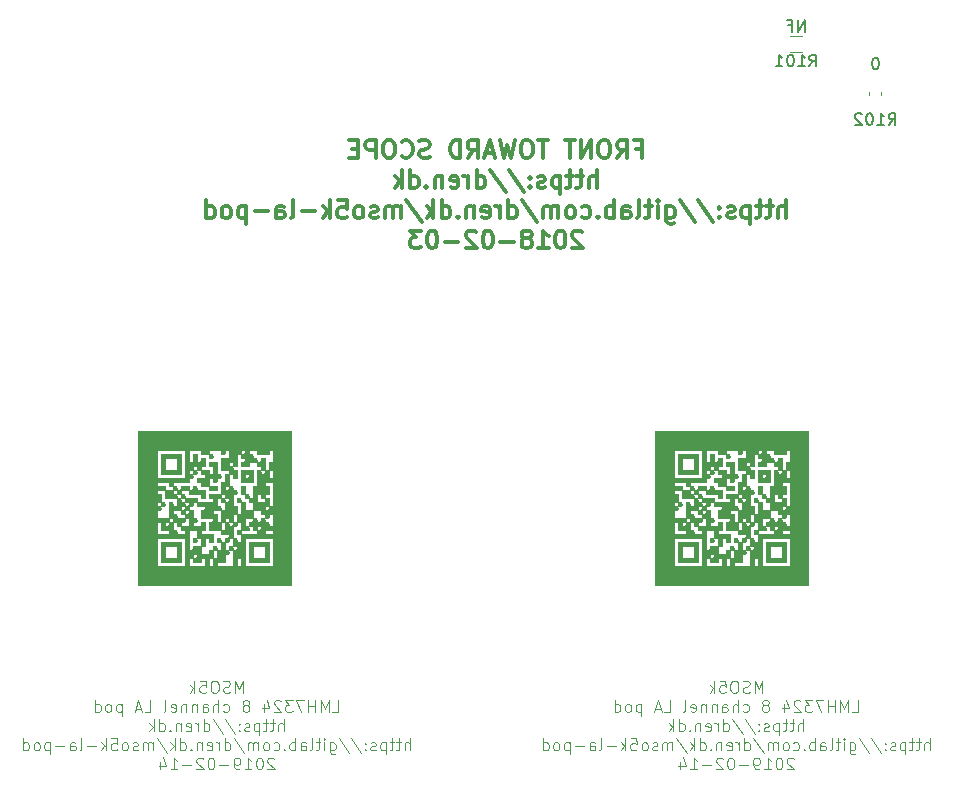
<source format=gbr>
%TF.GenerationSoftware,KiCad,Pcbnew,5.0.2-bee76a0~70~ubuntu18.04.1*%
%TF.CreationDate,2019-02-16T20:38:26+01:00*%
%TF.ProjectId,panel,70616e65-6c2e-46b6-9963-61645f706362,rev?*%
%TF.SameCoordinates,Original*%
%TF.FileFunction,Legend,Bot*%
%TF.FilePolarity,Positive*%
%FSLAX46Y46*%
G04 Gerber Fmt 4.6, Leading zero omitted, Abs format (unit mm)*
G04 Created by KiCad (PCBNEW 5.0.2-bee76a0~70~ubuntu18.04.1) date lør 16 feb 2019 20:38:26 CET*
%MOMM*%
%LPD*%
G01*
G04 APERTURE LIST*
%ADD10C,0.300000*%
%ADD11C,0.125000*%
%ADD12C,0.120000*%
%ADD13C,0.010000*%
%ADD14C,0.150000*%
%ADD15C,0.602000*%
%ADD16R,1.802000X1.802000*%
%ADD17O,1.802000X1.802000*%
%ADD18C,5.602000*%
%ADD19R,0.602000X1.002000*%
%ADD20C,0.100000*%
%ADD21C,0.977000*%
%ADD22C,0.692000*%
G04 APERTURE END LIST*
D10*
X76782142Y-34692857D02*
X77282142Y-34692857D01*
X77282142Y-35478571D02*
X77282142Y-33978571D01*
X76567857Y-33978571D01*
X75139285Y-35478571D02*
X75639285Y-34764285D01*
X75996428Y-35478571D02*
X75996428Y-33978571D01*
X75425000Y-33978571D01*
X75282142Y-34050000D01*
X75210714Y-34121428D01*
X75139285Y-34264285D01*
X75139285Y-34478571D01*
X75210714Y-34621428D01*
X75282142Y-34692857D01*
X75425000Y-34764285D01*
X75996428Y-34764285D01*
X74210714Y-33978571D02*
X73925000Y-33978571D01*
X73782142Y-34050000D01*
X73639285Y-34192857D01*
X73567857Y-34478571D01*
X73567857Y-34978571D01*
X73639285Y-35264285D01*
X73782142Y-35407142D01*
X73925000Y-35478571D01*
X74210714Y-35478571D01*
X74353571Y-35407142D01*
X74496428Y-35264285D01*
X74567857Y-34978571D01*
X74567857Y-34478571D01*
X74496428Y-34192857D01*
X74353571Y-34050000D01*
X74210714Y-33978571D01*
X72925000Y-35478571D02*
X72925000Y-33978571D01*
X72067857Y-35478571D01*
X72067857Y-33978571D01*
X71567857Y-33978571D02*
X70710714Y-33978571D01*
X71139285Y-35478571D02*
X71139285Y-33978571D01*
X69282142Y-33978571D02*
X68425000Y-33978571D01*
X68853571Y-35478571D02*
X68853571Y-33978571D01*
X67639285Y-33978571D02*
X67353571Y-33978571D01*
X67210714Y-34050000D01*
X67067857Y-34192857D01*
X66996428Y-34478571D01*
X66996428Y-34978571D01*
X67067857Y-35264285D01*
X67210714Y-35407142D01*
X67353571Y-35478571D01*
X67639285Y-35478571D01*
X67782142Y-35407142D01*
X67925000Y-35264285D01*
X67996428Y-34978571D01*
X67996428Y-34478571D01*
X67925000Y-34192857D01*
X67782142Y-34050000D01*
X67639285Y-33978571D01*
X66496428Y-33978571D02*
X66139285Y-35478571D01*
X65853571Y-34407142D01*
X65567857Y-35478571D01*
X65210714Y-33978571D01*
X64710714Y-35050000D02*
X63996428Y-35050000D01*
X64853571Y-35478571D02*
X64353571Y-33978571D01*
X63853571Y-35478571D01*
X62496428Y-35478571D02*
X62996428Y-34764285D01*
X63353571Y-35478571D02*
X63353571Y-33978571D01*
X62782142Y-33978571D01*
X62639285Y-34050000D01*
X62567857Y-34121428D01*
X62496428Y-34264285D01*
X62496428Y-34478571D01*
X62567857Y-34621428D01*
X62639285Y-34692857D01*
X62782142Y-34764285D01*
X63353571Y-34764285D01*
X61853571Y-35478571D02*
X61853571Y-33978571D01*
X61496428Y-33978571D01*
X61282142Y-34050000D01*
X61139285Y-34192857D01*
X61067857Y-34335714D01*
X60996428Y-34621428D01*
X60996428Y-34835714D01*
X61067857Y-35121428D01*
X61139285Y-35264285D01*
X61282142Y-35407142D01*
X61496428Y-35478571D01*
X61853571Y-35478571D01*
X59282142Y-35407142D02*
X59067857Y-35478571D01*
X58710714Y-35478571D01*
X58567857Y-35407142D01*
X58496428Y-35335714D01*
X58425000Y-35192857D01*
X58425000Y-35050000D01*
X58496428Y-34907142D01*
X58567857Y-34835714D01*
X58710714Y-34764285D01*
X58996428Y-34692857D01*
X59139285Y-34621428D01*
X59210714Y-34550000D01*
X59282142Y-34407142D01*
X59282142Y-34264285D01*
X59210714Y-34121428D01*
X59139285Y-34050000D01*
X58996428Y-33978571D01*
X58639285Y-33978571D01*
X58425000Y-34050000D01*
X56925000Y-35335714D02*
X56996428Y-35407142D01*
X57210714Y-35478571D01*
X57353571Y-35478571D01*
X57567857Y-35407142D01*
X57710714Y-35264285D01*
X57782142Y-35121428D01*
X57853571Y-34835714D01*
X57853571Y-34621428D01*
X57782142Y-34335714D01*
X57710714Y-34192857D01*
X57567857Y-34050000D01*
X57353571Y-33978571D01*
X57210714Y-33978571D01*
X56996428Y-34050000D01*
X56925000Y-34121428D01*
X55996428Y-33978571D02*
X55710714Y-33978571D01*
X55567857Y-34050000D01*
X55425000Y-34192857D01*
X55353571Y-34478571D01*
X55353571Y-34978571D01*
X55425000Y-35264285D01*
X55567857Y-35407142D01*
X55710714Y-35478571D01*
X55996428Y-35478571D01*
X56139285Y-35407142D01*
X56282142Y-35264285D01*
X56353571Y-34978571D01*
X56353571Y-34478571D01*
X56282142Y-34192857D01*
X56139285Y-34050000D01*
X55996428Y-33978571D01*
X54710714Y-35478571D02*
X54710714Y-33978571D01*
X54139285Y-33978571D01*
X53996428Y-34050000D01*
X53925000Y-34121428D01*
X53853571Y-34264285D01*
X53853571Y-34478571D01*
X53925000Y-34621428D01*
X53996428Y-34692857D01*
X54139285Y-34764285D01*
X54710714Y-34764285D01*
X53210714Y-34692857D02*
X52710714Y-34692857D01*
X52496428Y-35478571D02*
X53210714Y-35478571D01*
X53210714Y-33978571D01*
X52496428Y-33978571D01*
X73425000Y-38028571D02*
X73425000Y-36528571D01*
X72782142Y-38028571D02*
X72782142Y-37242857D01*
X72853571Y-37100000D01*
X72996428Y-37028571D01*
X73210714Y-37028571D01*
X73353571Y-37100000D01*
X73425000Y-37171428D01*
X72282142Y-37028571D02*
X71710714Y-37028571D01*
X72067857Y-36528571D02*
X72067857Y-37814285D01*
X71996428Y-37957142D01*
X71853571Y-38028571D01*
X71710714Y-38028571D01*
X71425000Y-37028571D02*
X70853571Y-37028571D01*
X71210714Y-36528571D02*
X71210714Y-37814285D01*
X71139285Y-37957142D01*
X70996428Y-38028571D01*
X70853571Y-38028571D01*
X70353571Y-37028571D02*
X70353571Y-38528571D01*
X70353571Y-37100000D02*
X70210714Y-37028571D01*
X69925000Y-37028571D01*
X69782142Y-37100000D01*
X69710714Y-37171428D01*
X69639285Y-37314285D01*
X69639285Y-37742857D01*
X69710714Y-37885714D01*
X69782142Y-37957142D01*
X69925000Y-38028571D01*
X70210714Y-38028571D01*
X70353571Y-37957142D01*
X69067857Y-37957142D02*
X68925000Y-38028571D01*
X68639285Y-38028571D01*
X68496428Y-37957142D01*
X68425000Y-37814285D01*
X68425000Y-37742857D01*
X68496428Y-37600000D01*
X68639285Y-37528571D01*
X68853571Y-37528571D01*
X68996428Y-37457142D01*
X69067857Y-37314285D01*
X69067857Y-37242857D01*
X68996428Y-37100000D01*
X68853571Y-37028571D01*
X68639285Y-37028571D01*
X68496428Y-37100000D01*
X67782142Y-37885714D02*
X67710714Y-37957142D01*
X67782142Y-38028571D01*
X67853571Y-37957142D01*
X67782142Y-37885714D01*
X67782142Y-38028571D01*
X67782142Y-37100000D02*
X67710714Y-37171428D01*
X67782142Y-37242857D01*
X67853571Y-37171428D01*
X67782142Y-37100000D01*
X67782142Y-37242857D01*
X65996428Y-36457142D02*
X67282142Y-38385714D01*
X64425000Y-36457142D02*
X65710714Y-38385714D01*
X63282142Y-38028571D02*
X63282142Y-36528571D01*
X63282142Y-37957142D02*
X63425000Y-38028571D01*
X63710714Y-38028571D01*
X63853571Y-37957142D01*
X63925000Y-37885714D01*
X63996428Y-37742857D01*
X63996428Y-37314285D01*
X63925000Y-37171428D01*
X63853571Y-37100000D01*
X63710714Y-37028571D01*
X63425000Y-37028571D01*
X63282142Y-37100000D01*
X62567857Y-38028571D02*
X62567857Y-37028571D01*
X62567857Y-37314285D02*
X62496428Y-37171428D01*
X62425000Y-37100000D01*
X62282142Y-37028571D01*
X62139285Y-37028571D01*
X61067857Y-37957142D02*
X61210714Y-38028571D01*
X61496428Y-38028571D01*
X61639285Y-37957142D01*
X61710714Y-37814285D01*
X61710714Y-37242857D01*
X61639285Y-37100000D01*
X61496428Y-37028571D01*
X61210714Y-37028571D01*
X61067857Y-37100000D01*
X60996428Y-37242857D01*
X60996428Y-37385714D01*
X61710714Y-37528571D01*
X60353571Y-37028571D02*
X60353571Y-38028571D01*
X60353571Y-37171428D02*
X60282142Y-37100000D01*
X60139285Y-37028571D01*
X59925000Y-37028571D01*
X59782142Y-37100000D01*
X59710714Y-37242857D01*
X59710714Y-38028571D01*
X58996428Y-37885714D02*
X58925000Y-37957142D01*
X58996428Y-38028571D01*
X59067857Y-37957142D01*
X58996428Y-37885714D01*
X58996428Y-38028571D01*
X57639285Y-38028571D02*
X57639285Y-36528571D01*
X57639285Y-37957142D02*
X57782142Y-38028571D01*
X58067857Y-38028571D01*
X58210714Y-37957142D01*
X58282142Y-37885714D01*
X58353571Y-37742857D01*
X58353571Y-37314285D01*
X58282142Y-37171428D01*
X58210714Y-37100000D01*
X58067857Y-37028571D01*
X57782142Y-37028571D01*
X57639285Y-37100000D01*
X56925000Y-38028571D02*
X56925000Y-36528571D01*
X56782142Y-37457142D02*
X56353571Y-38028571D01*
X56353571Y-37028571D02*
X56925000Y-37600000D01*
X89460714Y-40578571D02*
X89460714Y-39078571D01*
X88817857Y-40578571D02*
X88817857Y-39792857D01*
X88889285Y-39650000D01*
X89032142Y-39578571D01*
X89246428Y-39578571D01*
X89389285Y-39650000D01*
X89460714Y-39721428D01*
X88317857Y-39578571D02*
X87746428Y-39578571D01*
X88103571Y-39078571D02*
X88103571Y-40364285D01*
X88032142Y-40507142D01*
X87889285Y-40578571D01*
X87746428Y-40578571D01*
X87460714Y-39578571D02*
X86889285Y-39578571D01*
X87246428Y-39078571D02*
X87246428Y-40364285D01*
X87175000Y-40507142D01*
X87032142Y-40578571D01*
X86889285Y-40578571D01*
X86389285Y-39578571D02*
X86389285Y-41078571D01*
X86389285Y-39650000D02*
X86246428Y-39578571D01*
X85960714Y-39578571D01*
X85817857Y-39650000D01*
X85746428Y-39721428D01*
X85675000Y-39864285D01*
X85675000Y-40292857D01*
X85746428Y-40435714D01*
X85817857Y-40507142D01*
X85960714Y-40578571D01*
X86246428Y-40578571D01*
X86389285Y-40507142D01*
X85103571Y-40507142D02*
X84960714Y-40578571D01*
X84675000Y-40578571D01*
X84532142Y-40507142D01*
X84460714Y-40364285D01*
X84460714Y-40292857D01*
X84532142Y-40150000D01*
X84675000Y-40078571D01*
X84889285Y-40078571D01*
X85032142Y-40007142D01*
X85103571Y-39864285D01*
X85103571Y-39792857D01*
X85032142Y-39650000D01*
X84889285Y-39578571D01*
X84675000Y-39578571D01*
X84532142Y-39650000D01*
X83817857Y-40435714D02*
X83746428Y-40507142D01*
X83817857Y-40578571D01*
X83889285Y-40507142D01*
X83817857Y-40435714D01*
X83817857Y-40578571D01*
X83817857Y-39650000D02*
X83746428Y-39721428D01*
X83817857Y-39792857D01*
X83889285Y-39721428D01*
X83817857Y-39650000D01*
X83817857Y-39792857D01*
X82032142Y-39007142D02*
X83317857Y-40935714D01*
X80460714Y-39007142D02*
X81746428Y-40935714D01*
X79317857Y-39578571D02*
X79317857Y-40792857D01*
X79389285Y-40935714D01*
X79460714Y-41007142D01*
X79603571Y-41078571D01*
X79817857Y-41078571D01*
X79960714Y-41007142D01*
X79317857Y-40507142D02*
X79460714Y-40578571D01*
X79746428Y-40578571D01*
X79889285Y-40507142D01*
X79960714Y-40435714D01*
X80032142Y-40292857D01*
X80032142Y-39864285D01*
X79960714Y-39721428D01*
X79889285Y-39650000D01*
X79746428Y-39578571D01*
X79460714Y-39578571D01*
X79317857Y-39650000D01*
X78603571Y-40578571D02*
X78603571Y-39578571D01*
X78603571Y-39078571D02*
X78674999Y-39150000D01*
X78603571Y-39221428D01*
X78532142Y-39150000D01*
X78603571Y-39078571D01*
X78603571Y-39221428D01*
X78103571Y-39578571D02*
X77532142Y-39578571D01*
X77889285Y-39078571D02*
X77889285Y-40364285D01*
X77817857Y-40507142D01*
X77674999Y-40578571D01*
X77532142Y-40578571D01*
X76817857Y-40578571D02*
X76960714Y-40507142D01*
X77032142Y-40364285D01*
X77032142Y-39078571D01*
X75603571Y-40578571D02*
X75603571Y-39792857D01*
X75674999Y-39650000D01*
X75817857Y-39578571D01*
X76103571Y-39578571D01*
X76246428Y-39650000D01*
X75603571Y-40507142D02*
X75746428Y-40578571D01*
X76103571Y-40578571D01*
X76246428Y-40507142D01*
X76317857Y-40364285D01*
X76317857Y-40221428D01*
X76246428Y-40078571D01*
X76103571Y-40007142D01*
X75746428Y-40007142D01*
X75603571Y-39935714D01*
X74889285Y-40578571D02*
X74889285Y-39078571D01*
X74889285Y-39650000D02*
X74746428Y-39578571D01*
X74460714Y-39578571D01*
X74317857Y-39650000D01*
X74246428Y-39721428D01*
X74174999Y-39864285D01*
X74174999Y-40292857D01*
X74246428Y-40435714D01*
X74317857Y-40507142D01*
X74460714Y-40578571D01*
X74746428Y-40578571D01*
X74889285Y-40507142D01*
X73532142Y-40435714D02*
X73460714Y-40507142D01*
X73532142Y-40578571D01*
X73603571Y-40507142D01*
X73532142Y-40435714D01*
X73532142Y-40578571D01*
X72174999Y-40507142D02*
X72317857Y-40578571D01*
X72603571Y-40578571D01*
X72746428Y-40507142D01*
X72817857Y-40435714D01*
X72889285Y-40292857D01*
X72889285Y-39864285D01*
X72817857Y-39721428D01*
X72746428Y-39650000D01*
X72603571Y-39578571D01*
X72317857Y-39578571D01*
X72174999Y-39650000D01*
X71317857Y-40578571D02*
X71460714Y-40507142D01*
X71532142Y-40435714D01*
X71603571Y-40292857D01*
X71603571Y-39864285D01*
X71532142Y-39721428D01*
X71460714Y-39650000D01*
X71317857Y-39578571D01*
X71103571Y-39578571D01*
X70960714Y-39650000D01*
X70889285Y-39721428D01*
X70817857Y-39864285D01*
X70817857Y-40292857D01*
X70889285Y-40435714D01*
X70960714Y-40507142D01*
X71103571Y-40578571D01*
X71317857Y-40578571D01*
X70174999Y-40578571D02*
X70174999Y-39578571D01*
X70174999Y-39721428D02*
X70103571Y-39650000D01*
X69960714Y-39578571D01*
X69746428Y-39578571D01*
X69603571Y-39650000D01*
X69532142Y-39792857D01*
X69532142Y-40578571D01*
X69532142Y-39792857D02*
X69460714Y-39650000D01*
X69317857Y-39578571D01*
X69103571Y-39578571D01*
X68960714Y-39650000D01*
X68889285Y-39792857D01*
X68889285Y-40578571D01*
X67103571Y-39007142D02*
X68389285Y-40935714D01*
X65960714Y-40578571D02*
X65960714Y-39078571D01*
X65960714Y-40507142D02*
X66103571Y-40578571D01*
X66389285Y-40578571D01*
X66532142Y-40507142D01*
X66603571Y-40435714D01*
X66674999Y-40292857D01*
X66674999Y-39864285D01*
X66603571Y-39721428D01*
X66532142Y-39650000D01*
X66389285Y-39578571D01*
X66103571Y-39578571D01*
X65960714Y-39650000D01*
X65246428Y-40578571D02*
X65246428Y-39578571D01*
X65246428Y-39864285D02*
X65174999Y-39721428D01*
X65103571Y-39650000D01*
X64960714Y-39578571D01*
X64817857Y-39578571D01*
X63746428Y-40507142D02*
X63889285Y-40578571D01*
X64174999Y-40578571D01*
X64317857Y-40507142D01*
X64389285Y-40364285D01*
X64389285Y-39792857D01*
X64317857Y-39650000D01*
X64174999Y-39578571D01*
X63889285Y-39578571D01*
X63746428Y-39650000D01*
X63674999Y-39792857D01*
X63674999Y-39935714D01*
X64389285Y-40078571D01*
X63032142Y-39578571D02*
X63032142Y-40578571D01*
X63032142Y-39721428D02*
X62960714Y-39650000D01*
X62817857Y-39578571D01*
X62603571Y-39578571D01*
X62460714Y-39650000D01*
X62389285Y-39792857D01*
X62389285Y-40578571D01*
X61674999Y-40435714D02*
X61603571Y-40507142D01*
X61674999Y-40578571D01*
X61746428Y-40507142D01*
X61674999Y-40435714D01*
X61674999Y-40578571D01*
X60317857Y-40578571D02*
X60317857Y-39078571D01*
X60317857Y-40507142D02*
X60460714Y-40578571D01*
X60746428Y-40578571D01*
X60889285Y-40507142D01*
X60960714Y-40435714D01*
X61032142Y-40292857D01*
X61032142Y-39864285D01*
X60960714Y-39721428D01*
X60889285Y-39650000D01*
X60746428Y-39578571D01*
X60460714Y-39578571D01*
X60317857Y-39650000D01*
X59603571Y-40578571D02*
X59603571Y-39078571D01*
X59460714Y-40007142D02*
X59032142Y-40578571D01*
X59032142Y-39578571D02*
X59603571Y-40150000D01*
X57317857Y-39007142D02*
X58603571Y-40935714D01*
X56817857Y-40578571D02*
X56817857Y-39578571D01*
X56817857Y-39721428D02*
X56746428Y-39650000D01*
X56603571Y-39578571D01*
X56389285Y-39578571D01*
X56246428Y-39650000D01*
X56174999Y-39792857D01*
X56174999Y-40578571D01*
X56174999Y-39792857D02*
X56103571Y-39650000D01*
X55960714Y-39578571D01*
X55746428Y-39578571D01*
X55603571Y-39650000D01*
X55532142Y-39792857D01*
X55532142Y-40578571D01*
X54889285Y-40507142D02*
X54746428Y-40578571D01*
X54460714Y-40578571D01*
X54317857Y-40507142D01*
X54246428Y-40364285D01*
X54246428Y-40292857D01*
X54317857Y-40150000D01*
X54460714Y-40078571D01*
X54674999Y-40078571D01*
X54817857Y-40007142D01*
X54889285Y-39864285D01*
X54889285Y-39792857D01*
X54817857Y-39650000D01*
X54674999Y-39578571D01*
X54460714Y-39578571D01*
X54317857Y-39650000D01*
X53389285Y-40578571D02*
X53532142Y-40507142D01*
X53603571Y-40435714D01*
X53674999Y-40292857D01*
X53674999Y-39864285D01*
X53603571Y-39721428D01*
X53532142Y-39650000D01*
X53389285Y-39578571D01*
X53174999Y-39578571D01*
X53032142Y-39650000D01*
X52960714Y-39721428D01*
X52889285Y-39864285D01*
X52889285Y-40292857D01*
X52960714Y-40435714D01*
X53032142Y-40507142D01*
X53174999Y-40578571D01*
X53389285Y-40578571D01*
X51532142Y-39078571D02*
X52246428Y-39078571D01*
X52317857Y-39792857D01*
X52246428Y-39721428D01*
X52103571Y-39650000D01*
X51746428Y-39650000D01*
X51603571Y-39721428D01*
X51532142Y-39792857D01*
X51460714Y-39935714D01*
X51460714Y-40292857D01*
X51532142Y-40435714D01*
X51603571Y-40507142D01*
X51746428Y-40578571D01*
X52103571Y-40578571D01*
X52246428Y-40507142D01*
X52317857Y-40435714D01*
X50817857Y-40578571D02*
X50817857Y-39078571D01*
X50674999Y-40007142D02*
X50246428Y-40578571D01*
X50246428Y-39578571D02*
X50817857Y-40150000D01*
X49603571Y-40007142D02*
X48460714Y-40007142D01*
X47532142Y-40578571D02*
X47674999Y-40507142D01*
X47746428Y-40364285D01*
X47746428Y-39078571D01*
X46317857Y-40578571D02*
X46317857Y-39792857D01*
X46389285Y-39650000D01*
X46532142Y-39578571D01*
X46817857Y-39578571D01*
X46960714Y-39650000D01*
X46317857Y-40507142D02*
X46460714Y-40578571D01*
X46817857Y-40578571D01*
X46960714Y-40507142D01*
X47032142Y-40364285D01*
X47032142Y-40221428D01*
X46960714Y-40078571D01*
X46817857Y-40007142D01*
X46460714Y-40007142D01*
X46317857Y-39935714D01*
X45603571Y-40007142D02*
X44460714Y-40007142D01*
X43746428Y-39578571D02*
X43746428Y-41078571D01*
X43746428Y-39650000D02*
X43603571Y-39578571D01*
X43317857Y-39578571D01*
X43174999Y-39650000D01*
X43103571Y-39721428D01*
X43032142Y-39864285D01*
X43032142Y-40292857D01*
X43103571Y-40435714D01*
X43174999Y-40507142D01*
X43317857Y-40578571D01*
X43603571Y-40578571D01*
X43746428Y-40507142D01*
X42174999Y-40578571D02*
X42317857Y-40507142D01*
X42389285Y-40435714D01*
X42460714Y-40292857D01*
X42460714Y-39864285D01*
X42389285Y-39721428D01*
X42317857Y-39650000D01*
X42174999Y-39578571D01*
X41960714Y-39578571D01*
X41817857Y-39650000D01*
X41746428Y-39721428D01*
X41674999Y-39864285D01*
X41674999Y-40292857D01*
X41746428Y-40435714D01*
X41817857Y-40507142D01*
X41960714Y-40578571D01*
X42174999Y-40578571D01*
X40389285Y-40578571D02*
X40389285Y-39078571D01*
X40389285Y-40507142D02*
X40532142Y-40578571D01*
X40817857Y-40578571D01*
X40960714Y-40507142D01*
X41032142Y-40435714D01*
X41103571Y-40292857D01*
X41103571Y-39864285D01*
X41032142Y-39721428D01*
X40960714Y-39650000D01*
X40817857Y-39578571D01*
X40532142Y-39578571D01*
X40389285Y-39650000D01*
X72210714Y-41771428D02*
X72139285Y-41700000D01*
X71996428Y-41628571D01*
X71639285Y-41628571D01*
X71496428Y-41700000D01*
X71425000Y-41771428D01*
X71353571Y-41914285D01*
X71353571Y-42057142D01*
X71425000Y-42271428D01*
X72282142Y-43128571D01*
X71353571Y-43128571D01*
X70425000Y-41628571D02*
X70282142Y-41628571D01*
X70139285Y-41700000D01*
X70067857Y-41771428D01*
X69996428Y-41914285D01*
X69925000Y-42200000D01*
X69925000Y-42557142D01*
X69996428Y-42842857D01*
X70067857Y-42985714D01*
X70139285Y-43057142D01*
X70282142Y-43128571D01*
X70425000Y-43128571D01*
X70567857Y-43057142D01*
X70639285Y-42985714D01*
X70710714Y-42842857D01*
X70782142Y-42557142D01*
X70782142Y-42200000D01*
X70710714Y-41914285D01*
X70639285Y-41771428D01*
X70567857Y-41700000D01*
X70425000Y-41628571D01*
X68496428Y-43128571D02*
X69353571Y-43128571D01*
X68925000Y-43128571D02*
X68925000Y-41628571D01*
X69067857Y-41842857D01*
X69210714Y-41985714D01*
X69353571Y-42057142D01*
X67639285Y-42271428D02*
X67782142Y-42200000D01*
X67853571Y-42128571D01*
X67925000Y-41985714D01*
X67925000Y-41914285D01*
X67853571Y-41771428D01*
X67782142Y-41700000D01*
X67639285Y-41628571D01*
X67353571Y-41628571D01*
X67210714Y-41700000D01*
X67139285Y-41771428D01*
X67067857Y-41914285D01*
X67067857Y-41985714D01*
X67139285Y-42128571D01*
X67210714Y-42200000D01*
X67353571Y-42271428D01*
X67639285Y-42271428D01*
X67782142Y-42342857D01*
X67853571Y-42414285D01*
X67925000Y-42557142D01*
X67925000Y-42842857D01*
X67853571Y-42985714D01*
X67782142Y-43057142D01*
X67639285Y-43128571D01*
X67353571Y-43128571D01*
X67210714Y-43057142D01*
X67139285Y-42985714D01*
X67067857Y-42842857D01*
X67067857Y-42557142D01*
X67139285Y-42414285D01*
X67210714Y-42342857D01*
X67353571Y-42271428D01*
X66425000Y-42557142D02*
X65282142Y-42557142D01*
X64282142Y-41628571D02*
X64139285Y-41628571D01*
X63996428Y-41700000D01*
X63925000Y-41771428D01*
X63853571Y-41914285D01*
X63782142Y-42200000D01*
X63782142Y-42557142D01*
X63853571Y-42842857D01*
X63925000Y-42985714D01*
X63996428Y-43057142D01*
X64139285Y-43128571D01*
X64282142Y-43128571D01*
X64425000Y-43057142D01*
X64496428Y-42985714D01*
X64567857Y-42842857D01*
X64639285Y-42557142D01*
X64639285Y-42200000D01*
X64567857Y-41914285D01*
X64496428Y-41771428D01*
X64425000Y-41700000D01*
X64282142Y-41628571D01*
X63210714Y-41771428D02*
X63139285Y-41700000D01*
X62996428Y-41628571D01*
X62639285Y-41628571D01*
X62496428Y-41700000D01*
X62425000Y-41771428D01*
X62353571Y-41914285D01*
X62353571Y-42057142D01*
X62425000Y-42271428D01*
X63282142Y-43128571D01*
X62353571Y-43128571D01*
X61710714Y-42557142D02*
X60567857Y-42557142D01*
X59567857Y-41628571D02*
X59425000Y-41628571D01*
X59282142Y-41700000D01*
X59210714Y-41771428D01*
X59139285Y-41914285D01*
X59067857Y-42200000D01*
X59067857Y-42557142D01*
X59139285Y-42842857D01*
X59210714Y-42985714D01*
X59282142Y-43057142D01*
X59425000Y-43128571D01*
X59567857Y-43128571D01*
X59710714Y-43057142D01*
X59782142Y-42985714D01*
X59853571Y-42842857D01*
X59925000Y-42557142D01*
X59925000Y-42200000D01*
X59853571Y-41914285D01*
X59782142Y-41771428D01*
X59710714Y-41700000D01*
X59567857Y-41628571D01*
X58567857Y-41628571D02*
X57639285Y-41628571D01*
X58139285Y-42200000D01*
X57925000Y-42200000D01*
X57782142Y-42271428D01*
X57710714Y-42342857D01*
X57639285Y-42485714D01*
X57639285Y-42842857D01*
X57710714Y-42985714D01*
X57782142Y-43057142D01*
X57925000Y-43128571D01*
X58353571Y-43128571D01*
X58496428Y-43057142D01*
X58567857Y-42985714D01*
D11*
X87464285Y-80752380D02*
X87464285Y-79752380D01*
X87130952Y-80466666D01*
X86797619Y-79752380D01*
X86797619Y-80752380D01*
X86369047Y-80704761D02*
X86226190Y-80752380D01*
X85988095Y-80752380D01*
X85892857Y-80704761D01*
X85845238Y-80657142D01*
X85797619Y-80561904D01*
X85797619Y-80466666D01*
X85845238Y-80371428D01*
X85892857Y-80323809D01*
X85988095Y-80276190D01*
X86178571Y-80228571D01*
X86273809Y-80180952D01*
X86321428Y-80133333D01*
X86369047Y-80038095D01*
X86369047Y-79942857D01*
X86321428Y-79847619D01*
X86273809Y-79800000D01*
X86178571Y-79752380D01*
X85940476Y-79752380D01*
X85797619Y-79800000D01*
X85178571Y-79752380D02*
X84988095Y-79752380D01*
X84892857Y-79800000D01*
X84797619Y-79895238D01*
X84750000Y-80085714D01*
X84750000Y-80419047D01*
X84797619Y-80609523D01*
X84892857Y-80704761D01*
X84988095Y-80752380D01*
X85178571Y-80752380D01*
X85273809Y-80704761D01*
X85369047Y-80609523D01*
X85416666Y-80419047D01*
X85416666Y-80085714D01*
X85369047Y-79895238D01*
X85273809Y-79800000D01*
X85178571Y-79752380D01*
X83845238Y-79752380D02*
X84321428Y-79752380D01*
X84369047Y-80228571D01*
X84321428Y-80180952D01*
X84226190Y-80133333D01*
X83988095Y-80133333D01*
X83892857Y-80180952D01*
X83845238Y-80228571D01*
X83797619Y-80323809D01*
X83797619Y-80561904D01*
X83845238Y-80657142D01*
X83892857Y-80704761D01*
X83988095Y-80752380D01*
X84226190Y-80752380D01*
X84321428Y-80704761D01*
X84369047Y-80657142D01*
X83369047Y-80752380D02*
X83369047Y-79752380D01*
X83273809Y-80371428D02*
X82988095Y-80752380D01*
X82988095Y-80085714D02*
X83369047Y-80466666D01*
X95059523Y-82377380D02*
X95535714Y-82377380D01*
X95535714Y-81377380D01*
X94726190Y-82377380D02*
X94726190Y-81377380D01*
X94392857Y-82091666D01*
X94059523Y-81377380D01*
X94059523Y-82377380D01*
X93583333Y-82377380D02*
X93583333Y-81377380D01*
X93583333Y-81853571D02*
X93011904Y-81853571D01*
X93011904Y-82377380D02*
X93011904Y-81377380D01*
X92630952Y-81377380D02*
X91964285Y-81377380D01*
X92392857Y-82377380D01*
X91678571Y-81377380D02*
X91059523Y-81377380D01*
X91392857Y-81758333D01*
X91250000Y-81758333D01*
X91154761Y-81805952D01*
X91107142Y-81853571D01*
X91059523Y-81948809D01*
X91059523Y-82186904D01*
X91107142Y-82282142D01*
X91154761Y-82329761D01*
X91250000Y-82377380D01*
X91535714Y-82377380D01*
X91630952Y-82329761D01*
X91678571Y-82282142D01*
X90678571Y-81472619D02*
X90630952Y-81425000D01*
X90535714Y-81377380D01*
X90297619Y-81377380D01*
X90202380Y-81425000D01*
X90154761Y-81472619D01*
X90107142Y-81567857D01*
X90107142Y-81663095D01*
X90154761Y-81805952D01*
X90726190Y-82377380D01*
X90107142Y-82377380D01*
X89250000Y-81710714D02*
X89250000Y-82377380D01*
X89488095Y-81329761D02*
X89726190Y-82044047D01*
X89107142Y-82044047D01*
X87821428Y-81805952D02*
X87916666Y-81758333D01*
X87964285Y-81710714D01*
X88011904Y-81615476D01*
X88011904Y-81567857D01*
X87964285Y-81472619D01*
X87916666Y-81425000D01*
X87821428Y-81377380D01*
X87630952Y-81377380D01*
X87535714Y-81425000D01*
X87488095Y-81472619D01*
X87440476Y-81567857D01*
X87440476Y-81615476D01*
X87488095Y-81710714D01*
X87535714Y-81758333D01*
X87630952Y-81805952D01*
X87821428Y-81805952D01*
X87916666Y-81853571D01*
X87964285Y-81901190D01*
X88011904Y-81996428D01*
X88011904Y-82186904D01*
X87964285Y-82282142D01*
X87916666Y-82329761D01*
X87821428Y-82377380D01*
X87630952Y-82377380D01*
X87535714Y-82329761D01*
X87488095Y-82282142D01*
X87440476Y-82186904D01*
X87440476Y-81996428D01*
X87488095Y-81901190D01*
X87535714Y-81853571D01*
X87630952Y-81805952D01*
X85821428Y-82329761D02*
X85916666Y-82377380D01*
X86107142Y-82377380D01*
X86202380Y-82329761D01*
X86250000Y-82282142D01*
X86297619Y-82186904D01*
X86297619Y-81901190D01*
X86250000Y-81805952D01*
X86202380Y-81758333D01*
X86107142Y-81710714D01*
X85916666Y-81710714D01*
X85821428Y-81758333D01*
X85392857Y-82377380D02*
X85392857Y-81377380D01*
X84964285Y-82377380D02*
X84964285Y-81853571D01*
X85011904Y-81758333D01*
X85107142Y-81710714D01*
X85250000Y-81710714D01*
X85345238Y-81758333D01*
X85392857Y-81805952D01*
X84059523Y-82377380D02*
X84059523Y-81853571D01*
X84107142Y-81758333D01*
X84202380Y-81710714D01*
X84392857Y-81710714D01*
X84488095Y-81758333D01*
X84059523Y-82329761D02*
X84154761Y-82377380D01*
X84392857Y-82377380D01*
X84488095Y-82329761D01*
X84535714Y-82234523D01*
X84535714Y-82139285D01*
X84488095Y-82044047D01*
X84392857Y-81996428D01*
X84154761Y-81996428D01*
X84059523Y-81948809D01*
X83583333Y-81710714D02*
X83583333Y-82377380D01*
X83583333Y-81805952D02*
X83535714Y-81758333D01*
X83440476Y-81710714D01*
X83297619Y-81710714D01*
X83202380Y-81758333D01*
X83154761Y-81853571D01*
X83154761Y-82377380D01*
X82678571Y-81710714D02*
X82678571Y-82377380D01*
X82678571Y-81805952D02*
X82630952Y-81758333D01*
X82535714Y-81710714D01*
X82392857Y-81710714D01*
X82297619Y-81758333D01*
X82250000Y-81853571D01*
X82250000Y-82377380D01*
X81392857Y-82329761D02*
X81488095Y-82377380D01*
X81678571Y-82377380D01*
X81773809Y-82329761D01*
X81821428Y-82234523D01*
X81821428Y-81853571D01*
X81773809Y-81758333D01*
X81678571Y-81710714D01*
X81488095Y-81710714D01*
X81392857Y-81758333D01*
X81345238Y-81853571D01*
X81345238Y-81948809D01*
X81821428Y-82044047D01*
X80773809Y-82377380D02*
X80869047Y-82329761D01*
X80916666Y-82234523D01*
X80916666Y-81377380D01*
X79154761Y-82377380D02*
X79630952Y-82377380D01*
X79630952Y-81377380D01*
X78869047Y-82091666D02*
X78392857Y-82091666D01*
X78964285Y-82377380D02*
X78630952Y-81377380D01*
X78297619Y-82377380D01*
X77202380Y-81710714D02*
X77202380Y-82710714D01*
X77202380Y-81758333D02*
X77107142Y-81710714D01*
X76916666Y-81710714D01*
X76821428Y-81758333D01*
X76773809Y-81805952D01*
X76726190Y-81901190D01*
X76726190Y-82186904D01*
X76773809Y-82282142D01*
X76821428Y-82329761D01*
X76916666Y-82377380D01*
X77107142Y-82377380D01*
X77202380Y-82329761D01*
X76154761Y-82377380D02*
X76250000Y-82329761D01*
X76297619Y-82282142D01*
X76345238Y-82186904D01*
X76345238Y-81901190D01*
X76297619Y-81805952D01*
X76250000Y-81758333D01*
X76154761Y-81710714D01*
X76011904Y-81710714D01*
X75916666Y-81758333D01*
X75869047Y-81805952D01*
X75821428Y-81901190D01*
X75821428Y-82186904D01*
X75869047Y-82282142D01*
X75916666Y-82329761D01*
X76011904Y-82377380D01*
X76154761Y-82377380D01*
X74964285Y-82377380D02*
X74964285Y-81377380D01*
X74964285Y-82329761D02*
X75059523Y-82377380D01*
X75250000Y-82377380D01*
X75345238Y-82329761D01*
X75392857Y-82282142D01*
X75440476Y-82186904D01*
X75440476Y-81901190D01*
X75392857Y-81805952D01*
X75345238Y-81758333D01*
X75250000Y-81710714D01*
X75059523Y-81710714D01*
X74964285Y-81758333D01*
X90916666Y-84002380D02*
X90916666Y-83002380D01*
X90488095Y-84002380D02*
X90488095Y-83478571D01*
X90535714Y-83383333D01*
X90630952Y-83335714D01*
X90773809Y-83335714D01*
X90869047Y-83383333D01*
X90916666Y-83430952D01*
X90154761Y-83335714D02*
X89773809Y-83335714D01*
X90011904Y-83002380D02*
X90011904Y-83859523D01*
X89964285Y-83954761D01*
X89869047Y-84002380D01*
X89773809Y-84002380D01*
X89583333Y-83335714D02*
X89202380Y-83335714D01*
X89440476Y-83002380D02*
X89440476Y-83859523D01*
X89392857Y-83954761D01*
X89297619Y-84002380D01*
X89202380Y-84002380D01*
X88869047Y-83335714D02*
X88869047Y-84335714D01*
X88869047Y-83383333D02*
X88773809Y-83335714D01*
X88583333Y-83335714D01*
X88488095Y-83383333D01*
X88440476Y-83430952D01*
X88392857Y-83526190D01*
X88392857Y-83811904D01*
X88440476Y-83907142D01*
X88488095Y-83954761D01*
X88583333Y-84002380D01*
X88773809Y-84002380D01*
X88869047Y-83954761D01*
X88011904Y-83954761D02*
X87916666Y-84002380D01*
X87726190Y-84002380D01*
X87630952Y-83954761D01*
X87583333Y-83859523D01*
X87583333Y-83811904D01*
X87630952Y-83716666D01*
X87726190Y-83669047D01*
X87869047Y-83669047D01*
X87964285Y-83621428D01*
X88011904Y-83526190D01*
X88011904Y-83478571D01*
X87964285Y-83383333D01*
X87869047Y-83335714D01*
X87726190Y-83335714D01*
X87630952Y-83383333D01*
X87154761Y-83907142D02*
X87107142Y-83954761D01*
X87154761Y-84002380D01*
X87202380Y-83954761D01*
X87154761Y-83907142D01*
X87154761Y-84002380D01*
X87154761Y-83383333D02*
X87107142Y-83430952D01*
X87154761Y-83478571D01*
X87202380Y-83430952D01*
X87154761Y-83383333D01*
X87154761Y-83478571D01*
X85964285Y-82954761D02*
X86821428Y-84240476D01*
X84916666Y-82954761D02*
X85773809Y-84240476D01*
X84154761Y-84002380D02*
X84154761Y-83002380D01*
X84154761Y-83954761D02*
X84250000Y-84002380D01*
X84440476Y-84002380D01*
X84535714Y-83954761D01*
X84583333Y-83907142D01*
X84630952Y-83811904D01*
X84630952Y-83526190D01*
X84583333Y-83430952D01*
X84535714Y-83383333D01*
X84440476Y-83335714D01*
X84250000Y-83335714D01*
X84154761Y-83383333D01*
X83678571Y-84002380D02*
X83678571Y-83335714D01*
X83678571Y-83526190D02*
X83630952Y-83430952D01*
X83583333Y-83383333D01*
X83488095Y-83335714D01*
X83392857Y-83335714D01*
X82678571Y-83954761D02*
X82773809Y-84002380D01*
X82964285Y-84002380D01*
X83059523Y-83954761D01*
X83107142Y-83859523D01*
X83107142Y-83478571D01*
X83059523Y-83383333D01*
X82964285Y-83335714D01*
X82773809Y-83335714D01*
X82678571Y-83383333D01*
X82630952Y-83478571D01*
X82630952Y-83573809D01*
X83107142Y-83669047D01*
X82202380Y-83335714D02*
X82202380Y-84002380D01*
X82202380Y-83430952D02*
X82154761Y-83383333D01*
X82059523Y-83335714D01*
X81916666Y-83335714D01*
X81821428Y-83383333D01*
X81773809Y-83478571D01*
X81773809Y-84002380D01*
X81297619Y-83907142D02*
X81250000Y-83954761D01*
X81297619Y-84002380D01*
X81345238Y-83954761D01*
X81297619Y-83907142D01*
X81297619Y-84002380D01*
X80392857Y-84002380D02*
X80392857Y-83002380D01*
X80392857Y-83954761D02*
X80488095Y-84002380D01*
X80678571Y-84002380D01*
X80773809Y-83954761D01*
X80821428Y-83907142D01*
X80869047Y-83811904D01*
X80869047Y-83526190D01*
X80821428Y-83430952D01*
X80773809Y-83383333D01*
X80678571Y-83335714D01*
X80488095Y-83335714D01*
X80392857Y-83383333D01*
X79916666Y-84002380D02*
X79916666Y-83002380D01*
X79821428Y-83621428D02*
X79535714Y-84002380D01*
X79535714Y-83335714D02*
X79916666Y-83716666D01*
X101607142Y-85627380D02*
X101607142Y-84627380D01*
X101178571Y-85627380D02*
X101178571Y-85103571D01*
X101226190Y-85008333D01*
X101321428Y-84960714D01*
X101464285Y-84960714D01*
X101559523Y-85008333D01*
X101607142Y-85055952D01*
X100845238Y-84960714D02*
X100464285Y-84960714D01*
X100702380Y-84627380D02*
X100702380Y-85484523D01*
X100654761Y-85579761D01*
X100559523Y-85627380D01*
X100464285Y-85627380D01*
X100273809Y-84960714D02*
X99892857Y-84960714D01*
X100130952Y-84627380D02*
X100130952Y-85484523D01*
X100083333Y-85579761D01*
X99988095Y-85627380D01*
X99892857Y-85627380D01*
X99559523Y-84960714D02*
X99559523Y-85960714D01*
X99559523Y-85008333D02*
X99464285Y-84960714D01*
X99273809Y-84960714D01*
X99178571Y-85008333D01*
X99130952Y-85055952D01*
X99083333Y-85151190D01*
X99083333Y-85436904D01*
X99130952Y-85532142D01*
X99178571Y-85579761D01*
X99273809Y-85627380D01*
X99464285Y-85627380D01*
X99559523Y-85579761D01*
X98702380Y-85579761D02*
X98607142Y-85627380D01*
X98416666Y-85627380D01*
X98321428Y-85579761D01*
X98273809Y-85484523D01*
X98273809Y-85436904D01*
X98321428Y-85341666D01*
X98416666Y-85294047D01*
X98559523Y-85294047D01*
X98654761Y-85246428D01*
X98702380Y-85151190D01*
X98702380Y-85103571D01*
X98654761Y-85008333D01*
X98559523Y-84960714D01*
X98416666Y-84960714D01*
X98321428Y-85008333D01*
X97845238Y-85532142D02*
X97797619Y-85579761D01*
X97845238Y-85627380D01*
X97892857Y-85579761D01*
X97845238Y-85532142D01*
X97845238Y-85627380D01*
X97845238Y-85008333D02*
X97797619Y-85055952D01*
X97845238Y-85103571D01*
X97892857Y-85055952D01*
X97845238Y-85008333D01*
X97845238Y-85103571D01*
X96654761Y-84579761D02*
X97511904Y-85865476D01*
X95607142Y-84579761D02*
X96464285Y-85865476D01*
X94845238Y-84960714D02*
X94845238Y-85770238D01*
X94892857Y-85865476D01*
X94940476Y-85913095D01*
X95035714Y-85960714D01*
X95178571Y-85960714D01*
X95273809Y-85913095D01*
X94845238Y-85579761D02*
X94940476Y-85627380D01*
X95130952Y-85627380D01*
X95226190Y-85579761D01*
X95273809Y-85532142D01*
X95321428Y-85436904D01*
X95321428Y-85151190D01*
X95273809Y-85055952D01*
X95226190Y-85008333D01*
X95130952Y-84960714D01*
X94940476Y-84960714D01*
X94845238Y-85008333D01*
X94369047Y-85627380D02*
X94369047Y-84960714D01*
X94369047Y-84627380D02*
X94416666Y-84675000D01*
X94369047Y-84722619D01*
X94321428Y-84675000D01*
X94369047Y-84627380D01*
X94369047Y-84722619D01*
X94035714Y-84960714D02*
X93654761Y-84960714D01*
X93892857Y-84627380D02*
X93892857Y-85484523D01*
X93845238Y-85579761D01*
X93750000Y-85627380D01*
X93654761Y-85627380D01*
X93178571Y-85627380D02*
X93273809Y-85579761D01*
X93321428Y-85484523D01*
X93321428Y-84627380D01*
X92369047Y-85627380D02*
X92369047Y-85103571D01*
X92416666Y-85008333D01*
X92511904Y-84960714D01*
X92702380Y-84960714D01*
X92797619Y-85008333D01*
X92369047Y-85579761D02*
X92464285Y-85627380D01*
X92702380Y-85627380D01*
X92797619Y-85579761D01*
X92845238Y-85484523D01*
X92845238Y-85389285D01*
X92797619Y-85294047D01*
X92702380Y-85246428D01*
X92464285Y-85246428D01*
X92369047Y-85198809D01*
X91892857Y-85627380D02*
X91892857Y-84627380D01*
X91892857Y-85008333D02*
X91797619Y-84960714D01*
X91607142Y-84960714D01*
X91511904Y-85008333D01*
X91464285Y-85055952D01*
X91416666Y-85151190D01*
X91416666Y-85436904D01*
X91464285Y-85532142D01*
X91511904Y-85579761D01*
X91607142Y-85627380D01*
X91797619Y-85627380D01*
X91892857Y-85579761D01*
X90988095Y-85532142D02*
X90940476Y-85579761D01*
X90988095Y-85627380D01*
X91035714Y-85579761D01*
X90988095Y-85532142D01*
X90988095Y-85627380D01*
X90083333Y-85579761D02*
X90178571Y-85627380D01*
X90369047Y-85627380D01*
X90464285Y-85579761D01*
X90511904Y-85532142D01*
X90559523Y-85436904D01*
X90559523Y-85151190D01*
X90511904Y-85055952D01*
X90464285Y-85008333D01*
X90369047Y-84960714D01*
X90178571Y-84960714D01*
X90083333Y-85008333D01*
X89511904Y-85627380D02*
X89607142Y-85579761D01*
X89654761Y-85532142D01*
X89702380Y-85436904D01*
X89702380Y-85151190D01*
X89654761Y-85055952D01*
X89607142Y-85008333D01*
X89511904Y-84960714D01*
X89369047Y-84960714D01*
X89273809Y-85008333D01*
X89226190Y-85055952D01*
X89178571Y-85151190D01*
X89178571Y-85436904D01*
X89226190Y-85532142D01*
X89273809Y-85579761D01*
X89369047Y-85627380D01*
X89511904Y-85627380D01*
X88750000Y-85627380D02*
X88750000Y-84960714D01*
X88750000Y-85055952D02*
X88702380Y-85008333D01*
X88607142Y-84960714D01*
X88464285Y-84960714D01*
X88369047Y-85008333D01*
X88321428Y-85103571D01*
X88321428Y-85627380D01*
X88321428Y-85103571D02*
X88273809Y-85008333D01*
X88178571Y-84960714D01*
X88035714Y-84960714D01*
X87940476Y-85008333D01*
X87892857Y-85103571D01*
X87892857Y-85627380D01*
X86702380Y-84579761D02*
X87559523Y-85865476D01*
X85940476Y-85627380D02*
X85940476Y-84627380D01*
X85940476Y-85579761D02*
X86035714Y-85627380D01*
X86226190Y-85627380D01*
X86321428Y-85579761D01*
X86369047Y-85532142D01*
X86416666Y-85436904D01*
X86416666Y-85151190D01*
X86369047Y-85055952D01*
X86321428Y-85008333D01*
X86226190Y-84960714D01*
X86035714Y-84960714D01*
X85940476Y-85008333D01*
X85464285Y-85627380D02*
X85464285Y-84960714D01*
X85464285Y-85151190D02*
X85416666Y-85055952D01*
X85369047Y-85008333D01*
X85273809Y-84960714D01*
X85178571Y-84960714D01*
X84464285Y-85579761D02*
X84559523Y-85627380D01*
X84750000Y-85627380D01*
X84845238Y-85579761D01*
X84892857Y-85484523D01*
X84892857Y-85103571D01*
X84845238Y-85008333D01*
X84750000Y-84960714D01*
X84559523Y-84960714D01*
X84464285Y-85008333D01*
X84416666Y-85103571D01*
X84416666Y-85198809D01*
X84892857Y-85294047D01*
X83988095Y-84960714D02*
X83988095Y-85627380D01*
X83988095Y-85055952D02*
X83940476Y-85008333D01*
X83845238Y-84960714D01*
X83702380Y-84960714D01*
X83607142Y-85008333D01*
X83559523Y-85103571D01*
X83559523Y-85627380D01*
X83083333Y-85532142D02*
X83035714Y-85579761D01*
X83083333Y-85627380D01*
X83130952Y-85579761D01*
X83083333Y-85532142D01*
X83083333Y-85627380D01*
X82178571Y-85627380D02*
X82178571Y-84627380D01*
X82178571Y-85579761D02*
X82273809Y-85627380D01*
X82464285Y-85627380D01*
X82559523Y-85579761D01*
X82607142Y-85532142D01*
X82654761Y-85436904D01*
X82654761Y-85151190D01*
X82607142Y-85055952D01*
X82559523Y-85008333D01*
X82464285Y-84960714D01*
X82273809Y-84960714D01*
X82178571Y-85008333D01*
X81702380Y-85627380D02*
X81702380Y-84627380D01*
X81607142Y-85246428D02*
X81321428Y-85627380D01*
X81321428Y-84960714D02*
X81702380Y-85341666D01*
X80178571Y-84579761D02*
X81035714Y-85865476D01*
X79845238Y-85627380D02*
X79845238Y-84960714D01*
X79845238Y-85055952D02*
X79797619Y-85008333D01*
X79702380Y-84960714D01*
X79559523Y-84960714D01*
X79464285Y-85008333D01*
X79416666Y-85103571D01*
X79416666Y-85627380D01*
X79416666Y-85103571D02*
X79369047Y-85008333D01*
X79273809Y-84960714D01*
X79130952Y-84960714D01*
X79035714Y-85008333D01*
X78988095Y-85103571D01*
X78988095Y-85627380D01*
X78559523Y-85579761D02*
X78464285Y-85627380D01*
X78273809Y-85627380D01*
X78178571Y-85579761D01*
X78130952Y-85484523D01*
X78130952Y-85436904D01*
X78178571Y-85341666D01*
X78273809Y-85294047D01*
X78416666Y-85294047D01*
X78511904Y-85246428D01*
X78559523Y-85151190D01*
X78559523Y-85103571D01*
X78511904Y-85008333D01*
X78416666Y-84960714D01*
X78273809Y-84960714D01*
X78178571Y-85008333D01*
X77559523Y-85627380D02*
X77654761Y-85579761D01*
X77702380Y-85532142D01*
X77750000Y-85436904D01*
X77750000Y-85151190D01*
X77702380Y-85055952D01*
X77654761Y-85008333D01*
X77559523Y-84960714D01*
X77416666Y-84960714D01*
X77321428Y-85008333D01*
X77273809Y-85055952D01*
X77226190Y-85151190D01*
X77226190Y-85436904D01*
X77273809Y-85532142D01*
X77321428Y-85579761D01*
X77416666Y-85627380D01*
X77559523Y-85627380D01*
X76321428Y-84627380D02*
X76797619Y-84627380D01*
X76845238Y-85103571D01*
X76797619Y-85055952D01*
X76702380Y-85008333D01*
X76464285Y-85008333D01*
X76369047Y-85055952D01*
X76321428Y-85103571D01*
X76273809Y-85198809D01*
X76273809Y-85436904D01*
X76321428Y-85532142D01*
X76369047Y-85579761D01*
X76464285Y-85627380D01*
X76702380Y-85627380D01*
X76797619Y-85579761D01*
X76845238Y-85532142D01*
X75845238Y-85627380D02*
X75845238Y-84627380D01*
X75750000Y-85246428D02*
X75464285Y-85627380D01*
X75464285Y-84960714D02*
X75845238Y-85341666D01*
X75035714Y-85246428D02*
X74273809Y-85246428D01*
X73654761Y-85627380D02*
X73750000Y-85579761D01*
X73797619Y-85484523D01*
X73797619Y-84627380D01*
X72845238Y-85627380D02*
X72845238Y-85103571D01*
X72892857Y-85008333D01*
X72988095Y-84960714D01*
X73178571Y-84960714D01*
X73273809Y-85008333D01*
X72845238Y-85579761D02*
X72940476Y-85627380D01*
X73178571Y-85627380D01*
X73273809Y-85579761D01*
X73321428Y-85484523D01*
X73321428Y-85389285D01*
X73273809Y-85294047D01*
X73178571Y-85246428D01*
X72940476Y-85246428D01*
X72845238Y-85198809D01*
X72369047Y-85246428D02*
X71607142Y-85246428D01*
X71130952Y-84960714D02*
X71130952Y-85960714D01*
X71130952Y-85008333D02*
X71035714Y-84960714D01*
X70845238Y-84960714D01*
X70750000Y-85008333D01*
X70702380Y-85055952D01*
X70654761Y-85151190D01*
X70654761Y-85436904D01*
X70702380Y-85532142D01*
X70750000Y-85579761D01*
X70845238Y-85627380D01*
X71035714Y-85627380D01*
X71130952Y-85579761D01*
X70083333Y-85627380D02*
X70178571Y-85579761D01*
X70226190Y-85532142D01*
X70273809Y-85436904D01*
X70273809Y-85151190D01*
X70226190Y-85055952D01*
X70178571Y-85008333D01*
X70083333Y-84960714D01*
X69940476Y-84960714D01*
X69845238Y-85008333D01*
X69797619Y-85055952D01*
X69750000Y-85151190D01*
X69750000Y-85436904D01*
X69797619Y-85532142D01*
X69845238Y-85579761D01*
X69940476Y-85627380D01*
X70083333Y-85627380D01*
X68892857Y-85627380D02*
X68892857Y-84627380D01*
X68892857Y-85579761D02*
X68988095Y-85627380D01*
X69178571Y-85627380D01*
X69273809Y-85579761D01*
X69321428Y-85532142D01*
X69369047Y-85436904D01*
X69369047Y-85151190D01*
X69321428Y-85055952D01*
X69273809Y-85008333D01*
X69178571Y-84960714D01*
X68988095Y-84960714D01*
X68892857Y-85008333D01*
X90107142Y-86347619D02*
X90059523Y-86300000D01*
X89964285Y-86252380D01*
X89726190Y-86252380D01*
X89630952Y-86300000D01*
X89583333Y-86347619D01*
X89535714Y-86442857D01*
X89535714Y-86538095D01*
X89583333Y-86680952D01*
X90154761Y-87252380D01*
X89535714Y-87252380D01*
X88916666Y-86252380D02*
X88821428Y-86252380D01*
X88726190Y-86300000D01*
X88678571Y-86347619D01*
X88630952Y-86442857D01*
X88583333Y-86633333D01*
X88583333Y-86871428D01*
X88630952Y-87061904D01*
X88678571Y-87157142D01*
X88726190Y-87204761D01*
X88821428Y-87252380D01*
X88916666Y-87252380D01*
X89011904Y-87204761D01*
X89059523Y-87157142D01*
X89107142Y-87061904D01*
X89154761Y-86871428D01*
X89154761Y-86633333D01*
X89107142Y-86442857D01*
X89059523Y-86347619D01*
X89011904Y-86300000D01*
X88916666Y-86252380D01*
X87630952Y-87252380D02*
X88202380Y-87252380D01*
X87916666Y-87252380D02*
X87916666Y-86252380D01*
X88011904Y-86395238D01*
X88107142Y-86490476D01*
X88202380Y-86538095D01*
X87154761Y-87252380D02*
X86964285Y-87252380D01*
X86869047Y-87204761D01*
X86821428Y-87157142D01*
X86726190Y-87014285D01*
X86678571Y-86823809D01*
X86678571Y-86442857D01*
X86726190Y-86347619D01*
X86773809Y-86300000D01*
X86869047Y-86252380D01*
X87059523Y-86252380D01*
X87154761Y-86300000D01*
X87202380Y-86347619D01*
X87250000Y-86442857D01*
X87250000Y-86680952D01*
X87202380Y-86776190D01*
X87154761Y-86823809D01*
X87059523Y-86871428D01*
X86869047Y-86871428D01*
X86773809Y-86823809D01*
X86726190Y-86776190D01*
X86678571Y-86680952D01*
X86250000Y-86871428D02*
X85488095Y-86871428D01*
X84821428Y-86252380D02*
X84726190Y-86252380D01*
X84630952Y-86300000D01*
X84583333Y-86347619D01*
X84535714Y-86442857D01*
X84488095Y-86633333D01*
X84488095Y-86871428D01*
X84535714Y-87061904D01*
X84583333Y-87157142D01*
X84630952Y-87204761D01*
X84726190Y-87252380D01*
X84821428Y-87252380D01*
X84916666Y-87204761D01*
X84964285Y-87157142D01*
X85011904Y-87061904D01*
X85059523Y-86871428D01*
X85059523Y-86633333D01*
X85011904Y-86442857D01*
X84964285Y-86347619D01*
X84916666Y-86300000D01*
X84821428Y-86252380D01*
X84107142Y-86347619D02*
X84059523Y-86300000D01*
X83964285Y-86252380D01*
X83726190Y-86252380D01*
X83630952Y-86300000D01*
X83583333Y-86347619D01*
X83535714Y-86442857D01*
X83535714Y-86538095D01*
X83583333Y-86680952D01*
X84154761Y-87252380D01*
X83535714Y-87252380D01*
X83107142Y-86871428D02*
X82345238Y-86871428D01*
X81345238Y-87252380D02*
X81916666Y-87252380D01*
X81630952Y-87252380D02*
X81630952Y-86252380D01*
X81726190Y-86395238D01*
X81821428Y-86490476D01*
X81916666Y-86538095D01*
X80488095Y-86585714D02*
X80488095Y-87252380D01*
X80726190Y-86204761D02*
X80964285Y-86919047D01*
X80345238Y-86919047D01*
X43464285Y-80752380D02*
X43464285Y-79752380D01*
X43130952Y-80466666D01*
X42797619Y-79752380D01*
X42797619Y-80752380D01*
X42369047Y-80704761D02*
X42226190Y-80752380D01*
X41988095Y-80752380D01*
X41892857Y-80704761D01*
X41845238Y-80657142D01*
X41797619Y-80561904D01*
X41797619Y-80466666D01*
X41845238Y-80371428D01*
X41892857Y-80323809D01*
X41988095Y-80276190D01*
X42178571Y-80228571D01*
X42273809Y-80180952D01*
X42321428Y-80133333D01*
X42369047Y-80038095D01*
X42369047Y-79942857D01*
X42321428Y-79847619D01*
X42273809Y-79800000D01*
X42178571Y-79752380D01*
X41940476Y-79752380D01*
X41797619Y-79800000D01*
X41178571Y-79752380D02*
X40988095Y-79752380D01*
X40892857Y-79800000D01*
X40797619Y-79895238D01*
X40750000Y-80085714D01*
X40750000Y-80419047D01*
X40797619Y-80609523D01*
X40892857Y-80704761D01*
X40988095Y-80752380D01*
X41178571Y-80752380D01*
X41273809Y-80704761D01*
X41369047Y-80609523D01*
X41416666Y-80419047D01*
X41416666Y-80085714D01*
X41369047Y-79895238D01*
X41273809Y-79800000D01*
X41178571Y-79752380D01*
X39845238Y-79752380D02*
X40321428Y-79752380D01*
X40369047Y-80228571D01*
X40321428Y-80180952D01*
X40226190Y-80133333D01*
X39988095Y-80133333D01*
X39892857Y-80180952D01*
X39845238Y-80228571D01*
X39797619Y-80323809D01*
X39797619Y-80561904D01*
X39845238Y-80657142D01*
X39892857Y-80704761D01*
X39988095Y-80752380D01*
X40226190Y-80752380D01*
X40321428Y-80704761D01*
X40369047Y-80657142D01*
X39369047Y-80752380D02*
X39369047Y-79752380D01*
X39273809Y-80371428D02*
X38988095Y-80752380D01*
X38988095Y-80085714D02*
X39369047Y-80466666D01*
X51059523Y-82377380D02*
X51535714Y-82377380D01*
X51535714Y-81377380D01*
X50726190Y-82377380D02*
X50726190Y-81377380D01*
X50392857Y-82091666D01*
X50059523Y-81377380D01*
X50059523Y-82377380D01*
X49583333Y-82377380D02*
X49583333Y-81377380D01*
X49583333Y-81853571D02*
X49011904Y-81853571D01*
X49011904Y-82377380D02*
X49011904Y-81377380D01*
X48630952Y-81377380D02*
X47964285Y-81377380D01*
X48392857Y-82377380D01*
X47678571Y-81377380D02*
X47059523Y-81377380D01*
X47392857Y-81758333D01*
X47250000Y-81758333D01*
X47154761Y-81805952D01*
X47107142Y-81853571D01*
X47059523Y-81948809D01*
X47059523Y-82186904D01*
X47107142Y-82282142D01*
X47154761Y-82329761D01*
X47250000Y-82377380D01*
X47535714Y-82377380D01*
X47630952Y-82329761D01*
X47678571Y-82282142D01*
X46678571Y-81472619D02*
X46630952Y-81425000D01*
X46535714Y-81377380D01*
X46297619Y-81377380D01*
X46202380Y-81425000D01*
X46154761Y-81472619D01*
X46107142Y-81567857D01*
X46107142Y-81663095D01*
X46154761Y-81805952D01*
X46726190Y-82377380D01*
X46107142Y-82377380D01*
X45250000Y-81710714D02*
X45250000Y-82377380D01*
X45488095Y-81329761D02*
X45726190Y-82044047D01*
X45107142Y-82044047D01*
X43821428Y-81805952D02*
X43916666Y-81758333D01*
X43964285Y-81710714D01*
X44011904Y-81615476D01*
X44011904Y-81567857D01*
X43964285Y-81472619D01*
X43916666Y-81425000D01*
X43821428Y-81377380D01*
X43630952Y-81377380D01*
X43535714Y-81425000D01*
X43488095Y-81472619D01*
X43440476Y-81567857D01*
X43440476Y-81615476D01*
X43488095Y-81710714D01*
X43535714Y-81758333D01*
X43630952Y-81805952D01*
X43821428Y-81805952D01*
X43916666Y-81853571D01*
X43964285Y-81901190D01*
X44011904Y-81996428D01*
X44011904Y-82186904D01*
X43964285Y-82282142D01*
X43916666Y-82329761D01*
X43821428Y-82377380D01*
X43630952Y-82377380D01*
X43535714Y-82329761D01*
X43488095Y-82282142D01*
X43440476Y-82186904D01*
X43440476Y-81996428D01*
X43488095Y-81901190D01*
X43535714Y-81853571D01*
X43630952Y-81805952D01*
X41821428Y-82329761D02*
X41916666Y-82377380D01*
X42107142Y-82377380D01*
X42202380Y-82329761D01*
X42250000Y-82282142D01*
X42297619Y-82186904D01*
X42297619Y-81901190D01*
X42250000Y-81805952D01*
X42202380Y-81758333D01*
X42107142Y-81710714D01*
X41916666Y-81710714D01*
X41821428Y-81758333D01*
X41392857Y-82377380D02*
X41392857Y-81377380D01*
X40964285Y-82377380D02*
X40964285Y-81853571D01*
X41011904Y-81758333D01*
X41107142Y-81710714D01*
X41250000Y-81710714D01*
X41345238Y-81758333D01*
X41392857Y-81805952D01*
X40059523Y-82377380D02*
X40059523Y-81853571D01*
X40107142Y-81758333D01*
X40202380Y-81710714D01*
X40392857Y-81710714D01*
X40488095Y-81758333D01*
X40059523Y-82329761D02*
X40154761Y-82377380D01*
X40392857Y-82377380D01*
X40488095Y-82329761D01*
X40535714Y-82234523D01*
X40535714Y-82139285D01*
X40488095Y-82044047D01*
X40392857Y-81996428D01*
X40154761Y-81996428D01*
X40059523Y-81948809D01*
X39583333Y-81710714D02*
X39583333Y-82377380D01*
X39583333Y-81805952D02*
X39535714Y-81758333D01*
X39440476Y-81710714D01*
X39297619Y-81710714D01*
X39202380Y-81758333D01*
X39154761Y-81853571D01*
X39154761Y-82377380D01*
X38678571Y-81710714D02*
X38678571Y-82377380D01*
X38678571Y-81805952D02*
X38630952Y-81758333D01*
X38535714Y-81710714D01*
X38392857Y-81710714D01*
X38297619Y-81758333D01*
X38250000Y-81853571D01*
X38250000Y-82377380D01*
X37392857Y-82329761D02*
X37488095Y-82377380D01*
X37678571Y-82377380D01*
X37773809Y-82329761D01*
X37821428Y-82234523D01*
X37821428Y-81853571D01*
X37773809Y-81758333D01*
X37678571Y-81710714D01*
X37488095Y-81710714D01*
X37392857Y-81758333D01*
X37345238Y-81853571D01*
X37345238Y-81948809D01*
X37821428Y-82044047D01*
X36773809Y-82377380D02*
X36869047Y-82329761D01*
X36916666Y-82234523D01*
X36916666Y-81377380D01*
X35154761Y-82377380D02*
X35630952Y-82377380D01*
X35630952Y-81377380D01*
X34869047Y-82091666D02*
X34392857Y-82091666D01*
X34964285Y-82377380D02*
X34630952Y-81377380D01*
X34297619Y-82377380D01*
X33202380Y-81710714D02*
X33202380Y-82710714D01*
X33202380Y-81758333D02*
X33107142Y-81710714D01*
X32916666Y-81710714D01*
X32821428Y-81758333D01*
X32773809Y-81805952D01*
X32726190Y-81901190D01*
X32726190Y-82186904D01*
X32773809Y-82282142D01*
X32821428Y-82329761D01*
X32916666Y-82377380D01*
X33107142Y-82377380D01*
X33202380Y-82329761D01*
X32154761Y-82377380D02*
X32250000Y-82329761D01*
X32297619Y-82282142D01*
X32345238Y-82186904D01*
X32345238Y-81901190D01*
X32297619Y-81805952D01*
X32250000Y-81758333D01*
X32154761Y-81710714D01*
X32011904Y-81710714D01*
X31916666Y-81758333D01*
X31869047Y-81805952D01*
X31821428Y-81901190D01*
X31821428Y-82186904D01*
X31869047Y-82282142D01*
X31916666Y-82329761D01*
X32011904Y-82377380D01*
X32154761Y-82377380D01*
X30964285Y-82377380D02*
X30964285Y-81377380D01*
X30964285Y-82329761D02*
X31059523Y-82377380D01*
X31250000Y-82377380D01*
X31345238Y-82329761D01*
X31392857Y-82282142D01*
X31440476Y-82186904D01*
X31440476Y-81901190D01*
X31392857Y-81805952D01*
X31345238Y-81758333D01*
X31250000Y-81710714D01*
X31059523Y-81710714D01*
X30964285Y-81758333D01*
X46916666Y-84002380D02*
X46916666Y-83002380D01*
X46488095Y-84002380D02*
X46488095Y-83478571D01*
X46535714Y-83383333D01*
X46630952Y-83335714D01*
X46773809Y-83335714D01*
X46869047Y-83383333D01*
X46916666Y-83430952D01*
X46154761Y-83335714D02*
X45773809Y-83335714D01*
X46011904Y-83002380D02*
X46011904Y-83859523D01*
X45964285Y-83954761D01*
X45869047Y-84002380D01*
X45773809Y-84002380D01*
X45583333Y-83335714D02*
X45202380Y-83335714D01*
X45440476Y-83002380D02*
X45440476Y-83859523D01*
X45392857Y-83954761D01*
X45297619Y-84002380D01*
X45202380Y-84002380D01*
X44869047Y-83335714D02*
X44869047Y-84335714D01*
X44869047Y-83383333D02*
X44773809Y-83335714D01*
X44583333Y-83335714D01*
X44488095Y-83383333D01*
X44440476Y-83430952D01*
X44392857Y-83526190D01*
X44392857Y-83811904D01*
X44440476Y-83907142D01*
X44488095Y-83954761D01*
X44583333Y-84002380D01*
X44773809Y-84002380D01*
X44869047Y-83954761D01*
X44011904Y-83954761D02*
X43916666Y-84002380D01*
X43726190Y-84002380D01*
X43630952Y-83954761D01*
X43583333Y-83859523D01*
X43583333Y-83811904D01*
X43630952Y-83716666D01*
X43726190Y-83669047D01*
X43869047Y-83669047D01*
X43964285Y-83621428D01*
X44011904Y-83526190D01*
X44011904Y-83478571D01*
X43964285Y-83383333D01*
X43869047Y-83335714D01*
X43726190Y-83335714D01*
X43630952Y-83383333D01*
X43154761Y-83907142D02*
X43107142Y-83954761D01*
X43154761Y-84002380D01*
X43202380Y-83954761D01*
X43154761Y-83907142D01*
X43154761Y-84002380D01*
X43154761Y-83383333D02*
X43107142Y-83430952D01*
X43154761Y-83478571D01*
X43202380Y-83430952D01*
X43154761Y-83383333D01*
X43154761Y-83478571D01*
X41964285Y-82954761D02*
X42821428Y-84240476D01*
X40916666Y-82954761D02*
X41773809Y-84240476D01*
X40154761Y-84002380D02*
X40154761Y-83002380D01*
X40154761Y-83954761D02*
X40250000Y-84002380D01*
X40440476Y-84002380D01*
X40535714Y-83954761D01*
X40583333Y-83907142D01*
X40630952Y-83811904D01*
X40630952Y-83526190D01*
X40583333Y-83430952D01*
X40535714Y-83383333D01*
X40440476Y-83335714D01*
X40250000Y-83335714D01*
X40154761Y-83383333D01*
X39678571Y-84002380D02*
X39678571Y-83335714D01*
X39678571Y-83526190D02*
X39630952Y-83430952D01*
X39583333Y-83383333D01*
X39488095Y-83335714D01*
X39392857Y-83335714D01*
X38678571Y-83954761D02*
X38773809Y-84002380D01*
X38964285Y-84002380D01*
X39059523Y-83954761D01*
X39107142Y-83859523D01*
X39107142Y-83478571D01*
X39059523Y-83383333D01*
X38964285Y-83335714D01*
X38773809Y-83335714D01*
X38678571Y-83383333D01*
X38630952Y-83478571D01*
X38630952Y-83573809D01*
X39107142Y-83669047D01*
X38202380Y-83335714D02*
X38202380Y-84002380D01*
X38202380Y-83430952D02*
X38154761Y-83383333D01*
X38059523Y-83335714D01*
X37916666Y-83335714D01*
X37821428Y-83383333D01*
X37773809Y-83478571D01*
X37773809Y-84002380D01*
X37297619Y-83907142D02*
X37250000Y-83954761D01*
X37297619Y-84002380D01*
X37345238Y-83954761D01*
X37297619Y-83907142D01*
X37297619Y-84002380D01*
X36392857Y-84002380D02*
X36392857Y-83002380D01*
X36392857Y-83954761D02*
X36488095Y-84002380D01*
X36678571Y-84002380D01*
X36773809Y-83954761D01*
X36821428Y-83907142D01*
X36869047Y-83811904D01*
X36869047Y-83526190D01*
X36821428Y-83430952D01*
X36773809Y-83383333D01*
X36678571Y-83335714D01*
X36488095Y-83335714D01*
X36392857Y-83383333D01*
X35916666Y-84002380D02*
X35916666Y-83002380D01*
X35821428Y-83621428D02*
X35535714Y-84002380D01*
X35535714Y-83335714D02*
X35916666Y-83716666D01*
X57607142Y-85627380D02*
X57607142Y-84627380D01*
X57178571Y-85627380D02*
X57178571Y-85103571D01*
X57226190Y-85008333D01*
X57321428Y-84960714D01*
X57464285Y-84960714D01*
X57559523Y-85008333D01*
X57607142Y-85055952D01*
X56845238Y-84960714D02*
X56464285Y-84960714D01*
X56702380Y-84627380D02*
X56702380Y-85484523D01*
X56654761Y-85579761D01*
X56559523Y-85627380D01*
X56464285Y-85627380D01*
X56273809Y-84960714D02*
X55892857Y-84960714D01*
X56130952Y-84627380D02*
X56130952Y-85484523D01*
X56083333Y-85579761D01*
X55988095Y-85627380D01*
X55892857Y-85627380D01*
X55559523Y-84960714D02*
X55559523Y-85960714D01*
X55559523Y-85008333D02*
X55464285Y-84960714D01*
X55273809Y-84960714D01*
X55178571Y-85008333D01*
X55130952Y-85055952D01*
X55083333Y-85151190D01*
X55083333Y-85436904D01*
X55130952Y-85532142D01*
X55178571Y-85579761D01*
X55273809Y-85627380D01*
X55464285Y-85627380D01*
X55559523Y-85579761D01*
X54702380Y-85579761D02*
X54607142Y-85627380D01*
X54416666Y-85627380D01*
X54321428Y-85579761D01*
X54273809Y-85484523D01*
X54273809Y-85436904D01*
X54321428Y-85341666D01*
X54416666Y-85294047D01*
X54559523Y-85294047D01*
X54654761Y-85246428D01*
X54702380Y-85151190D01*
X54702380Y-85103571D01*
X54654761Y-85008333D01*
X54559523Y-84960714D01*
X54416666Y-84960714D01*
X54321428Y-85008333D01*
X53845238Y-85532142D02*
X53797619Y-85579761D01*
X53845238Y-85627380D01*
X53892857Y-85579761D01*
X53845238Y-85532142D01*
X53845238Y-85627380D01*
X53845238Y-85008333D02*
X53797619Y-85055952D01*
X53845238Y-85103571D01*
X53892857Y-85055952D01*
X53845238Y-85008333D01*
X53845238Y-85103571D01*
X52654761Y-84579761D02*
X53511904Y-85865476D01*
X51607142Y-84579761D02*
X52464285Y-85865476D01*
X50845238Y-84960714D02*
X50845238Y-85770238D01*
X50892857Y-85865476D01*
X50940476Y-85913095D01*
X51035714Y-85960714D01*
X51178571Y-85960714D01*
X51273809Y-85913095D01*
X50845238Y-85579761D02*
X50940476Y-85627380D01*
X51130952Y-85627380D01*
X51226190Y-85579761D01*
X51273809Y-85532142D01*
X51321428Y-85436904D01*
X51321428Y-85151190D01*
X51273809Y-85055952D01*
X51226190Y-85008333D01*
X51130952Y-84960714D01*
X50940476Y-84960714D01*
X50845238Y-85008333D01*
X50369047Y-85627380D02*
X50369047Y-84960714D01*
X50369047Y-84627380D02*
X50416666Y-84675000D01*
X50369047Y-84722619D01*
X50321428Y-84675000D01*
X50369047Y-84627380D01*
X50369047Y-84722619D01*
X50035714Y-84960714D02*
X49654761Y-84960714D01*
X49892857Y-84627380D02*
X49892857Y-85484523D01*
X49845238Y-85579761D01*
X49750000Y-85627380D01*
X49654761Y-85627380D01*
X49178571Y-85627380D02*
X49273809Y-85579761D01*
X49321428Y-85484523D01*
X49321428Y-84627380D01*
X48369047Y-85627380D02*
X48369047Y-85103571D01*
X48416666Y-85008333D01*
X48511904Y-84960714D01*
X48702380Y-84960714D01*
X48797619Y-85008333D01*
X48369047Y-85579761D02*
X48464285Y-85627380D01*
X48702380Y-85627380D01*
X48797619Y-85579761D01*
X48845238Y-85484523D01*
X48845238Y-85389285D01*
X48797619Y-85294047D01*
X48702380Y-85246428D01*
X48464285Y-85246428D01*
X48369047Y-85198809D01*
X47892857Y-85627380D02*
X47892857Y-84627380D01*
X47892857Y-85008333D02*
X47797619Y-84960714D01*
X47607142Y-84960714D01*
X47511904Y-85008333D01*
X47464285Y-85055952D01*
X47416666Y-85151190D01*
X47416666Y-85436904D01*
X47464285Y-85532142D01*
X47511904Y-85579761D01*
X47607142Y-85627380D01*
X47797619Y-85627380D01*
X47892857Y-85579761D01*
X46988095Y-85532142D02*
X46940476Y-85579761D01*
X46988095Y-85627380D01*
X47035714Y-85579761D01*
X46988095Y-85532142D01*
X46988095Y-85627380D01*
X46083333Y-85579761D02*
X46178571Y-85627380D01*
X46369047Y-85627380D01*
X46464285Y-85579761D01*
X46511904Y-85532142D01*
X46559523Y-85436904D01*
X46559523Y-85151190D01*
X46511904Y-85055952D01*
X46464285Y-85008333D01*
X46369047Y-84960714D01*
X46178571Y-84960714D01*
X46083333Y-85008333D01*
X45511904Y-85627380D02*
X45607142Y-85579761D01*
X45654761Y-85532142D01*
X45702380Y-85436904D01*
X45702380Y-85151190D01*
X45654761Y-85055952D01*
X45607142Y-85008333D01*
X45511904Y-84960714D01*
X45369047Y-84960714D01*
X45273809Y-85008333D01*
X45226190Y-85055952D01*
X45178571Y-85151190D01*
X45178571Y-85436904D01*
X45226190Y-85532142D01*
X45273809Y-85579761D01*
X45369047Y-85627380D01*
X45511904Y-85627380D01*
X44750000Y-85627380D02*
X44750000Y-84960714D01*
X44750000Y-85055952D02*
X44702380Y-85008333D01*
X44607142Y-84960714D01*
X44464285Y-84960714D01*
X44369047Y-85008333D01*
X44321428Y-85103571D01*
X44321428Y-85627380D01*
X44321428Y-85103571D02*
X44273809Y-85008333D01*
X44178571Y-84960714D01*
X44035714Y-84960714D01*
X43940476Y-85008333D01*
X43892857Y-85103571D01*
X43892857Y-85627380D01*
X42702380Y-84579761D02*
X43559523Y-85865476D01*
X41940476Y-85627380D02*
X41940476Y-84627380D01*
X41940476Y-85579761D02*
X42035714Y-85627380D01*
X42226190Y-85627380D01*
X42321428Y-85579761D01*
X42369047Y-85532142D01*
X42416666Y-85436904D01*
X42416666Y-85151190D01*
X42369047Y-85055952D01*
X42321428Y-85008333D01*
X42226190Y-84960714D01*
X42035714Y-84960714D01*
X41940476Y-85008333D01*
X41464285Y-85627380D02*
X41464285Y-84960714D01*
X41464285Y-85151190D02*
X41416666Y-85055952D01*
X41369047Y-85008333D01*
X41273809Y-84960714D01*
X41178571Y-84960714D01*
X40464285Y-85579761D02*
X40559523Y-85627380D01*
X40750000Y-85627380D01*
X40845238Y-85579761D01*
X40892857Y-85484523D01*
X40892857Y-85103571D01*
X40845238Y-85008333D01*
X40750000Y-84960714D01*
X40559523Y-84960714D01*
X40464285Y-85008333D01*
X40416666Y-85103571D01*
X40416666Y-85198809D01*
X40892857Y-85294047D01*
X39988095Y-84960714D02*
X39988095Y-85627380D01*
X39988095Y-85055952D02*
X39940476Y-85008333D01*
X39845238Y-84960714D01*
X39702380Y-84960714D01*
X39607142Y-85008333D01*
X39559523Y-85103571D01*
X39559523Y-85627380D01*
X39083333Y-85532142D02*
X39035714Y-85579761D01*
X39083333Y-85627380D01*
X39130952Y-85579761D01*
X39083333Y-85532142D01*
X39083333Y-85627380D01*
X38178571Y-85627380D02*
X38178571Y-84627380D01*
X38178571Y-85579761D02*
X38273809Y-85627380D01*
X38464285Y-85627380D01*
X38559523Y-85579761D01*
X38607142Y-85532142D01*
X38654761Y-85436904D01*
X38654761Y-85151190D01*
X38607142Y-85055952D01*
X38559523Y-85008333D01*
X38464285Y-84960714D01*
X38273809Y-84960714D01*
X38178571Y-85008333D01*
X37702380Y-85627380D02*
X37702380Y-84627380D01*
X37607142Y-85246428D02*
X37321428Y-85627380D01*
X37321428Y-84960714D02*
X37702380Y-85341666D01*
X36178571Y-84579761D02*
X37035714Y-85865476D01*
X35845238Y-85627380D02*
X35845238Y-84960714D01*
X35845238Y-85055952D02*
X35797619Y-85008333D01*
X35702380Y-84960714D01*
X35559523Y-84960714D01*
X35464285Y-85008333D01*
X35416666Y-85103571D01*
X35416666Y-85627380D01*
X35416666Y-85103571D02*
X35369047Y-85008333D01*
X35273809Y-84960714D01*
X35130952Y-84960714D01*
X35035714Y-85008333D01*
X34988095Y-85103571D01*
X34988095Y-85627380D01*
X34559523Y-85579761D02*
X34464285Y-85627380D01*
X34273809Y-85627380D01*
X34178571Y-85579761D01*
X34130952Y-85484523D01*
X34130952Y-85436904D01*
X34178571Y-85341666D01*
X34273809Y-85294047D01*
X34416666Y-85294047D01*
X34511904Y-85246428D01*
X34559523Y-85151190D01*
X34559523Y-85103571D01*
X34511904Y-85008333D01*
X34416666Y-84960714D01*
X34273809Y-84960714D01*
X34178571Y-85008333D01*
X33559523Y-85627380D02*
X33654761Y-85579761D01*
X33702380Y-85532142D01*
X33750000Y-85436904D01*
X33750000Y-85151190D01*
X33702380Y-85055952D01*
X33654761Y-85008333D01*
X33559523Y-84960714D01*
X33416666Y-84960714D01*
X33321428Y-85008333D01*
X33273809Y-85055952D01*
X33226190Y-85151190D01*
X33226190Y-85436904D01*
X33273809Y-85532142D01*
X33321428Y-85579761D01*
X33416666Y-85627380D01*
X33559523Y-85627380D01*
X32321428Y-84627380D02*
X32797619Y-84627380D01*
X32845238Y-85103571D01*
X32797619Y-85055952D01*
X32702380Y-85008333D01*
X32464285Y-85008333D01*
X32369047Y-85055952D01*
X32321428Y-85103571D01*
X32273809Y-85198809D01*
X32273809Y-85436904D01*
X32321428Y-85532142D01*
X32369047Y-85579761D01*
X32464285Y-85627380D01*
X32702380Y-85627380D01*
X32797619Y-85579761D01*
X32845238Y-85532142D01*
X31845238Y-85627380D02*
X31845238Y-84627380D01*
X31750000Y-85246428D02*
X31464285Y-85627380D01*
X31464285Y-84960714D02*
X31845238Y-85341666D01*
X31035714Y-85246428D02*
X30273809Y-85246428D01*
X29654761Y-85627380D02*
X29750000Y-85579761D01*
X29797619Y-85484523D01*
X29797619Y-84627380D01*
X28845238Y-85627380D02*
X28845238Y-85103571D01*
X28892857Y-85008333D01*
X28988095Y-84960714D01*
X29178571Y-84960714D01*
X29273809Y-85008333D01*
X28845238Y-85579761D02*
X28940476Y-85627380D01*
X29178571Y-85627380D01*
X29273809Y-85579761D01*
X29321428Y-85484523D01*
X29321428Y-85389285D01*
X29273809Y-85294047D01*
X29178571Y-85246428D01*
X28940476Y-85246428D01*
X28845238Y-85198809D01*
X28369047Y-85246428D02*
X27607142Y-85246428D01*
X27130952Y-84960714D02*
X27130952Y-85960714D01*
X27130952Y-85008333D02*
X27035714Y-84960714D01*
X26845238Y-84960714D01*
X26750000Y-85008333D01*
X26702380Y-85055952D01*
X26654761Y-85151190D01*
X26654761Y-85436904D01*
X26702380Y-85532142D01*
X26750000Y-85579761D01*
X26845238Y-85627380D01*
X27035714Y-85627380D01*
X27130952Y-85579761D01*
X26083333Y-85627380D02*
X26178571Y-85579761D01*
X26226190Y-85532142D01*
X26273809Y-85436904D01*
X26273809Y-85151190D01*
X26226190Y-85055952D01*
X26178571Y-85008333D01*
X26083333Y-84960714D01*
X25940476Y-84960714D01*
X25845238Y-85008333D01*
X25797619Y-85055952D01*
X25750000Y-85151190D01*
X25750000Y-85436904D01*
X25797619Y-85532142D01*
X25845238Y-85579761D01*
X25940476Y-85627380D01*
X26083333Y-85627380D01*
X24892857Y-85627380D02*
X24892857Y-84627380D01*
X24892857Y-85579761D02*
X24988095Y-85627380D01*
X25178571Y-85627380D01*
X25273809Y-85579761D01*
X25321428Y-85532142D01*
X25369047Y-85436904D01*
X25369047Y-85151190D01*
X25321428Y-85055952D01*
X25273809Y-85008333D01*
X25178571Y-84960714D01*
X24988095Y-84960714D01*
X24892857Y-85008333D01*
X46107142Y-86347619D02*
X46059523Y-86300000D01*
X45964285Y-86252380D01*
X45726190Y-86252380D01*
X45630952Y-86300000D01*
X45583333Y-86347619D01*
X45535714Y-86442857D01*
X45535714Y-86538095D01*
X45583333Y-86680952D01*
X46154761Y-87252380D01*
X45535714Y-87252380D01*
X44916666Y-86252380D02*
X44821428Y-86252380D01*
X44726190Y-86300000D01*
X44678571Y-86347619D01*
X44630952Y-86442857D01*
X44583333Y-86633333D01*
X44583333Y-86871428D01*
X44630952Y-87061904D01*
X44678571Y-87157142D01*
X44726190Y-87204761D01*
X44821428Y-87252380D01*
X44916666Y-87252380D01*
X45011904Y-87204761D01*
X45059523Y-87157142D01*
X45107142Y-87061904D01*
X45154761Y-86871428D01*
X45154761Y-86633333D01*
X45107142Y-86442857D01*
X45059523Y-86347619D01*
X45011904Y-86300000D01*
X44916666Y-86252380D01*
X43630952Y-87252380D02*
X44202380Y-87252380D01*
X43916666Y-87252380D02*
X43916666Y-86252380D01*
X44011904Y-86395238D01*
X44107142Y-86490476D01*
X44202380Y-86538095D01*
X43154761Y-87252380D02*
X42964285Y-87252380D01*
X42869047Y-87204761D01*
X42821428Y-87157142D01*
X42726190Y-87014285D01*
X42678571Y-86823809D01*
X42678571Y-86442857D01*
X42726190Y-86347619D01*
X42773809Y-86300000D01*
X42869047Y-86252380D01*
X43059523Y-86252380D01*
X43154761Y-86300000D01*
X43202380Y-86347619D01*
X43250000Y-86442857D01*
X43250000Y-86680952D01*
X43202380Y-86776190D01*
X43154761Y-86823809D01*
X43059523Y-86871428D01*
X42869047Y-86871428D01*
X42773809Y-86823809D01*
X42726190Y-86776190D01*
X42678571Y-86680952D01*
X42250000Y-86871428D02*
X41488095Y-86871428D01*
X40821428Y-86252380D02*
X40726190Y-86252380D01*
X40630952Y-86300000D01*
X40583333Y-86347619D01*
X40535714Y-86442857D01*
X40488095Y-86633333D01*
X40488095Y-86871428D01*
X40535714Y-87061904D01*
X40583333Y-87157142D01*
X40630952Y-87204761D01*
X40726190Y-87252380D01*
X40821428Y-87252380D01*
X40916666Y-87204761D01*
X40964285Y-87157142D01*
X41011904Y-87061904D01*
X41059523Y-86871428D01*
X41059523Y-86633333D01*
X41011904Y-86442857D01*
X40964285Y-86347619D01*
X40916666Y-86300000D01*
X40821428Y-86252380D01*
X40107142Y-86347619D02*
X40059523Y-86300000D01*
X39964285Y-86252380D01*
X39726190Y-86252380D01*
X39630952Y-86300000D01*
X39583333Y-86347619D01*
X39535714Y-86442857D01*
X39535714Y-86538095D01*
X39583333Y-86680952D01*
X40154761Y-87252380D01*
X39535714Y-87252380D01*
X39107142Y-86871428D02*
X38345238Y-86871428D01*
X37345238Y-87252380D02*
X37916666Y-87252380D01*
X37630952Y-87252380D02*
X37630952Y-86252380D01*
X37726190Y-86395238D01*
X37821428Y-86490476D01*
X37916666Y-86538095D01*
X36488095Y-86585714D02*
X36488095Y-87252380D01*
X36726190Y-86204761D02*
X36964285Y-86919047D01*
X36345238Y-86919047D01*
D12*
%TO.C,R101*%
X90825000Y-25145000D02*
X89825000Y-25145000D01*
X89825000Y-26505000D02*
X90825000Y-26505000D01*
%TO.C,R102*%
X96515000Y-29862221D02*
X96515000Y-30187779D01*
X97535000Y-29862221D02*
X97535000Y-30187779D01*
D13*
%TO.C,G\002A\002A\002A*%
G36*
X85647272Y-64603014D02*
X85691479Y-64537040D01*
X85696666Y-64447667D01*
X85682680Y-64327728D01*
X85616706Y-64283521D01*
X85527333Y-64278334D01*
X85407394Y-64292320D01*
X85363187Y-64358294D01*
X85358000Y-64447667D01*
X85371986Y-64567606D01*
X85437960Y-64611813D01*
X85527333Y-64617000D01*
X85647272Y-64603014D01*
X85647272Y-64603014D01*
G37*
X85647272Y-64603014D02*
X85691479Y-64537040D01*
X85696666Y-64447667D01*
X85682680Y-64327728D01*
X85616706Y-64283521D01*
X85527333Y-64278334D01*
X85407394Y-64292320D01*
X85363187Y-64358294D01*
X85358000Y-64447667D01*
X85371986Y-64567606D01*
X85437960Y-64611813D01*
X85527333Y-64617000D01*
X85647272Y-64603014D01*
G36*
X89422000Y-68003667D02*
X87728666Y-68003667D01*
X87728666Y-69358334D01*
X88067333Y-69358334D01*
X88067333Y-68342334D01*
X89083333Y-68342334D01*
X89083333Y-69358334D01*
X88067333Y-69358334D01*
X87728666Y-69358334D01*
X87728666Y-69697000D01*
X89422000Y-69697000D01*
X89422000Y-68003667D01*
X89422000Y-68003667D01*
G37*
X89422000Y-68003667D02*
X87728666Y-68003667D01*
X87728666Y-69358334D01*
X88067333Y-69358334D01*
X88067333Y-68342334D01*
X89083333Y-68342334D01*
X89083333Y-69358334D01*
X88067333Y-69358334D01*
X87728666Y-69358334D01*
X87728666Y-69697000D01*
X89422000Y-69697000D01*
X89422000Y-68003667D01*
G36*
X81971333Y-68003667D02*
X80278000Y-68003667D01*
X80278000Y-69358334D01*
X80616666Y-69358334D01*
X80616666Y-68342334D01*
X81632666Y-68342334D01*
X81632666Y-69358334D01*
X80616666Y-69358334D01*
X80278000Y-69358334D01*
X80278000Y-69697000D01*
X81971333Y-69697000D01*
X81971333Y-68003667D01*
X81971333Y-68003667D01*
G37*
X81971333Y-68003667D02*
X80278000Y-68003667D01*
X80278000Y-69358334D01*
X80616666Y-69358334D01*
X80616666Y-68342334D01*
X81632666Y-68342334D01*
X81632666Y-69358334D01*
X80616666Y-69358334D01*
X80278000Y-69358334D01*
X80278000Y-69697000D01*
X81971333Y-69697000D01*
X81971333Y-68003667D01*
G36*
X86324605Y-68667014D02*
X86368812Y-68601040D01*
X86374000Y-68511667D01*
X86360013Y-68391728D01*
X86294040Y-68347521D01*
X86204666Y-68342334D01*
X86084728Y-68356320D01*
X86040521Y-68422294D01*
X86035333Y-68511667D01*
X86049319Y-68631606D01*
X86115293Y-68675813D01*
X86204666Y-68681000D01*
X86324605Y-68667014D01*
X86324605Y-68667014D01*
G37*
X86324605Y-68667014D02*
X86368812Y-68601040D01*
X86374000Y-68511667D01*
X86360013Y-68391728D01*
X86294040Y-68347521D01*
X86204666Y-68342334D01*
X86084728Y-68356320D01*
X86040521Y-68422294D01*
X86035333Y-68511667D01*
X86049319Y-68631606D01*
X86115293Y-68675813D01*
X86204666Y-68681000D01*
X86324605Y-68667014D01*
G36*
X84969938Y-68667014D02*
X85014145Y-68601040D01*
X85019333Y-68511667D01*
X85005347Y-68391728D01*
X84939373Y-68347521D01*
X84850000Y-68342334D01*
X84730061Y-68356320D01*
X84685854Y-68422294D01*
X84680666Y-68511667D01*
X84694652Y-68631606D01*
X84760626Y-68675813D01*
X84850000Y-68681000D01*
X84969938Y-68667014D01*
X84969938Y-68667014D01*
G37*
X84969938Y-68667014D02*
X85014145Y-68601040D01*
X85019333Y-68511667D01*
X85005347Y-68391728D01*
X84939373Y-68347521D01*
X84850000Y-68342334D01*
X84730061Y-68356320D01*
X84685854Y-68422294D01*
X84680666Y-68511667D01*
X84694652Y-68631606D01*
X84760626Y-68675813D01*
X84850000Y-68681000D01*
X84969938Y-68667014D01*
G36*
X85308605Y-67989681D02*
X85352812Y-67923707D01*
X85358000Y-67834334D01*
X85344013Y-67714395D01*
X85278040Y-67670188D01*
X85188666Y-67665000D01*
X85068728Y-67678987D01*
X85024521Y-67744960D01*
X85019333Y-67834334D01*
X85033319Y-67954272D01*
X85099293Y-67998479D01*
X85188666Y-68003667D01*
X85308605Y-67989681D01*
X85308605Y-67989681D01*
G37*
X85308605Y-67989681D02*
X85352812Y-67923707D01*
X85358000Y-67834334D01*
X85344013Y-67714395D01*
X85278040Y-67670188D01*
X85188666Y-67665000D01*
X85068728Y-67678987D01*
X85024521Y-67744960D01*
X85019333Y-67834334D01*
X85033319Y-67954272D01*
X85099293Y-67998479D01*
X85188666Y-68003667D01*
X85308605Y-67989681D01*
G36*
X83276605Y-67989681D02*
X83320812Y-67923707D01*
X83326000Y-67834334D01*
X83312013Y-67714395D01*
X83246040Y-67670188D01*
X83156666Y-67665000D01*
X83036728Y-67678987D01*
X82992521Y-67744960D01*
X82987333Y-67834334D01*
X83001319Y-67954272D01*
X83067293Y-67998479D01*
X83156666Y-68003667D01*
X83276605Y-67989681D01*
X83276605Y-67989681D01*
G37*
X83276605Y-67989681D02*
X83320812Y-67923707D01*
X83326000Y-67834334D01*
X83312013Y-67714395D01*
X83246040Y-67670188D01*
X83156666Y-67665000D01*
X83036728Y-67678987D01*
X82992521Y-67744960D01*
X82987333Y-67834334D01*
X83001319Y-67954272D01*
X83067293Y-67998479D01*
X83156666Y-68003667D01*
X83276605Y-67989681D01*
G36*
X80567272Y-64941681D02*
X80611479Y-64875707D01*
X80616666Y-64786334D01*
X80602680Y-64666395D01*
X80536706Y-64622188D01*
X80447333Y-64617000D01*
X80327394Y-64630987D01*
X80283187Y-64696960D01*
X80278000Y-64786334D01*
X80291986Y-64906272D01*
X80357960Y-64950479D01*
X80447333Y-64955667D01*
X80567272Y-64941681D01*
X80567272Y-64941681D01*
G37*
X80567272Y-64941681D02*
X80611479Y-64875707D01*
X80616666Y-64786334D01*
X80602680Y-64666395D01*
X80536706Y-64622188D01*
X80447333Y-64617000D01*
X80327394Y-64630987D01*
X80283187Y-64696960D01*
X80278000Y-64786334D01*
X80291986Y-64906272D01*
X80357960Y-64950479D01*
X80447333Y-64955667D01*
X80567272Y-64941681D01*
G36*
X87679272Y-64264348D02*
X87723479Y-64198374D01*
X87728666Y-64109000D01*
X87714680Y-63989062D01*
X87648706Y-63944855D01*
X87559333Y-63939667D01*
X87390000Y-63939667D01*
X87390000Y-63262334D01*
X87051333Y-63262334D01*
X87051333Y-63939667D01*
X87220666Y-63939667D01*
X87340605Y-63953653D01*
X87384812Y-64019627D01*
X87390000Y-64109000D01*
X87403986Y-64228939D01*
X87469960Y-64273146D01*
X87559333Y-64278334D01*
X87679272Y-64264348D01*
X87679272Y-64264348D01*
G37*
X87679272Y-64264348D02*
X87723479Y-64198374D01*
X87728666Y-64109000D01*
X87714680Y-63989062D01*
X87648706Y-63944855D01*
X87559333Y-63939667D01*
X87390000Y-63939667D01*
X87390000Y-63262334D01*
X87051333Y-63262334D01*
X87051333Y-63939667D01*
X87220666Y-63939667D01*
X87340605Y-63953653D01*
X87384812Y-64019627D01*
X87390000Y-64109000D01*
X87403986Y-64228939D01*
X87469960Y-64273146D01*
X87559333Y-64278334D01*
X87679272Y-64264348D01*
G36*
X87728666Y-66987667D02*
X87728666Y-66818334D01*
X87714680Y-66698395D01*
X87648706Y-66654188D01*
X87559333Y-66649000D01*
X87390000Y-66649000D01*
X87390000Y-65971667D01*
X88067333Y-65971667D01*
X88067333Y-65294334D01*
X87390000Y-65294334D01*
X87390000Y-64617000D01*
X87220666Y-64617000D01*
X87100728Y-64603014D01*
X87056521Y-64537040D01*
X87051333Y-64447667D01*
X87037347Y-64327728D01*
X86971373Y-64283521D01*
X86882000Y-64278334D01*
X86762061Y-64292320D01*
X86717854Y-64358294D01*
X86712666Y-64447667D01*
X86726652Y-64567606D01*
X86792626Y-64611813D01*
X86882000Y-64617000D01*
X87051333Y-64617000D01*
X87051333Y-65633000D01*
X86712666Y-65633000D01*
X86712666Y-64955667D01*
X86374000Y-64955667D01*
X86374000Y-63939667D01*
X86543333Y-63939667D01*
X86663272Y-63925681D01*
X86707479Y-63859707D01*
X86712666Y-63770334D01*
X86698680Y-63650395D01*
X86632706Y-63606188D01*
X86543333Y-63601000D01*
X86423394Y-63587014D01*
X86379187Y-63521040D01*
X86374000Y-63431667D01*
X86360013Y-63311728D01*
X86294040Y-63267521D01*
X86204666Y-63262334D01*
X86035333Y-63262334D01*
X86035333Y-62246334D01*
X85696666Y-62246334D01*
X85696666Y-62923667D01*
X85358000Y-62923667D01*
X85358000Y-63431667D01*
X85696666Y-63431667D01*
X85710652Y-63311728D01*
X85776626Y-63267521D01*
X85866000Y-63262334D01*
X85985938Y-63276320D01*
X86030145Y-63342294D01*
X86035333Y-63431667D01*
X86021347Y-63551606D01*
X85955373Y-63595813D01*
X85866000Y-63601000D01*
X85746061Y-63587014D01*
X85701854Y-63521040D01*
X85696666Y-63431667D01*
X85358000Y-63431667D01*
X85358000Y-63939667D01*
X84342000Y-63939667D01*
X84342000Y-64109000D01*
X84355986Y-64228939D01*
X84421960Y-64273146D01*
X84511333Y-64278334D01*
X84631272Y-64292320D01*
X84675479Y-64358294D01*
X84680666Y-64447667D01*
X84680666Y-64617000D01*
X83326000Y-64617000D01*
X83326000Y-64278334D01*
X82310000Y-64278334D01*
X82310000Y-64109000D01*
X82296013Y-63989062D01*
X82230040Y-63944855D01*
X82140666Y-63939667D01*
X82020728Y-63925681D01*
X81976521Y-63859707D01*
X81971333Y-63770334D01*
X81971333Y-63601000D01*
X82648666Y-63601000D01*
X82648666Y-63939667D01*
X83664666Y-63939667D01*
X83664666Y-64109000D01*
X83678652Y-64228939D01*
X83744626Y-64273146D01*
X83834000Y-64278334D01*
X84003333Y-64278334D01*
X84003333Y-63601000D01*
X83326000Y-63601000D01*
X83326000Y-63431667D01*
X83312013Y-63311728D01*
X83246040Y-63267521D01*
X83156666Y-63262334D01*
X83036728Y-63276320D01*
X82992521Y-63342294D01*
X82987333Y-63431667D01*
X82973347Y-63551606D01*
X82907373Y-63595813D01*
X82818000Y-63601000D01*
X82698061Y-63587014D01*
X82653854Y-63521040D01*
X82648666Y-63431667D01*
X82648666Y-63262334D01*
X81971333Y-63262334D01*
X81971333Y-63431667D01*
X81957347Y-63551606D01*
X81891373Y-63595813D01*
X81802000Y-63601000D01*
X81682061Y-63587014D01*
X81637854Y-63521040D01*
X81632666Y-63431667D01*
X81618680Y-63311728D01*
X81552706Y-63267521D01*
X81463333Y-63262334D01*
X81343394Y-63276320D01*
X81299187Y-63342294D01*
X81294000Y-63431667D01*
X81294000Y-63601000D01*
X80616666Y-63601000D01*
X80616666Y-63770334D01*
X81294000Y-63770334D01*
X81307986Y-63650395D01*
X81373960Y-63606188D01*
X81463333Y-63601000D01*
X81583272Y-63614987D01*
X81627479Y-63680960D01*
X81632666Y-63770334D01*
X81646652Y-63890272D01*
X81712626Y-63934479D01*
X81802000Y-63939667D01*
X81921938Y-63953653D01*
X81966145Y-64019627D01*
X81971333Y-64109000D01*
X81985319Y-64228939D01*
X82051293Y-64273146D01*
X82140666Y-64278334D01*
X82260605Y-64292320D01*
X82304812Y-64358294D01*
X82310000Y-64447667D01*
X82323986Y-64567606D01*
X82389960Y-64611813D01*
X82479333Y-64617000D01*
X82599272Y-64630987D01*
X82643479Y-64696960D01*
X82648666Y-64786334D01*
X82634680Y-64906272D01*
X82568706Y-64950479D01*
X82479333Y-64955667D01*
X82359394Y-64969653D01*
X82315187Y-65035627D01*
X82310000Y-65125000D01*
X82296013Y-65244939D01*
X82230040Y-65289146D01*
X82140666Y-65294334D01*
X82020728Y-65280348D01*
X81976521Y-65214374D01*
X81971333Y-65125000D01*
X81985319Y-65005062D01*
X82051293Y-64960855D01*
X82140666Y-64955667D01*
X82260605Y-64941681D01*
X82304812Y-64875707D01*
X82310000Y-64786334D01*
X82296013Y-64666395D01*
X82230040Y-64622188D01*
X82140666Y-64617000D01*
X82020728Y-64603014D01*
X81976521Y-64537040D01*
X81971333Y-64447667D01*
X81957347Y-64327728D01*
X81891373Y-64283521D01*
X81802000Y-64278334D01*
X81682061Y-64264348D01*
X81637854Y-64198374D01*
X81632666Y-64109000D01*
X81618680Y-63989062D01*
X81552706Y-63944855D01*
X81463333Y-63939667D01*
X81343394Y-63925681D01*
X81299187Y-63859707D01*
X81294000Y-63770334D01*
X80616666Y-63770334D01*
X80616666Y-64278334D01*
X81632666Y-64278334D01*
X81632666Y-64955667D01*
X81463333Y-64955667D01*
X81343394Y-64941681D01*
X81299187Y-64875707D01*
X81294000Y-64786334D01*
X81280013Y-64666395D01*
X81214040Y-64622188D01*
X81124666Y-64617000D01*
X80955333Y-64617000D01*
X80955333Y-65971667D01*
X81124666Y-65971667D01*
X81244605Y-65985653D01*
X81288812Y-66051627D01*
X81294000Y-66141000D01*
X81307986Y-66260939D01*
X81373960Y-66305146D01*
X81463333Y-66310334D01*
X81583272Y-66324320D01*
X81627479Y-66390294D01*
X81632666Y-66479667D01*
X81646652Y-66599606D01*
X81712626Y-66643813D01*
X81802000Y-66649000D01*
X81921938Y-66635014D01*
X81966145Y-66569040D01*
X81971333Y-66479667D01*
X81985319Y-66359728D01*
X82051293Y-66315521D01*
X82140666Y-66310334D01*
X82260605Y-66296348D01*
X82304812Y-66230374D01*
X82310000Y-66141000D01*
X82310000Y-65971667D01*
X81632666Y-65971667D01*
X81632666Y-65802334D01*
X81618680Y-65682395D01*
X81552706Y-65638188D01*
X81463333Y-65633000D01*
X81343394Y-65619014D01*
X81299187Y-65553040D01*
X81294000Y-65463667D01*
X81294000Y-65294334D01*
X81971333Y-65294334D01*
X81971333Y-65463667D01*
X81985319Y-65583606D01*
X82051293Y-65627813D01*
X82140666Y-65633000D01*
X82260605Y-65619014D01*
X82304812Y-65553040D01*
X82310000Y-65463667D01*
X82323986Y-65343728D01*
X82389960Y-65299521D01*
X82479333Y-65294334D01*
X82599272Y-65280348D01*
X82643479Y-65214374D01*
X82648666Y-65125000D01*
X82662652Y-65005062D01*
X82728626Y-64960855D01*
X82818000Y-64955667D01*
X82937938Y-64941681D01*
X82982145Y-64875707D01*
X82987333Y-64786334D01*
X83001319Y-64666395D01*
X83067293Y-64622188D01*
X83156666Y-64617000D01*
X83276605Y-64630987D01*
X83320812Y-64696960D01*
X83326000Y-64786334D01*
X83326000Y-64955667D01*
X84003333Y-64955667D01*
X85019333Y-64955667D01*
X85019333Y-64278334D01*
X85188666Y-64278334D01*
X85308605Y-64264348D01*
X85352812Y-64198374D01*
X85358000Y-64109000D01*
X85371986Y-63989062D01*
X85437960Y-63944855D01*
X85527333Y-63939667D01*
X85647272Y-63953653D01*
X85691479Y-64019627D01*
X85696666Y-64109000D01*
X85710652Y-64228939D01*
X85776626Y-64273146D01*
X85866000Y-64278334D01*
X85985938Y-64292320D01*
X86030145Y-64358294D01*
X86035333Y-64447667D01*
X86021347Y-64567606D01*
X85955373Y-64611813D01*
X85866000Y-64617000D01*
X85696666Y-64617000D01*
X85696666Y-65294334D01*
X85358000Y-65294334D01*
X85358000Y-65125000D01*
X85344013Y-65005062D01*
X85278040Y-64960855D01*
X85188666Y-64955667D01*
X85019333Y-64955667D01*
X84003333Y-64955667D01*
X84003333Y-65125000D01*
X83989347Y-65244939D01*
X83923373Y-65289146D01*
X83834000Y-65294334D01*
X83664666Y-65294334D01*
X83664666Y-65463667D01*
X84680666Y-65463667D01*
X84680666Y-65294334D01*
X85358000Y-65294334D01*
X85358000Y-66310334D01*
X85019333Y-66310334D01*
X85019333Y-65633000D01*
X84850000Y-65633000D01*
X84730061Y-65619014D01*
X84685854Y-65553040D01*
X84680666Y-65463667D01*
X83664666Y-65463667D01*
X83664666Y-65971667D01*
X84680666Y-65971667D01*
X84680666Y-66141000D01*
X84666680Y-66260939D01*
X84600706Y-66305146D01*
X84511333Y-66310334D01*
X84342000Y-66310334D01*
X84342000Y-66987667D01*
X85358000Y-66987667D01*
X85358000Y-66310334D01*
X85527333Y-66310334D01*
X85647272Y-66296348D01*
X85691479Y-66230374D01*
X85696666Y-66141000D01*
X85710652Y-66021062D01*
X85776626Y-65976855D01*
X85866000Y-65971667D01*
X85985938Y-65985653D01*
X86030145Y-66051627D01*
X86035333Y-66141000D01*
X86049319Y-66260939D01*
X86115293Y-66305146D01*
X86204666Y-66310334D01*
X86374000Y-66310334D01*
X86374000Y-65633000D01*
X86712666Y-65633000D01*
X86712666Y-66310334D01*
X86543333Y-66310334D01*
X86423394Y-66324320D01*
X86379187Y-66390294D01*
X86374000Y-66479667D01*
X86360013Y-66599606D01*
X86294040Y-66643813D01*
X86204666Y-66649000D01*
X86084728Y-66635014D01*
X86040521Y-66569040D01*
X86035333Y-66479667D01*
X86021347Y-66359728D01*
X85955373Y-66315521D01*
X85866000Y-66310334D01*
X85696666Y-66310334D01*
X85696666Y-66987667D01*
X85358000Y-66987667D01*
X85358000Y-67326334D01*
X86035333Y-67326334D01*
X86035333Y-67495667D01*
X86021347Y-67615606D01*
X85955373Y-67659813D01*
X85866000Y-67665000D01*
X85746061Y-67678987D01*
X85701854Y-67744960D01*
X85696666Y-67834334D01*
X85710652Y-67954272D01*
X85776626Y-67998479D01*
X85866000Y-68003667D01*
X85985938Y-67989681D01*
X86030145Y-67923707D01*
X86035333Y-67834334D01*
X86049319Y-67714395D01*
X86115293Y-67670188D01*
X86204666Y-67665000D01*
X86374000Y-67665000D01*
X86374000Y-66649000D01*
X86543333Y-66649000D01*
X86663272Y-66635014D01*
X86707479Y-66569040D01*
X86712666Y-66479667D01*
X86726652Y-66359728D01*
X86792626Y-66315521D01*
X86882000Y-66310334D01*
X87051333Y-66310334D01*
X87051333Y-66987667D01*
X87728666Y-66987667D01*
X87728666Y-66987667D01*
G37*
X87728666Y-66987667D02*
X87728666Y-66818334D01*
X87714680Y-66698395D01*
X87648706Y-66654188D01*
X87559333Y-66649000D01*
X87390000Y-66649000D01*
X87390000Y-65971667D01*
X88067333Y-65971667D01*
X88067333Y-65294334D01*
X87390000Y-65294334D01*
X87390000Y-64617000D01*
X87220666Y-64617000D01*
X87100728Y-64603014D01*
X87056521Y-64537040D01*
X87051333Y-64447667D01*
X87037347Y-64327728D01*
X86971373Y-64283521D01*
X86882000Y-64278334D01*
X86762061Y-64292320D01*
X86717854Y-64358294D01*
X86712666Y-64447667D01*
X86726652Y-64567606D01*
X86792626Y-64611813D01*
X86882000Y-64617000D01*
X87051333Y-64617000D01*
X87051333Y-65633000D01*
X86712666Y-65633000D01*
X86712666Y-64955667D01*
X86374000Y-64955667D01*
X86374000Y-63939667D01*
X86543333Y-63939667D01*
X86663272Y-63925681D01*
X86707479Y-63859707D01*
X86712666Y-63770334D01*
X86698680Y-63650395D01*
X86632706Y-63606188D01*
X86543333Y-63601000D01*
X86423394Y-63587014D01*
X86379187Y-63521040D01*
X86374000Y-63431667D01*
X86360013Y-63311728D01*
X86294040Y-63267521D01*
X86204666Y-63262334D01*
X86035333Y-63262334D01*
X86035333Y-62246334D01*
X85696666Y-62246334D01*
X85696666Y-62923667D01*
X85358000Y-62923667D01*
X85358000Y-63431667D01*
X85696666Y-63431667D01*
X85710652Y-63311728D01*
X85776626Y-63267521D01*
X85866000Y-63262334D01*
X85985938Y-63276320D01*
X86030145Y-63342294D01*
X86035333Y-63431667D01*
X86021347Y-63551606D01*
X85955373Y-63595813D01*
X85866000Y-63601000D01*
X85746061Y-63587014D01*
X85701854Y-63521040D01*
X85696666Y-63431667D01*
X85358000Y-63431667D01*
X85358000Y-63939667D01*
X84342000Y-63939667D01*
X84342000Y-64109000D01*
X84355986Y-64228939D01*
X84421960Y-64273146D01*
X84511333Y-64278334D01*
X84631272Y-64292320D01*
X84675479Y-64358294D01*
X84680666Y-64447667D01*
X84680666Y-64617000D01*
X83326000Y-64617000D01*
X83326000Y-64278334D01*
X82310000Y-64278334D01*
X82310000Y-64109000D01*
X82296013Y-63989062D01*
X82230040Y-63944855D01*
X82140666Y-63939667D01*
X82020728Y-63925681D01*
X81976521Y-63859707D01*
X81971333Y-63770334D01*
X81971333Y-63601000D01*
X82648666Y-63601000D01*
X82648666Y-63939667D01*
X83664666Y-63939667D01*
X83664666Y-64109000D01*
X83678652Y-64228939D01*
X83744626Y-64273146D01*
X83834000Y-64278334D01*
X84003333Y-64278334D01*
X84003333Y-63601000D01*
X83326000Y-63601000D01*
X83326000Y-63431667D01*
X83312013Y-63311728D01*
X83246040Y-63267521D01*
X83156666Y-63262334D01*
X83036728Y-63276320D01*
X82992521Y-63342294D01*
X82987333Y-63431667D01*
X82973347Y-63551606D01*
X82907373Y-63595813D01*
X82818000Y-63601000D01*
X82698061Y-63587014D01*
X82653854Y-63521040D01*
X82648666Y-63431667D01*
X82648666Y-63262334D01*
X81971333Y-63262334D01*
X81971333Y-63431667D01*
X81957347Y-63551606D01*
X81891373Y-63595813D01*
X81802000Y-63601000D01*
X81682061Y-63587014D01*
X81637854Y-63521040D01*
X81632666Y-63431667D01*
X81618680Y-63311728D01*
X81552706Y-63267521D01*
X81463333Y-63262334D01*
X81343394Y-63276320D01*
X81299187Y-63342294D01*
X81294000Y-63431667D01*
X81294000Y-63601000D01*
X80616666Y-63601000D01*
X80616666Y-63770334D01*
X81294000Y-63770334D01*
X81307986Y-63650395D01*
X81373960Y-63606188D01*
X81463333Y-63601000D01*
X81583272Y-63614987D01*
X81627479Y-63680960D01*
X81632666Y-63770334D01*
X81646652Y-63890272D01*
X81712626Y-63934479D01*
X81802000Y-63939667D01*
X81921938Y-63953653D01*
X81966145Y-64019627D01*
X81971333Y-64109000D01*
X81985319Y-64228939D01*
X82051293Y-64273146D01*
X82140666Y-64278334D01*
X82260605Y-64292320D01*
X82304812Y-64358294D01*
X82310000Y-64447667D01*
X82323986Y-64567606D01*
X82389960Y-64611813D01*
X82479333Y-64617000D01*
X82599272Y-64630987D01*
X82643479Y-64696960D01*
X82648666Y-64786334D01*
X82634680Y-64906272D01*
X82568706Y-64950479D01*
X82479333Y-64955667D01*
X82359394Y-64969653D01*
X82315187Y-65035627D01*
X82310000Y-65125000D01*
X82296013Y-65244939D01*
X82230040Y-65289146D01*
X82140666Y-65294334D01*
X82020728Y-65280348D01*
X81976521Y-65214374D01*
X81971333Y-65125000D01*
X81985319Y-65005062D01*
X82051293Y-64960855D01*
X82140666Y-64955667D01*
X82260605Y-64941681D01*
X82304812Y-64875707D01*
X82310000Y-64786334D01*
X82296013Y-64666395D01*
X82230040Y-64622188D01*
X82140666Y-64617000D01*
X82020728Y-64603014D01*
X81976521Y-64537040D01*
X81971333Y-64447667D01*
X81957347Y-64327728D01*
X81891373Y-64283521D01*
X81802000Y-64278334D01*
X81682061Y-64264348D01*
X81637854Y-64198374D01*
X81632666Y-64109000D01*
X81618680Y-63989062D01*
X81552706Y-63944855D01*
X81463333Y-63939667D01*
X81343394Y-63925681D01*
X81299187Y-63859707D01*
X81294000Y-63770334D01*
X80616666Y-63770334D01*
X80616666Y-64278334D01*
X81632666Y-64278334D01*
X81632666Y-64955667D01*
X81463333Y-64955667D01*
X81343394Y-64941681D01*
X81299187Y-64875707D01*
X81294000Y-64786334D01*
X81280013Y-64666395D01*
X81214040Y-64622188D01*
X81124666Y-64617000D01*
X80955333Y-64617000D01*
X80955333Y-65971667D01*
X81124666Y-65971667D01*
X81244605Y-65985653D01*
X81288812Y-66051627D01*
X81294000Y-66141000D01*
X81307986Y-66260939D01*
X81373960Y-66305146D01*
X81463333Y-66310334D01*
X81583272Y-66324320D01*
X81627479Y-66390294D01*
X81632666Y-66479667D01*
X81646652Y-66599606D01*
X81712626Y-66643813D01*
X81802000Y-66649000D01*
X81921938Y-66635014D01*
X81966145Y-66569040D01*
X81971333Y-66479667D01*
X81985319Y-66359728D01*
X82051293Y-66315521D01*
X82140666Y-66310334D01*
X82260605Y-66296348D01*
X82304812Y-66230374D01*
X82310000Y-66141000D01*
X82310000Y-65971667D01*
X81632666Y-65971667D01*
X81632666Y-65802334D01*
X81618680Y-65682395D01*
X81552706Y-65638188D01*
X81463333Y-65633000D01*
X81343394Y-65619014D01*
X81299187Y-65553040D01*
X81294000Y-65463667D01*
X81294000Y-65294334D01*
X81971333Y-65294334D01*
X81971333Y-65463667D01*
X81985319Y-65583606D01*
X82051293Y-65627813D01*
X82140666Y-65633000D01*
X82260605Y-65619014D01*
X82304812Y-65553040D01*
X82310000Y-65463667D01*
X82323986Y-65343728D01*
X82389960Y-65299521D01*
X82479333Y-65294334D01*
X82599272Y-65280348D01*
X82643479Y-65214374D01*
X82648666Y-65125000D01*
X82662652Y-65005062D01*
X82728626Y-64960855D01*
X82818000Y-64955667D01*
X82937938Y-64941681D01*
X82982145Y-64875707D01*
X82987333Y-64786334D01*
X83001319Y-64666395D01*
X83067293Y-64622188D01*
X83156666Y-64617000D01*
X83276605Y-64630987D01*
X83320812Y-64696960D01*
X83326000Y-64786334D01*
X83326000Y-64955667D01*
X84003333Y-64955667D01*
X85019333Y-64955667D01*
X85019333Y-64278334D01*
X85188666Y-64278334D01*
X85308605Y-64264348D01*
X85352812Y-64198374D01*
X85358000Y-64109000D01*
X85371986Y-63989062D01*
X85437960Y-63944855D01*
X85527333Y-63939667D01*
X85647272Y-63953653D01*
X85691479Y-64019627D01*
X85696666Y-64109000D01*
X85710652Y-64228939D01*
X85776626Y-64273146D01*
X85866000Y-64278334D01*
X85985938Y-64292320D01*
X86030145Y-64358294D01*
X86035333Y-64447667D01*
X86021347Y-64567606D01*
X85955373Y-64611813D01*
X85866000Y-64617000D01*
X85696666Y-64617000D01*
X85696666Y-65294334D01*
X85358000Y-65294334D01*
X85358000Y-65125000D01*
X85344013Y-65005062D01*
X85278040Y-64960855D01*
X85188666Y-64955667D01*
X85019333Y-64955667D01*
X84003333Y-64955667D01*
X84003333Y-65125000D01*
X83989347Y-65244939D01*
X83923373Y-65289146D01*
X83834000Y-65294334D01*
X83664666Y-65294334D01*
X83664666Y-65463667D01*
X84680666Y-65463667D01*
X84680666Y-65294334D01*
X85358000Y-65294334D01*
X85358000Y-66310334D01*
X85019333Y-66310334D01*
X85019333Y-65633000D01*
X84850000Y-65633000D01*
X84730061Y-65619014D01*
X84685854Y-65553040D01*
X84680666Y-65463667D01*
X83664666Y-65463667D01*
X83664666Y-65971667D01*
X84680666Y-65971667D01*
X84680666Y-66141000D01*
X84666680Y-66260939D01*
X84600706Y-66305146D01*
X84511333Y-66310334D01*
X84342000Y-66310334D01*
X84342000Y-66987667D01*
X85358000Y-66987667D01*
X85358000Y-66310334D01*
X85527333Y-66310334D01*
X85647272Y-66296348D01*
X85691479Y-66230374D01*
X85696666Y-66141000D01*
X85710652Y-66021062D01*
X85776626Y-65976855D01*
X85866000Y-65971667D01*
X85985938Y-65985653D01*
X86030145Y-66051627D01*
X86035333Y-66141000D01*
X86049319Y-66260939D01*
X86115293Y-66305146D01*
X86204666Y-66310334D01*
X86374000Y-66310334D01*
X86374000Y-65633000D01*
X86712666Y-65633000D01*
X86712666Y-66310334D01*
X86543333Y-66310334D01*
X86423394Y-66324320D01*
X86379187Y-66390294D01*
X86374000Y-66479667D01*
X86360013Y-66599606D01*
X86294040Y-66643813D01*
X86204666Y-66649000D01*
X86084728Y-66635014D01*
X86040521Y-66569040D01*
X86035333Y-66479667D01*
X86021347Y-66359728D01*
X85955373Y-66315521D01*
X85866000Y-66310334D01*
X85696666Y-66310334D01*
X85696666Y-66987667D01*
X85358000Y-66987667D01*
X85358000Y-67326334D01*
X86035333Y-67326334D01*
X86035333Y-67495667D01*
X86021347Y-67615606D01*
X85955373Y-67659813D01*
X85866000Y-67665000D01*
X85746061Y-67678987D01*
X85701854Y-67744960D01*
X85696666Y-67834334D01*
X85710652Y-67954272D01*
X85776626Y-67998479D01*
X85866000Y-68003667D01*
X85985938Y-67989681D01*
X86030145Y-67923707D01*
X86035333Y-67834334D01*
X86049319Y-67714395D01*
X86115293Y-67670188D01*
X86204666Y-67665000D01*
X86374000Y-67665000D01*
X86374000Y-66649000D01*
X86543333Y-66649000D01*
X86663272Y-66635014D01*
X86707479Y-66569040D01*
X86712666Y-66479667D01*
X86726652Y-66359728D01*
X86792626Y-66315521D01*
X86882000Y-66310334D01*
X87051333Y-66310334D01*
X87051333Y-66987667D01*
X87728666Y-66987667D01*
G36*
X86882000Y-66987667D02*
X86762061Y-67001653D01*
X86717854Y-67067627D01*
X86712666Y-67157000D01*
X86726652Y-67276939D01*
X86792626Y-67321146D01*
X86882000Y-67326334D01*
X87001938Y-67312348D01*
X87046145Y-67246374D01*
X87051333Y-67157000D01*
X87051333Y-66987667D01*
X86882000Y-66987667D01*
X86882000Y-66987667D01*
G37*
X86882000Y-66987667D02*
X86762061Y-67001653D01*
X86717854Y-67067627D01*
X86712666Y-67157000D01*
X86726652Y-67276939D01*
X86792626Y-67321146D01*
X86882000Y-67326334D01*
X87001938Y-67312348D01*
X87046145Y-67246374D01*
X87051333Y-67157000D01*
X87051333Y-66987667D01*
X86882000Y-66987667D01*
G36*
X88067333Y-61907667D02*
X87051333Y-61907667D01*
X87051333Y-62415667D01*
X87390000Y-62415667D01*
X87403986Y-62295728D01*
X87469960Y-62251521D01*
X87559333Y-62246334D01*
X87679272Y-62260320D01*
X87723479Y-62326294D01*
X87728666Y-62415667D01*
X87714680Y-62535606D01*
X87648706Y-62579813D01*
X87559333Y-62585000D01*
X87439394Y-62571014D01*
X87395187Y-62505040D01*
X87390000Y-62415667D01*
X87051333Y-62415667D01*
X87051333Y-62923667D01*
X88067333Y-62923667D01*
X88067333Y-61907667D01*
X88067333Y-61907667D01*
G37*
X88067333Y-61907667D02*
X87051333Y-61907667D01*
X87051333Y-62415667D01*
X87390000Y-62415667D01*
X87403986Y-62295728D01*
X87469960Y-62251521D01*
X87559333Y-62246334D01*
X87679272Y-62260320D01*
X87723479Y-62326294D01*
X87728666Y-62415667D01*
X87714680Y-62535606D01*
X87648706Y-62579813D01*
X87559333Y-62585000D01*
X87439394Y-62571014D01*
X87395187Y-62505040D01*
X87390000Y-62415667D01*
X87051333Y-62415667D01*
X87051333Y-62923667D01*
X88067333Y-62923667D01*
X88067333Y-61907667D01*
G36*
X83276605Y-62232348D02*
X83320812Y-62166374D01*
X83326000Y-62077000D01*
X83312013Y-61957062D01*
X83246040Y-61912855D01*
X83156666Y-61907667D01*
X83036728Y-61921653D01*
X82992521Y-61987627D01*
X82987333Y-62077000D01*
X83001319Y-62196939D01*
X83067293Y-62241146D01*
X83156666Y-62246334D01*
X83276605Y-62232348D01*
X83276605Y-62232348D01*
G37*
X83276605Y-62232348D02*
X83320812Y-62166374D01*
X83326000Y-62077000D01*
X83312013Y-61957062D01*
X83246040Y-61912855D01*
X83156666Y-61907667D01*
X83036728Y-61921653D01*
X82992521Y-61987627D01*
X82987333Y-62077000D01*
X83001319Y-62196939D01*
X83067293Y-62241146D01*
X83156666Y-62246334D01*
X83276605Y-62232348D01*
G36*
X84342000Y-63601000D02*
X85019333Y-63601000D01*
X85019333Y-63262334D01*
X84342000Y-63262334D01*
X84342000Y-63601000D01*
X84342000Y-63601000D01*
G37*
X84342000Y-63601000D02*
X85019333Y-63601000D01*
X85019333Y-63262334D01*
X84342000Y-63262334D01*
X84342000Y-63601000D01*
G36*
X84342000Y-62585000D02*
X84511333Y-62585000D01*
X84631272Y-62598987D01*
X84675479Y-62664960D01*
X84680666Y-62754334D01*
X84694652Y-62874272D01*
X84760626Y-62918479D01*
X84850000Y-62923667D01*
X84969938Y-62909681D01*
X85014145Y-62843707D01*
X85019333Y-62754334D01*
X85033319Y-62634395D01*
X85099293Y-62590188D01*
X85188666Y-62585000D01*
X85308605Y-62571014D01*
X85352812Y-62505040D01*
X85358000Y-62415667D01*
X85344013Y-62295728D01*
X85278040Y-62251521D01*
X85188666Y-62246334D01*
X85019333Y-62246334D01*
X85019333Y-61230334D01*
X84342000Y-61230334D01*
X84342000Y-61399667D01*
X84355986Y-61519606D01*
X84421960Y-61563813D01*
X84511333Y-61569000D01*
X84680666Y-61569000D01*
X84680666Y-62246334D01*
X84511333Y-62246334D01*
X84391394Y-62232348D01*
X84347187Y-62166374D01*
X84342000Y-62077000D01*
X84342000Y-61907667D01*
X83664666Y-61907667D01*
X83664666Y-62077000D01*
X83678652Y-62196939D01*
X83744626Y-62241146D01*
X83834000Y-62246334D01*
X83953938Y-62260320D01*
X83998145Y-62326294D01*
X84003333Y-62415667D01*
X84003333Y-62585000D01*
X83326000Y-62585000D01*
X83326000Y-62754334D01*
X83339986Y-62874272D01*
X83405960Y-62918479D01*
X83495333Y-62923667D01*
X83615272Y-62937653D01*
X83659479Y-63003627D01*
X83664666Y-63093000D01*
X83664666Y-63262334D01*
X84342000Y-63262334D01*
X84342000Y-62585000D01*
X84342000Y-62585000D01*
G37*
X84342000Y-62585000D02*
X84511333Y-62585000D01*
X84631272Y-62598987D01*
X84675479Y-62664960D01*
X84680666Y-62754334D01*
X84694652Y-62874272D01*
X84760626Y-62918479D01*
X84850000Y-62923667D01*
X84969938Y-62909681D01*
X85014145Y-62843707D01*
X85019333Y-62754334D01*
X85033319Y-62634395D01*
X85099293Y-62590188D01*
X85188666Y-62585000D01*
X85308605Y-62571014D01*
X85352812Y-62505040D01*
X85358000Y-62415667D01*
X85344013Y-62295728D01*
X85278040Y-62251521D01*
X85188666Y-62246334D01*
X85019333Y-62246334D01*
X85019333Y-61230334D01*
X84342000Y-61230334D01*
X84342000Y-61399667D01*
X84355986Y-61519606D01*
X84421960Y-61563813D01*
X84511333Y-61569000D01*
X84680666Y-61569000D01*
X84680666Y-62246334D01*
X84511333Y-62246334D01*
X84391394Y-62232348D01*
X84347187Y-62166374D01*
X84342000Y-62077000D01*
X84342000Y-61907667D01*
X83664666Y-61907667D01*
X83664666Y-62077000D01*
X83678652Y-62196939D01*
X83744626Y-62241146D01*
X83834000Y-62246334D01*
X83953938Y-62260320D01*
X83998145Y-62326294D01*
X84003333Y-62415667D01*
X84003333Y-62585000D01*
X83326000Y-62585000D01*
X83326000Y-62754334D01*
X83339986Y-62874272D01*
X83405960Y-62918479D01*
X83495333Y-62923667D01*
X83615272Y-62937653D01*
X83659479Y-63003627D01*
X83664666Y-63093000D01*
X83664666Y-63262334D01*
X84342000Y-63262334D01*
X84342000Y-62585000D01*
G36*
X89083333Y-60891667D02*
X88914000Y-60891667D01*
X88794061Y-60905653D01*
X88749854Y-60971627D01*
X88744666Y-61061000D01*
X88730680Y-61180939D01*
X88664706Y-61225146D01*
X88575333Y-61230334D01*
X88455394Y-61244320D01*
X88411187Y-61310294D01*
X88406000Y-61399667D01*
X88419986Y-61519606D01*
X88485960Y-61563813D01*
X88575333Y-61569000D01*
X88695272Y-61582987D01*
X88739479Y-61648960D01*
X88744666Y-61738334D01*
X88758652Y-61858272D01*
X88824626Y-61902479D01*
X88914000Y-61907667D01*
X89083333Y-61907667D01*
X89083333Y-60891667D01*
X89083333Y-60891667D01*
G37*
X89083333Y-60891667D02*
X88914000Y-60891667D01*
X88794061Y-60905653D01*
X88749854Y-60971627D01*
X88744666Y-61061000D01*
X88730680Y-61180939D01*
X88664706Y-61225146D01*
X88575333Y-61230334D01*
X88455394Y-61244320D01*
X88411187Y-61310294D01*
X88406000Y-61399667D01*
X88419986Y-61519606D01*
X88485960Y-61563813D01*
X88575333Y-61569000D01*
X88695272Y-61582987D01*
X88739479Y-61648960D01*
X88744666Y-61738334D01*
X88758652Y-61858272D01*
X88824626Y-61902479D01*
X88914000Y-61907667D01*
X89083333Y-61907667D01*
X89083333Y-60891667D01*
G36*
X84631272Y-60877681D02*
X84675479Y-60811707D01*
X84680666Y-60722334D01*
X84666680Y-60602395D01*
X84600706Y-60558188D01*
X84511333Y-60553000D01*
X84391394Y-60566987D01*
X84347187Y-60632960D01*
X84342000Y-60722334D01*
X84355986Y-60842272D01*
X84421960Y-60886479D01*
X84511333Y-60891667D01*
X84631272Y-60877681D01*
X84631272Y-60877681D01*
G37*
X84631272Y-60877681D02*
X84675479Y-60811707D01*
X84680666Y-60722334D01*
X84666680Y-60602395D01*
X84600706Y-60558188D01*
X84511333Y-60553000D01*
X84391394Y-60566987D01*
X84347187Y-60632960D01*
X84342000Y-60722334D01*
X84355986Y-60842272D01*
X84421960Y-60886479D01*
X84511333Y-60891667D01*
X84631272Y-60877681D01*
G36*
X81971333Y-60553000D02*
X80278000Y-60553000D01*
X80278000Y-61907667D01*
X80616666Y-61907667D01*
X80616666Y-60891667D01*
X81632666Y-60891667D01*
X81632666Y-61907667D01*
X80616666Y-61907667D01*
X80278000Y-61907667D01*
X80278000Y-62246334D01*
X81971333Y-62246334D01*
X81971333Y-60553000D01*
X81971333Y-60553000D01*
G37*
X81971333Y-60553000D02*
X80278000Y-60553000D01*
X80278000Y-61907667D01*
X80616666Y-61907667D01*
X80616666Y-60891667D01*
X81632666Y-60891667D01*
X81632666Y-61907667D01*
X80616666Y-61907667D01*
X80278000Y-61907667D01*
X80278000Y-62246334D01*
X81971333Y-62246334D01*
X81971333Y-60553000D01*
G36*
X91341111Y-58633889D02*
X78358889Y-58633889D01*
X78358889Y-62585000D01*
X79939333Y-62585000D01*
X79939333Y-60214334D01*
X82310000Y-60214334D01*
X82310000Y-62585000D01*
X79939333Y-62585000D01*
X78358889Y-62585000D01*
X78358889Y-65971667D01*
X79939333Y-65971667D01*
X79939333Y-65294334D01*
X80108666Y-65294334D01*
X80228605Y-65280348D01*
X80272812Y-65214374D01*
X80278000Y-65125000D01*
X80264013Y-65005062D01*
X80198040Y-64960855D01*
X80108666Y-64955667D01*
X79988728Y-64941681D01*
X79944521Y-64875707D01*
X79939333Y-64786334D01*
X79953319Y-64666395D01*
X80019293Y-64622188D01*
X80108666Y-64617000D01*
X80278000Y-64617000D01*
X80278000Y-63939667D01*
X80108666Y-63939667D01*
X79988728Y-63925681D01*
X79944521Y-63859707D01*
X79939333Y-63770334D01*
X79939333Y-63601000D01*
X80616666Y-63601000D01*
X80616666Y-63262334D01*
X79939333Y-63262334D01*
X79939333Y-62923667D01*
X80955333Y-62923667D01*
X80955333Y-63093000D01*
X80969319Y-63212939D01*
X81035293Y-63257146D01*
X81124666Y-63262334D01*
X81244605Y-63248348D01*
X81288812Y-63182374D01*
X81294000Y-63093000D01*
X81294000Y-62923667D01*
X82648666Y-62923667D01*
X82648666Y-62754334D01*
X82662652Y-62634395D01*
X82728626Y-62590188D01*
X82818000Y-62585000D01*
X82937938Y-62571014D01*
X82982145Y-62505040D01*
X82987333Y-62415667D01*
X82973347Y-62295728D01*
X82907373Y-62251521D01*
X82818000Y-62246334D01*
X82698061Y-62232348D01*
X82653854Y-62166374D01*
X82648666Y-62077000D01*
X82662652Y-61957062D01*
X82728626Y-61912855D01*
X82818000Y-61907667D01*
X82937938Y-61893681D01*
X82982145Y-61827707D01*
X82987333Y-61738334D01*
X83001319Y-61618395D01*
X83067293Y-61574188D01*
X83156666Y-61569000D01*
X83276605Y-61582987D01*
X83320812Y-61648960D01*
X83326000Y-61738334D01*
X83339986Y-61858272D01*
X83405960Y-61902479D01*
X83495333Y-61907667D01*
X83615272Y-61893681D01*
X83659479Y-61827707D01*
X83664666Y-61738334D01*
X83678652Y-61618395D01*
X83744626Y-61574188D01*
X83834000Y-61569000D01*
X84003333Y-61569000D01*
X84003333Y-60891667D01*
X83834000Y-60891667D01*
X83714061Y-60905653D01*
X83669854Y-60971627D01*
X83664666Y-61061000D01*
X83650680Y-61180939D01*
X83584706Y-61225146D01*
X83495333Y-61230334D01*
X83326000Y-61230334D01*
X83326000Y-60553000D01*
X82987333Y-60553000D01*
X82987333Y-61230334D01*
X82648666Y-61230334D01*
X82648666Y-60214334D01*
X83664666Y-60214334D01*
X83664666Y-60553000D01*
X84342000Y-60553000D01*
X84342000Y-60214334D01*
X85358000Y-60214334D01*
X85358000Y-60383667D01*
X85371986Y-60503606D01*
X85437960Y-60547813D01*
X85527333Y-60553000D01*
X85647272Y-60539014D01*
X85691479Y-60473040D01*
X85696666Y-60383667D01*
X85710652Y-60263728D01*
X85776626Y-60219521D01*
X85866000Y-60214334D01*
X86035333Y-60214334D01*
X86035333Y-60891667D01*
X85358000Y-60891667D01*
X85358000Y-61907667D01*
X86035333Y-61907667D01*
X86035333Y-62077000D01*
X86049319Y-62196939D01*
X86115293Y-62241146D01*
X86204666Y-62246334D01*
X86324605Y-62260320D01*
X86368812Y-62326294D01*
X86374000Y-62415667D01*
X86387986Y-62535606D01*
X86453960Y-62579813D01*
X86543333Y-62585000D01*
X86712666Y-62585000D01*
X86712666Y-61907667D01*
X86543333Y-61907667D01*
X86423394Y-61893681D01*
X86379187Y-61827707D01*
X86374000Y-61738334D01*
X86360013Y-61618395D01*
X86294040Y-61574188D01*
X86204666Y-61569000D01*
X86084728Y-61555014D01*
X86040521Y-61489040D01*
X86035333Y-61399667D01*
X86049319Y-61279728D01*
X86115293Y-61235521D01*
X86204666Y-61230334D01*
X86324605Y-61244320D01*
X86368812Y-61310294D01*
X86374000Y-61399667D01*
X86387986Y-61519606D01*
X86453960Y-61563813D01*
X86543333Y-61569000D01*
X86712666Y-61569000D01*
X86712666Y-60553000D01*
X86882000Y-60553000D01*
X87001938Y-60539014D01*
X87046145Y-60473040D01*
X87051333Y-60383667D01*
X87065319Y-60263728D01*
X87131293Y-60219521D01*
X87220666Y-60214334D01*
X87340605Y-60228320D01*
X87384812Y-60294294D01*
X87390000Y-60383667D01*
X87376013Y-60503606D01*
X87310040Y-60547813D01*
X87220666Y-60553000D01*
X87100728Y-60566987D01*
X87056521Y-60632960D01*
X87051333Y-60722334D01*
X87065319Y-60842272D01*
X87131293Y-60886479D01*
X87220666Y-60891667D01*
X87340605Y-60905653D01*
X87384812Y-60971627D01*
X87390000Y-61061000D01*
X87376013Y-61180939D01*
X87310040Y-61225146D01*
X87220666Y-61230334D01*
X87100728Y-61244320D01*
X87056521Y-61310294D01*
X87051333Y-61399667D01*
X87051333Y-61569000D01*
X87728666Y-61569000D01*
X87728666Y-61230334D01*
X88406000Y-61230334D01*
X88406000Y-61061000D01*
X88392013Y-60941062D01*
X88326040Y-60896855D01*
X88236666Y-60891667D01*
X88116728Y-60877681D01*
X88072521Y-60811707D01*
X88067333Y-60722334D01*
X88053347Y-60602395D01*
X87987373Y-60558188D01*
X87898000Y-60553000D01*
X87778061Y-60539014D01*
X87733854Y-60473040D01*
X87728666Y-60383667D01*
X87728666Y-60214334D01*
X88406000Y-60214334D01*
X88406000Y-60553000D01*
X89422000Y-60553000D01*
X89422000Y-60383667D01*
X89435986Y-60263728D01*
X89501960Y-60219521D01*
X89591333Y-60214334D01*
X89760666Y-60214334D01*
X89760666Y-61230334D01*
X89422000Y-61230334D01*
X89422000Y-61907667D01*
X89252666Y-61907667D01*
X89132728Y-61921653D01*
X89088521Y-61987627D01*
X89083333Y-62077000D01*
X89069347Y-62196939D01*
X89003373Y-62241146D01*
X88914000Y-62246334D01*
X88794061Y-62232348D01*
X88749854Y-62166374D01*
X88744666Y-62077000D01*
X88730680Y-61957062D01*
X88664706Y-61912855D01*
X88575333Y-61907667D01*
X88406000Y-61907667D01*
X88406000Y-62585000D01*
X89422000Y-62585000D01*
X89422000Y-61907667D01*
X89760666Y-61907667D01*
X89760666Y-62585000D01*
X89422000Y-62585000D01*
X88406000Y-62585000D01*
X88406000Y-63262334D01*
X88067333Y-63262334D01*
X88067333Y-64278334D01*
X87898000Y-64278334D01*
X87778061Y-64292320D01*
X87733854Y-64358294D01*
X87728666Y-64447667D01*
X87742652Y-64567606D01*
X87808626Y-64611813D01*
X87898000Y-64617000D01*
X88067333Y-64617000D01*
X88406000Y-64617000D01*
X88406000Y-63939667D01*
X88575333Y-63939667D01*
X88695272Y-63953653D01*
X88739479Y-64019627D01*
X88744666Y-64109000D01*
X88758652Y-64228939D01*
X88824626Y-64273146D01*
X88914000Y-64278334D01*
X89033938Y-64264348D01*
X89078145Y-64198374D01*
X89083333Y-64109000D01*
X89097319Y-63989062D01*
X89163293Y-63944855D01*
X89252666Y-63939667D01*
X89422000Y-63939667D01*
X89422000Y-63262334D01*
X89252666Y-63262334D01*
X89132728Y-63248348D01*
X89088521Y-63182374D01*
X89083333Y-63093000D01*
X89083333Y-62923667D01*
X89760666Y-62923667D01*
X89760666Y-64955667D01*
X89591333Y-64955667D01*
X89471394Y-64969653D01*
X89427187Y-65035627D01*
X89422000Y-65125000D01*
X89408013Y-65244939D01*
X89342040Y-65289146D01*
X89252666Y-65294334D01*
X89132728Y-65280348D01*
X89088521Y-65214374D01*
X89083333Y-65125000D01*
X89097319Y-65005062D01*
X89163293Y-64960855D01*
X89252666Y-64955667D01*
X89422000Y-64955667D01*
X89422000Y-64278334D01*
X89252666Y-64278334D01*
X89132728Y-64292320D01*
X89088521Y-64358294D01*
X89083333Y-64447667D01*
X89083333Y-64617000D01*
X88406000Y-64617000D01*
X88067333Y-64617000D01*
X88067333Y-65294334D01*
X88744666Y-65294334D01*
X88744666Y-65463667D01*
X88758652Y-65583606D01*
X88824626Y-65627813D01*
X88914000Y-65633000D01*
X89033938Y-65646987D01*
X89078145Y-65712960D01*
X89083333Y-65802334D01*
X89097319Y-65922272D01*
X89163293Y-65966479D01*
X89252666Y-65971667D01*
X89372605Y-65957681D01*
X89416812Y-65891707D01*
X89422000Y-65802334D01*
X89435986Y-65682395D01*
X89501960Y-65638188D01*
X89591333Y-65633000D01*
X89760666Y-65633000D01*
X89760666Y-66649000D01*
X89591333Y-66649000D01*
X89471394Y-66635014D01*
X89427187Y-66569040D01*
X89422000Y-66479667D01*
X89408013Y-66359728D01*
X89342040Y-66315521D01*
X89252666Y-66310334D01*
X89132728Y-66296348D01*
X89088521Y-66230374D01*
X89083333Y-66141000D01*
X89069347Y-66021062D01*
X89003373Y-65976855D01*
X88914000Y-65971667D01*
X88794061Y-65985653D01*
X88749854Y-66051627D01*
X88744666Y-66141000D01*
X88730680Y-66260939D01*
X88664706Y-66305146D01*
X88575333Y-66310334D01*
X88455394Y-66296348D01*
X88411187Y-66230374D01*
X88406000Y-66141000D01*
X88392013Y-66021062D01*
X88326040Y-65976855D01*
X88236666Y-65971667D01*
X88116728Y-65985653D01*
X88072521Y-66051627D01*
X88067333Y-66141000D01*
X88053347Y-66260939D01*
X87987373Y-66305146D01*
X87898000Y-66310334D01*
X87778061Y-66324320D01*
X87733854Y-66390294D01*
X87728666Y-66479667D01*
X87742652Y-66599606D01*
X87808626Y-66643813D01*
X87898000Y-66649000D01*
X88017938Y-66662987D01*
X88062145Y-66728960D01*
X88067333Y-66818334D01*
X88081319Y-66938272D01*
X88147293Y-66982479D01*
X88236666Y-66987667D01*
X88356605Y-66973681D01*
X88400812Y-66907707D01*
X88406000Y-66818334D01*
X88419986Y-66698395D01*
X88485960Y-66654188D01*
X88575333Y-66649000D01*
X88695272Y-66662987D01*
X88739479Y-66728960D01*
X88744666Y-66818334D01*
X88730680Y-66938272D01*
X88664706Y-66982479D01*
X88575333Y-66987667D01*
X88455394Y-67001653D01*
X88411187Y-67067627D01*
X88406000Y-67157000D01*
X88406000Y-67326334D01*
X89083333Y-67326334D01*
X89083333Y-66987667D01*
X89760666Y-66987667D01*
X89760666Y-67326334D01*
X89083333Y-67326334D01*
X88406000Y-67326334D01*
X87051333Y-67326334D01*
X87051333Y-68003667D01*
X86882000Y-68003667D01*
X86762061Y-67989681D01*
X86717854Y-67923707D01*
X86712666Y-67834334D01*
X86698680Y-67714395D01*
X86632706Y-67670188D01*
X86543333Y-67665000D01*
X86374000Y-67665000D01*
X86374000Y-68342334D01*
X86543333Y-68342334D01*
X86663272Y-68356320D01*
X86707479Y-68422294D01*
X86712666Y-68511667D01*
X86698680Y-68631606D01*
X86632706Y-68675813D01*
X86543333Y-68681000D01*
X86374000Y-68681000D01*
X86374000Y-70035667D01*
X86712666Y-70035667D01*
X86712666Y-69358334D01*
X87051333Y-69358334D01*
X87051333Y-70035667D01*
X87390000Y-70035667D01*
X87390000Y-67665000D01*
X89760666Y-67665000D01*
X89760666Y-70035667D01*
X87390000Y-70035667D01*
X87051333Y-70035667D01*
X86712666Y-70035667D01*
X86374000Y-70035667D01*
X85019333Y-70035667D01*
X85019333Y-69697000D01*
X85696666Y-69697000D01*
X85696666Y-69019667D01*
X85866000Y-69019667D01*
X85985938Y-69005681D01*
X86030145Y-68939707D01*
X86035333Y-68850334D01*
X86021347Y-68730395D01*
X85955373Y-68686188D01*
X85866000Y-68681000D01*
X85696666Y-68681000D01*
X85696666Y-68003667D01*
X85358000Y-68003667D01*
X85358000Y-68681000D01*
X85019333Y-68681000D01*
X85019333Y-69358334D01*
X84680666Y-69358334D01*
X84680666Y-68681000D01*
X84511333Y-68681000D01*
X84391394Y-68694987D01*
X84347187Y-68760960D01*
X84342000Y-68850334D01*
X84342000Y-69019667D01*
X83664666Y-69019667D01*
X83664666Y-68342334D01*
X84003333Y-68342334D01*
X84003333Y-67665000D01*
X84172666Y-67665000D01*
X84292605Y-67678987D01*
X84336812Y-67744960D01*
X84342000Y-67834334D01*
X84355986Y-67954272D01*
X84421960Y-67998479D01*
X84511333Y-68003667D01*
X84680666Y-68003667D01*
X84680666Y-67326334D01*
X83664666Y-67326334D01*
X83664666Y-67157000D01*
X83678652Y-67037062D01*
X83744626Y-66992855D01*
X83834000Y-66987667D01*
X84003333Y-66987667D01*
X84003333Y-66310334D01*
X83834000Y-66310334D01*
X83714061Y-66324320D01*
X83669854Y-66390294D01*
X83664666Y-66479667D01*
X83664666Y-66649000D01*
X82987333Y-66649000D01*
X82987333Y-66479667D01*
X83001319Y-66359728D01*
X83067293Y-66315521D01*
X83156666Y-66310334D01*
X83276605Y-66296348D01*
X83320812Y-66230374D01*
X83326000Y-66141000D01*
X83312013Y-66021062D01*
X83246040Y-65976855D01*
X83156666Y-65971667D01*
X82987333Y-65971667D01*
X82987333Y-65294334D01*
X82818000Y-65294334D01*
X82698061Y-65308320D01*
X82653854Y-65374294D01*
X82648666Y-65463667D01*
X82634680Y-65583606D01*
X82568706Y-65627813D01*
X82479333Y-65633000D01*
X82359394Y-65646987D01*
X82315187Y-65712960D01*
X82310000Y-65802334D01*
X82323986Y-65922272D01*
X82389960Y-65966479D01*
X82479333Y-65971667D01*
X82648666Y-65971667D01*
X82648666Y-66649000D01*
X81971333Y-66649000D01*
X81971333Y-66818334D01*
X81985319Y-66938272D01*
X82051293Y-66982479D01*
X82140666Y-66987667D01*
X82260605Y-67001653D01*
X82304812Y-67067627D01*
X82310000Y-67157000D01*
X82310000Y-67326334D01*
X81632666Y-67326334D01*
X81632666Y-67157000D01*
X81618680Y-67037062D01*
X81552706Y-66992855D01*
X81463333Y-66987667D01*
X81294000Y-66987667D01*
X81294000Y-66310334D01*
X81124666Y-66310334D01*
X81004728Y-66324320D01*
X80960521Y-66390294D01*
X80955333Y-66479667D01*
X80941347Y-66599606D01*
X80875373Y-66643813D01*
X80786000Y-66649000D01*
X80666061Y-66635014D01*
X80621854Y-66569040D01*
X80616666Y-66479667D01*
X80630652Y-66359728D01*
X80696626Y-66315521D01*
X80786000Y-66310334D01*
X80905938Y-66296348D01*
X80950145Y-66230374D01*
X80955333Y-66141000D01*
X80955333Y-65971667D01*
X79939333Y-65971667D01*
X78358889Y-65971667D01*
X78358889Y-67326334D01*
X79939333Y-67326334D01*
X79939333Y-66310334D01*
X80278000Y-66310334D01*
X80278000Y-66987667D01*
X80955333Y-66987667D01*
X80955333Y-67326334D01*
X79939333Y-67326334D01*
X78358889Y-67326334D01*
X78358889Y-70035667D01*
X79939333Y-70035667D01*
X79939333Y-67665000D01*
X82310000Y-67665000D01*
X82310000Y-68681000D01*
X82648666Y-68681000D01*
X82648666Y-66987667D01*
X83326000Y-66987667D01*
X83326000Y-67665000D01*
X83664666Y-67665000D01*
X83664666Y-68342334D01*
X82987333Y-68342334D01*
X82987333Y-68511667D01*
X82973347Y-68631606D01*
X82907373Y-68675813D01*
X82818000Y-68681000D01*
X82648666Y-68681000D01*
X82310000Y-68681000D01*
X82310000Y-70035667D01*
X82648666Y-70035667D01*
X82648666Y-69358334D01*
X82818000Y-69358334D01*
X82937938Y-69344348D01*
X82982145Y-69278374D01*
X82987333Y-69189000D01*
X83001319Y-69069062D01*
X83067293Y-69024855D01*
X83156666Y-69019667D01*
X83276605Y-69033653D01*
X83320812Y-69099627D01*
X83326000Y-69189000D01*
X83312013Y-69308939D01*
X83246040Y-69353146D01*
X83156666Y-69358334D01*
X83036728Y-69372320D01*
X82992521Y-69438294D01*
X82987333Y-69527667D01*
X82987333Y-69697000D01*
X83664666Y-69697000D01*
X83664666Y-69527667D01*
X83678652Y-69407728D01*
X83744626Y-69363521D01*
X83834000Y-69358334D01*
X84003333Y-69358334D01*
X84003333Y-70035667D01*
X84342000Y-70035667D01*
X84342000Y-69358334D01*
X84680666Y-69358334D01*
X84680666Y-70035667D01*
X84342000Y-70035667D01*
X84003333Y-70035667D01*
X82648666Y-70035667D01*
X82310000Y-70035667D01*
X79939333Y-70035667D01*
X78358889Y-70035667D01*
X78358889Y-71616111D01*
X91341111Y-71616111D01*
X91341111Y-58633889D01*
X91341111Y-58633889D01*
G37*
X91341111Y-58633889D02*
X78358889Y-58633889D01*
X78358889Y-62585000D01*
X79939333Y-62585000D01*
X79939333Y-60214334D01*
X82310000Y-60214334D01*
X82310000Y-62585000D01*
X79939333Y-62585000D01*
X78358889Y-62585000D01*
X78358889Y-65971667D01*
X79939333Y-65971667D01*
X79939333Y-65294334D01*
X80108666Y-65294334D01*
X80228605Y-65280348D01*
X80272812Y-65214374D01*
X80278000Y-65125000D01*
X80264013Y-65005062D01*
X80198040Y-64960855D01*
X80108666Y-64955667D01*
X79988728Y-64941681D01*
X79944521Y-64875707D01*
X79939333Y-64786334D01*
X79953319Y-64666395D01*
X80019293Y-64622188D01*
X80108666Y-64617000D01*
X80278000Y-64617000D01*
X80278000Y-63939667D01*
X80108666Y-63939667D01*
X79988728Y-63925681D01*
X79944521Y-63859707D01*
X79939333Y-63770334D01*
X79939333Y-63601000D01*
X80616666Y-63601000D01*
X80616666Y-63262334D01*
X79939333Y-63262334D01*
X79939333Y-62923667D01*
X80955333Y-62923667D01*
X80955333Y-63093000D01*
X80969319Y-63212939D01*
X81035293Y-63257146D01*
X81124666Y-63262334D01*
X81244605Y-63248348D01*
X81288812Y-63182374D01*
X81294000Y-63093000D01*
X81294000Y-62923667D01*
X82648666Y-62923667D01*
X82648666Y-62754334D01*
X82662652Y-62634395D01*
X82728626Y-62590188D01*
X82818000Y-62585000D01*
X82937938Y-62571014D01*
X82982145Y-62505040D01*
X82987333Y-62415667D01*
X82973347Y-62295728D01*
X82907373Y-62251521D01*
X82818000Y-62246334D01*
X82698061Y-62232348D01*
X82653854Y-62166374D01*
X82648666Y-62077000D01*
X82662652Y-61957062D01*
X82728626Y-61912855D01*
X82818000Y-61907667D01*
X82937938Y-61893681D01*
X82982145Y-61827707D01*
X82987333Y-61738334D01*
X83001319Y-61618395D01*
X83067293Y-61574188D01*
X83156666Y-61569000D01*
X83276605Y-61582987D01*
X83320812Y-61648960D01*
X83326000Y-61738334D01*
X83339986Y-61858272D01*
X83405960Y-61902479D01*
X83495333Y-61907667D01*
X83615272Y-61893681D01*
X83659479Y-61827707D01*
X83664666Y-61738334D01*
X83678652Y-61618395D01*
X83744626Y-61574188D01*
X83834000Y-61569000D01*
X84003333Y-61569000D01*
X84003333Y-60891667D01*
X83834000Y-60891667D01*
X83714061Y-60905653D01*
X83669854Y-60971627D01*
X83664666Y-61061000D01*
X83650680Y-61180939D01*
X83584706Y-61225146D01*
X83495333Y-61230334D01*
X83326000Y-61230334D01*
X83326000Y-60553000D01*
X82987333Y-60553000D01*
X82987333Y-61230334D01*
X82648666Y-61230334D01*
X82648666Y-60214334D01*
X83664666Y-60214334D01*
X83664666Y-60553000D01*
X84342000Y-60553000D01*
X84342000Y-60214334D01*
X85358000Y-60214334D01*
X85358000Y-60383667D01*
X85371986Y-60503606D01*
X85437960Y-60547813D01*
X85527333Y-60553000D01*
X85647272Y-60539014D01*
X85691479Y-60473040D01*
X85696666Y-60383667D01*
X85710652Y-60263728D01*
X85776626Y-60219521D01*
X85866000Y-60214334D01*
X86035333Y-60214334D01*
X86035333Y-60891667D01*
X85358000Y-60891667D01*
X85358000Y-61907667D01*
X86035333Y-61907667D01*
X86035333Y-62077000D01*
X86049319Y-62196939D01*
X86115293Y-62241146D01*
X86204666Y-62246334D01*
X86324605Y-62260320D01*
X86368812Y-62326294D01*
X86374000Y-62415667D01*
X86387986Y-62535606D01*
X86453960Y-62579813D01*
X86543333Y-62585000D01*
X86712666Y-62585000D01*
X86712666Y-61907667D01*
X86543333Y-61907667D01*
X86423394Y-61893681D01*
X86379187Y-61827707D01*
X86374000Y-61738334D01*
X86360013Y-61618395D01*
X86294040Y-61574188D01*
X86204666Y-61569000D01*
X86084728Y-61555014D01*
X86040521Y-61489040D01*
X86035333Y-61399667D01*
X86049319Y-61279728D01*
X86115293Y-61235521D01*
X86204666Y-61230334D01*
X86324605Y-61244320D01*
X86368812Y-61310294D01*
X86374000Y-61399667D01*
X86387986Y-61519606D01*
X86453960Y-61563813D01*
X86543333Y-61569000D01*
X86712666Y-61569000D01*
X86712666Y-60553000D01*
X86882000Y-60553000D01*
X87001938Y-60539014D01*
X87046145Y-60473040D01*
X87051333Y-60383667D01*
X87065319Y-60263728D01*
X87131293Y-60219521D01*
X87220666Y-60214334D01*
X87340605Y-60228320D01*
X87384812Y-60294294D01*
X87390000Y-60383667D01*
X87376013Y-60503606D01*
X87310040Y-60547813D01*
X87220666Y-60553000D01*
X87100728Y-60566987D01*
X87056521Y-60632960D01*
X87051333Y-60722334D01*
X87065319Y-60842272D01*
X87131293Y-60886479D01*
X87220666Y-60891667D01*
X87340605Y-60905653D01*
X87384812Y-60971627D01*
X87390000Y-61061000D01*
X87376013Y-61180939D01*
X87310040Y-61225146D01*
X87220666Y-61230334D01*
X87100728Y-61244320D01*
X87056521Y-61310294D01*
X87051333Y-61399667D01*
X87051333Y-61569000D01*
X87728666Y-61569000D01*
X87728666Y-61230334D01*
X88406000Y-61230334D01*
X88406000Y-61061000D01*
X88392013Y-60941062D01*
X88326040Y-60896855D01*
X88236666Y-60891667D01*
X88116728Y-60877681D01*
X88072521Y-60811707D01*
X88067333Y-60722334D01*
X88053347Y-60602395D01*
X87987373Y-60558188D01*
X87898000Y-60553000D01*
X87778061Y-60539014D01*
X87733854Y-60473040D01*
X87728666Y-60383667D01*
X87728666Y-60214334D01*
X88406000Y-60214334D01*
X88406000Y-60553000D01*
X89422000Y-60553000D01*
X89422000Y-60383667D01*
X89435986Y-60263728D01*
X89501960Y-60219521D01*
X89591333Y-60214334D01*
X89760666Y-60214334D01*
X89760666Y-61230334D01*
X89422000Y-61230334D01*
X89422000Y-61907667D01*
X89252666Y-61907667D01*
X89132728Y-61921653D01*
X89088521Y-61987627D01*
X89083333Y-62077000D01*
X89069347Y-62196939D01*
X89003373Y-62241146D01*
X88914000Y-62246334D01*
X88794061Y-62232348D01*
X88749854Y-62166374D01*
X88744666Y-62077000D01*
X88730680Y-61957062D01*
X88664706Y-61912855D01*
X88575333Y-61907667D01*
X88406000Y-61907667D01*
X88406000Y-62585000D01*
X89422000Y-62585000D01*
X89422000Y-61907667D01*
X89760666Y-61907667D01*
X89760666Y-62585000D01*
X89422000Y-62585000D01*
X88406000Y-62585000D01*
X88406000Y-63262334D01*
X88067333Y-63262334D01*
X88067333Y-64278334D01*
X87898000Y-64278334D01*
X87778061Y-64292320D01*
X87733854Y-64358294D01*
X87728666Y-64447667D01*
X87742652Y-64567606D01*
X87808626Y-64611813D01*
X87898000Y-64617000D01*
X88067333Y-64617000D01*
X88406000Y-64617000D01*
X88406000Y-63939667D01*
X88575333Y-63939667D01*
X88695272Y-63953653D01*
X88739479Y-64019627D01*
X88744666Y-64109000D01*
X88758652Y-64228939D01*
X88824626Y-64273146D01*
X88914000Y-64278334D01*
X89033938Y-64264348D01*
X89078145Y-64198374D01*
X89083333Y-64109000D01*
X89097319Y-63989062D01*
X89163293Y-63944855D01*
X89252666Y-63939667D01*
X89422000Y-63939667D01*
X89422000Y-63262334D01*
X89252666Y-63262334D01*
X89132728Y-63248348D01*
X89088521Y-63182374D01*
X89083333Y-63093000D01*
X89083333Y-62923667D01*
X89760666Y-62923667D01*
X89760666Y-64955667D01*
X89591333Y-64955667D01*
X89471394Y-64969653D01*
X89427187Y-65035627D01*
X89422000Y-65125000D01*
X89408013Y-65244939D01*
X89342040Y-65289146D01*
X89252666Y-65294334D01*
X89132728Y-65280348D01*
X89088521Y-65214374D01*
X89083333Y-65125000D01*
X89097319Y-65005062D01*
X89163293Y-64960855D01*
X89252666Y-64955667D01*
X89422000Y-64955667D01*
X89422000Y-64278334D01*
X89252666Y-64278334D01*
X89132728Y-64292320D01*
X89088521Y-64358294D01*
X89083333Y-64447667D01*
X89083333Y-64617000D01*
X88406000Y-64617000D01*
X88067333Y-64617000D01*
X88067333Y-65294334D01*
X88744666Y-65294334D01*
X88744666Y-65463667D01*
X88758652Y-65583606D01*
X88824626Y-65627813D01*
X88914000Y-65633000D01*
X89033938Y-65646987D01*
X89078145Y-65712960D01*
X89083333Y-65802334D01*
X89097319Y-65922272D01*
X89163293Y-65966479D01*
X89252666Y-65971667D01*
X89372605Y-65957681D01*
X89416812Y-65891707D01*
X89422000Y-65802334D01*
X89435986Y-65682395D01*
X89501960Y-65638188D01*
X89591333Y-65633000D01*
X89760666Y-65633000D01*
X89760666Y-66649000D01*
X89591333Y-66649000D01*
X89471394Y-66635014D01*
X89427187Y-66569040D01*
X89422000Y-66479667D01*
X89408013Y-66359728D01*
X89342040Y-66315521D01*
X89252666Y-66310334D01*
X89132728Y-66296348D01*
X89088521Y-66230374D01*
X89083333Y-66141000D01*
X89069347Y-66021062D01*
X89003373Y-65976855D01*
X88914000Y-65971667D01*
X88794061Y-65985653D01*
X88749854Y-66051627D01*
X88744666Y-66141000D01*
X88730680Y-66260939D01*
X88664706Y-66305146D01*
X88575333Y-66310334D01*
X88455394Y-66296348D01*
X88411187Y-66230374D01*
X88406000Y-66141000D01*
X88392013Y-66021062D01*
X88326040Y-65976855D01*
X88236666Y-65971667D01*
X88116728Y-65985653D01*
X88072521Y-66051627D01*
X88067333Y-66141000D01*
X88053347Y-66260939D01*
X87987373Y-66305146D01*
X87898000Y-66310334D01*
X87778061Y-66324320D01*
X87733854Y-66390294D01*
X87728666Y-66479667D01*
X87742652Y-66599606D01*
X87808626Y-66643813D01*
X87898000Y-66649000D01*
X88017938Y-66662987D01*
X88062145Y-66728960D01*
X88067333Y-66818334D01*
X88081319Y-66938272D01*
X88147293Y-66982479D01*
X88236666Y-66987667D01*
X88356605Y-66973681D01*
X88400812Y-66907707D01*
X88406000Y-66818334D01*
X88419986Y-66698395D01*
X88485960Y-66654188D01*
X88575333Y-66649000D01*
X88695272Y-66662987D01*
X88739479Y-66728960D01*
X88744666Y-66818334D01*
X88730680Y-66938272D01*
X88664706Y-66982479D01*
X88575333Y-66987667D01*
X88455394Y-67001653D01*
X88411187Y-67067627D01*
X88406000Y-67157000D01*
X88406000Y-67326334D01*
X89083333Y-67326334D01*
X89083333Y-66987667D01*
X89760666Y-66987667D01*
X89760666Y-67326334D01*
X89083333Y-67326334D01*
X88406000Y-67326334D01*
X87051333Y-67326334D01*
X87051333Y-68003667D01*
X86882000Y-68003667D01*
X86762061Y-67989681D01*
X86717854Y-67923707D01*
X86712666Y-67834334D01*
X86698680Y-67714395D01*
X86632706Y-67670188D01*
X86543333Y-67665000D01*
X86374000Y-67665000D01*
X86374000Y-68342334D01*
X86543333Y-68342334D01*
X86663272Y-68356320D01*
X86707479Y-68422294D01*
X86712666Y-68511667D01*
X86698680Y-68631606D01*
X86632706Y-68675813D01*
X86543333Y-68681000D01*
X86374000Y-68681000D01*
X86374000Y-70035667D01*
X86712666Y-70035667D01*
X86712666Y-69358334D01*
X87051333Y-69358334D01*
X87051333Y-70035667D01*
X87390000Y-70035667D01*
X87390000Y-67665000D01*
X89760666Y-67665000D01*
X89760666Y-70035667D01*
X87390000Y-70035667D01*
X87051333Y-70035667D01*
X86712666Y-70035667D01*
X86374000Y-70035667D01*
X85019333Y-70035667D01*
X85019333Y-69697000D01*
X85696666Y-69697000D01*
X85696666Y-69019667D01*
X85866000Y-69019667D01*
X85985938Y-69005681D01*
X86030145Y-68939707D01*
X86035333Y-68850334D01*
X86021347Y-68730395D01*
X85955373Y-68686188D01*
X85866000Y-68681000D01*
X85696666Y-68681000D01*
X85696666Y-68003667D01*
X85358000Y-68003667D01*
X85358000Y-68681000D01*
X85019333Y-68681000D01*
X85019333Y-69358334D01*
X84680666Y-69358334D01*
X84680666Y-68681000D01*
X84511333Y-68681000D01*
X84391394Y-68694987D01*
X84347187Y-68760960D01*
X84342000Y-68850334D01*
X84342000Y-69019667D01*
X83664666Y-69019667D01*
X83664666Y-68342334D01*
X84003333Y-68342334D01*
X84003333Y-67665000D01*
X84172666Y-67665000D01*
X84292605Y-67678987D01*
X84336812Y-67744960D01*
X84342000Y-67834334D01*
X84355986Y-67954272D01*
X84421960Y-67998479D01*
X84511333Y-68003667D01*
X84680666Y-68003667D01*
X84680666Y-67326334D01*
X83664666Y-67326334D01*
X83664666Y-67157000D01*
X83678652Y-67037062D01*
X83744626Y-66992855D01*
X83834000Y-66987667D01*
X84003333Y-66987667D01*
X84003333Y-66310334D01*
X83834000Y-66310334D01*
X83714061Y-66324320D01*
X83669854Y-66390294D01*
X83664666Y-66479667D01*
X83664666Y-66649000D01*
X82987333Y-66649000D01*
X82987333Y-66479667D01*
X83001319Y-66359728D01*
X83067293Y-66315521D01*
X83156666Y-66310334D01*
X83276605Y-66296348D01*
X83320812Y-66230374D01*
X83326000Y-66141000D01*
X83312013Y-66021062D01*
X83246040Y-65976855D01*
X83156666Y-65971667D01*
X82987333Y-65971667D01*
X82987333Y-65294334D01*
X82818000Y-65294334D01*
X82698061Y-65308320D01*
X82653854Y-65374294D01*
X82648666Y-65463667D01*
X82634680Y-65583606D01*
X82568706Y-65627813D01*
X82479333Y-65633000D01*
X82359394Y-65646987D01*
X82315187Y-65712960D01*
X82310000Y-65802334D01*
X82323986Y-65922272D01*
X82389960Y-65966479D01*
X82479333Y-65971667D01*
X82648666Y-65971667D01*
X82648666Y-66649000D01*
X81971333Y-66649000D01*
X81971333Y-66818334D01*
X81985319Y-66938272D01*
X82051293Y-66982479D01*
X82140666Y-66987667D01*
X82260605Y-67001653D01*
X82304812Y-67067627D01*
X82310000Y-67157000D01*
X82310000Y-67326334D01*
X81632666Y-67326334D01*
X81632666Y-67157000D01*
X81618680Y-67037062D01*
X81552706Y-66992855D01*
X81463333Y-66987667D01*
X81294000Y-66987667D01*
X81294000Y-66310334D01*
X81124666Y-66310334D01*
X81004728Y-66324320D01*
X80960521Y-66390294D01*
X80955333Y-66479667D01*
X80941347Y-66599606D01*
X80875373Y-66643813D01*
X80786000Y-66649000D01*
X80666061Y-66635014D01*
X80621854Y-66569040D01*
X80616666Y-66479667D01*
X80630652Y-66359728D01*
X80696626Y-66315521D01*
X80786000Y-66310334D01*
X80905938Y-66296348D01*
X80950145Y-66230374D01*
X80955333Y-66141000D01*
X80955333Y-65971667D01*
X79939333Y-65971667D01*
X78358889Y-65971667D01*
X78358889Y-67326334D01*
X79939333Y-67326334D01*
X79939333Y-66310334D01*
X80278000Y-66310334D01*
X80278000Y-66987667D01*
X80955333Y-66987667D01*
X80955333Y-67326334D01*
X79939333Y-67326334D01*
X78358889Y-67326334D01*
X78358889Y-70035667D01*
X79939333Y-70035667D01*
X79939333Y-67665000D01*
X82310000Y-67665000D01*
X82310000Y-68681000D01*
X82648666Y-68681000D01*
X82648666Y-66987667D01*
X83326000Y-66987667D01*
X83326000Y-67665000D01*
X83664666Y-67665000D01*
X83664666Y-68342334D01*
X82987333Y-68342334D01*
X82987333Y-68511667D01*
X82973347Y-68631606D01*
X82907373Y-68675813D01*
X82818000Y-68681000D01*
X82648666Y-68681000D01*
X82310000Y-68681000D01*
X82310000Y-70035667D01*
X82648666Y-70035667D01*
X82648666Y-69358334D01*
X82818000Y-69358334D01*
X82937938Y-69344348D01*
X82982145Y-69278374D01*
X82987333Y-69189000D01*
X83001319Y-69069062D01*
X83067293Y-69024855D01*
X83156666Y-69019667D01*
X83276605Y-69033653D01*
X83320812Y-69099627D01*
X83326000Y-69189000D01*
X83312013Y-69308939D01*
X83246040Y-69353146D01*
X83156666Y-69358334D01*
X83036728Y-69372320D01*
X82992521Y-69438294D01*
X82987333Y-69527667D01*
X82987333Y-69697000D01*
X83664666Y-69697000D01*
X83664666Y-69527667D01*
X83678652Y-69407728D01*
X83744626Y-69363521D01*
X83834000Y-69358334D01*
X84003333Y-69358334D01*
X84003333Y-70035667D01*
X84342000Y-70035667D01*
X84342000Y-69358334D01*
X84680666Y-69358334D01*
X84680666Y-70035667D01*
X84342000Y-70035667D01*
X84003333Y-70035667D01*
X82648666Y-70035667D01*
X82310000Y-70035667D01*
X79939333Y-70035667D01*
X78358889Y-70035667D01*
X78358889Y-71616111D01*
X91341111Y-71616111D01*
X91341111Y-58633889D01*
G36*
X41872272Y-64603014D02*
X41916479Y-64537040D01*
X41921666Y-64447667D01*
X41907680Y-64327728D01*
X41841706Y-64283521D01*
X41752333Y-64278334D01*
X41632394Y-64292320D01*
X41588187Y-64358294D01*
X41583000Y-64447667D01*
X41596986Y-64567606D01*
X41662960Y-64611813D01*
X41752333Y-64617000D01*
X41872272Y-64603014D01*
X41872272Y-64603014D01*
G37*
X41872272Y-64603014D02*
X41916479Y-64537040D01*
X41921666Y-64447667D01*
X41907680Y-64327728D01*
X41841706Y-64283521D01*
X41752333Y-64278334D01*
X41632394Y-64292320D01*
X41588187Y-64358294D01*
X41583000Y-64447667D01*
X41596986Y-64567606D01*
X41662960Y-64611813D01*
X41752333Y-64617000D01*
X41872272Y-64603014D01*
G36*
X45647000Y-68003667D02*
X43953666Y-68003667D01*
X43953666Y-69358334D01*
X44292333Y-69358334D01*
X44292333Y-68342334D01*
X45308333Y-68342334D01*
X45308333Y-69358334D01*
X44292333Y-69358334D01*
X43953666Y-69358334D01*
X43953666Y-69697000D01*
X45647000Y-69697000D01*
X45647000Y-68003667D01*
X45647000Y-68003667D01*
G37*
X45647000Y-68003667D02*
X43953666Y-68003667D01*
X43953666Y-69358334D01*
X44292333Y-69358334D01*
X44292333Y-68342334D01*
X45308333Y-68342334D01*
X45308333Y-69358334D01*
X44292333Y-69358334D01*
X43953666Y-69358334D01*
X43953666Y-69697000D01*
X45647000Y-69697000D01*
X45647000Y-68003667D01*
G36*
X38196333Y-68003667D02*
X36503000Y-68003667D01*
X36503000Y-69358334D01*
X36841666Y-69358334D01*
X36841666Y-68342334D01*
X37857666Y-68342334D01*
X37857666Y-69358334D01*
X36841666Y-69358334D01*
X36503000Y-69358334D01*
X36503000Y-69697000D01*
X38196333Y-69697000D01*
X38196333Y-68003667D01*
X38196333Y-68003667D01*
G37*
X38196333Y-68003667D02*
X36503000Y-68003667D01*
X36503000Y-69358334D01*
X36841666Y-69358334D01*
X36841666Y-68342334D01*
X37857666Y-68342334D01*
X37857666Y-69358334D01*
X36841666Y-69358334D01*
X36503000Y-69358334D01*
X36503000Y-69697000D01*
X38196333Y-69697000D01*
X38196333Y-68003667D01*
G36*
X42549605Y-68667014D02*
X42593812Y-68601040D01*
X42599000Y-68511667D01*
X42585013Y-68391728D01*
X42519040Y-68347521D01*
X42429666Y-68342334D01*
X42309728Y-68356320D01*
X42265521Y-68422294D01*
X42260333Y-68511667D01*
X42274319Y-68631606D01*
X42340293Y-68675813D01*
X42429666Y-68681000D01*
X42549605Y-68667014D01*
X42549605Y-68667014D01*
G37*
X42549605Y-68667014D02*
X42593812Y-68601040D01*
X42599000Y-68511667D01*
X42585013Y-68391728D01*
X42519040Y-68347521D01*
X42429666Y-68342334D01*
X42309728Y-68356320D01*
X42265521Y-68422294D01*
X42260333Y-68511667D01*
X42274319Y-68631606D01*
X42340293Y-68675813D01*
X42429666Y-68681000D01*
X42549605Y-68667014D01*
G36*
X41194938Y-68667014D02*
X41239145Y-68601040D01*
X41244333Y-68511667D01*
X41230347Y-68391728D01*
X41164373Y-68347521D01*
X41075000Y-68342334D01*
X40955061Y-68356320D01*
X40910854Y-68422294D01*
X40905666Y-68511667D01*
X40919652Y-68631606D01*
X40985626Y-68675813D01*
X41075000Y-68681000D01*
X41194938Y-68667014D01*
X41194938Y-68667014D01*
G37*
X41194938Y-68667014D02*
X41239145Y-68601040D01*
X41244333Y-68511667D01*
X41230347Y-68391728D01*
X41164373Y-68347521D01*
X41075000Y-68342334D01*
X40955061Y-68356320D01*
X40910854Y-68422294D01*
X40905666Y-68511667D01*
X40919652Y-68631606D01*
X40985626Y-68675813D01*
X41075000Y-68681000D01*
X41194938Y-68667014D01*
G36*
X41533605Y-67989681D02*
X41577812Y-67923707D01*
X41583000Y-67834334D01*
X41569013Y-67714395D01*
X41503040Y-67670188D01*
X41413666Y-67665000D01*
X41293728Y-67678987D01*
X41249521Y-67744960D01*
X41244333Y-67834334D01*
X41258319Y-67954272D01*
X41324293Y-67998479D01*
X41413666Y-68003667D01*
X41533605Y-67989681D01*
X41533605Y-67989681D01*
G37*
X41533605Y-67989681D02*
X41577812Y-67923707D01*
X41583000Y-67834334D01*
X41569013Y-67714395D01*
X41503040Y-67670188D01*
X41413666Y-67665000D01*
X41293728Y-67678987D01*
X41249521Y-67744960D01*
X41244333Y-67834334D01*
X41258319Y-67954272D01*
X41324293Y-67998479D01*
X41413666Y-68003667D01*
X41533605Y-67989681D01*
G36*
X39501605Y-67989681D02*
X39545812Y-67923707D01*
X39551000Y-67834334D01*
X39537013Y-67714395D01*
X39471040Y-67670188D01*
X39381666Y-67665000D01*
X39261728Y-67678987D01*
X39217521Y-67744960D01*
X39212333Y-67834334D01*
X39226319Y-67954272D01*
X39292293Y-67998479D01*
X39381666Y-68003667D01*
X39501605Y-67989681D01*
X39501605Y-67989681D01*
G37*
X39501605Y-67989681D02*
X39545812Y-67923707D01*
X39551000Y-67834334D01*
X39537013Y-67714395D01*
X39471040Y-67670188D01*
X39381666Y-67665000D01*
X39261728Y-67678987D01*
X39217521Y-67744960D01*
X39212333Y-67834334D01*
X39226319Y-67954272D01*
X39292293Y-67998479D01*
X39381666Y-68003667D01*
X39501605Y-67989681D01*
G36*
X36792272Y-64941681D02*
X36836479Y-64875707D01*
X36841666Y-64786334D01*
X36827680Y-64666395D01*
X36761706Y-64622188D01*
X36672333Y-64617000D01*
X36552394Y-64630987D01*
X36508187Y-64696960D01*
X36503000Y-64786334D01*
X36516986Y-64906272D01*
X36582960Y-64950479D01*
X36672333Y-64955667D01*
X36792272Y-64941681D01*
X36792272Y-64941681D01*
G37*
X36792272Y-64941681D02*
X36836479Y-64875707D01*
X36841666Y-64786334D01*
X36827680Y-64666395D01*
X36761706Y-64622188D01*
X36672333Y-64617000D01*
X36552394Y-64630987D01*
X36508187Y-64696960D01*
X36503000Y-64786334D01*
X36516986Y-64906272D01*
X36582960Y-64950479D01*
X36672333Y-64955667D01*
X36792272Y-64941681D01*
G36*
X43904272Y-64264348D02*
X43948479Y-64198374D01*
X43953666Y-64109000D01*
X43939680Y-63989062D01*
X43873706Y-63944855D01*
X43784333Y-63939667D01*
X43615000Y-63939667D01*
X43615000Y-63262334D01*
X43276333Y-63262334D01*
X43276333Y-63939667D01*
X43445666Y-63939667D01*
X43565605Y-63953653D01*
X43609812Y-64019627D01*
X43615000Y-64109000D01*
X43628986Y-64228939D01*
X43694960Y-64273146D01*
X43784333Y-64278334D01*
X43904272Y-64264348D01*
X43904272Y-64264348D01*
G37*
X43904272Y-64264348D02*
X43948479Y-64198374D01*
X43953666Y-64109000D01*
X43939680Y-63989062D01*
X43873706Y-63944855D01*
X43784333Y-63939667D01*
X43615000Y-63939667D01*
X43615000Y-63262334D01*
X43276333Y-63262334D01*
X43276333Y-63939667D01*
X43445666Y-63939667D01*
X43565605Y-63953653D01*
X43609812Y-64019627D01*
X43615000Y-64109000D01*
X43628986Y-64228939D01*
X43694960Y-64273146D01*
X43784333Y-64278334D01*
X43904272Y-64264348D01*
G36*
X43953666Y-66987667D02*
X43953666Y-66818334D01*
X43939680Y-66698395D01*
X43873706Y-66654188D01*
X43784333Y-66649000D01*
X43615000Y-66649000D01*
X43615000Y-65971667D01*
X44292333Y-65971667D01*
X44292333Y-65294334D01*
X43615000Y-65294334D01*
X43615000Y-64617000D01*
X43445666Y-64617000D01*
X43325728Y-64603014D01*
X43281521Y-64537040D01*
X43276333Y-64447667D01*
X43262347Y-64327728D01*
X43196373Y-64283521D01*
X43107000Y-64278334D01*
X42987061Y-64292320D01*
X42942854Y-64358294D01*
X42937666Y-64447667D01*
X42951652Y-64567606D01*
X43017626Y-64611813D01*
X43107000Y-64617000D01*
X43276333Y-64617000D01*
X43276333Y-65633000D01*
X42937666Y-65633000D01*
X42937666Y-64955667D01*
X42599000Y-64955667D01*
X42599000Y-63939667D01*
X42768333Y-63939667D01*
X42888272Y-63925681D01*
X42932479Y-63859707D01*
X42937666Y-63770334D01*
X42923680Y-63650395D01*
X42857706Y-63606188D01*
X42768333Y-63601000D01*
X42648394Y-63587014D01*
X42604187Y-63521040D01*
X42599000Y-63431667D01*
X42585013Y-63311728D01*
X42519040Y-63267521D01*
X42429666Y-63262334D01*
X42260333Y-63262334D01*
X42260333Y-62246334D01*
X41921666Y-62246334D01*
X41921666Y-62923667D01*
X41583000Y-62923667D01*
X41583000Y-63431667D01*
X41921666Y-63431667D01*
X41935652Y-63311728D01*
X42001626Y-63267521D01*
X42091000Y-63262334D01*
X42210938Y-63276320D01*
X42255145Y-63342294D01*
X42260333Y-63431667D01*
X42246347Y-63551606D01*
X42180373Y-63595813D01*
X42091000Y-63601000D01*
X41971061Y-63587014D01*
X41926854Y-63521040D01*
X41921666Y-63431667D01*
X41583000Y-63431667D01*
X41583000Y-63939667D01*
X40567000Y-63939667D01*
X40567000Y-64109000D01*
X40580986Y-64228939D01*
X40646960Y-64273146D01*
X40736333Y-64278334D01*
X40856272Y-64292320D01*
X40900479Y-64358294D01*
X40905666Y-64447667D01*
X40905666Y-64617000D01*
X39551000Y-64617000D01*
X39551000Y-64278334D01*
X38535000Y-64278334D01*
X38535000Y-64109000D01*
X38521013Y-63989062D01*
X38455040Y-63944855D01*
X38365666Y-63939667D01*
X38245728Y-63925681D01*
X38201521Y-63859707D01*
X38196333Y-63770334D01*
X38196333Y-63601000D01*
X38873666Y-63601000D01*
X38873666Y-63939667D01*
X39889666Y-63939667D01*
X39889666Y-64109000D01*
X39903652Y-64228939D01*
X39969626Y-64273146D01*
X40059000Y-64278334D01*
X40228333Y-64278334D01*
X40228333Y-63601000D01*
X39551000Y-63601000D01*
X39551000Y-63431667D01*
X39537013Y-63311728D01*
X39471040Y-63267521D01*
X39381666Y-63262334D01*
X39261728Y-63276320D01*
X39217521Y-63342294D01*
X39212333Y-63431667D01*
X39198347Y-63551606D01*
X39132373Y-63595813D01*
X39043000Y-63601000D01*
X38923061Y-63587014D01*
X38878854Y-63521040D01*
X38873666Y-63431667D01*
X38873666Y-63262334D01*
X38196333Y-63262334D01*
X38196333Y-63431667D01*
X38182347Y-63551606D01*
X38116373Y-63595813D01*
X38027000Y-63601000D01*
X37907061Y-63587014D01*
X37862854Y-63521040D01*
X37857666Y-63431667D01*
X37843680Y-63311728D01*
X37777706Y-63267521D01*
X37688333Y-63262334D01*
X37568394Y-63276320D01*
X37524187Y-63342294D01*
X37519000Y-63431667D01*
X37519000Y-63601000D01*
X36841666Y-63601000D01*
X36841666Y-63770334D01*
X37519000Y-63770334D01*
X37532986Y-63650395D01*
X37598960Y-63606188D01*
X37688333Y-63601000D01*
X37808272Y-63614987D01*
X37852479Y-63680960D01*
X37857666Y-63770334D01*
X37871652Y-63890272D01*
X37937626Y-63934479D01*
X38027000Y-63939667D01*
X38146938Y-63953653D01*
X38191145Y-64019627D01*
X38196333Y-64109000D01*
X38210319Y-64228939D01*
X38276293Y-64273146D01*
X38365666Y-64278334D01*
X38485605Y-64292320D01*
X38529812Y-64358294D01*
X38535000Y-64447667D01*
X38548986Y-64567606D01*
X38614960Y-64611813D01*
X38704333Y-64617000D01*
X38824272Y-64630987D01*
X38868479Y-64696960D01*
X38873666Y-64786334D01*
X38859680Y-64906272D01*
X38793706Y-64950479D01*
X38704333Y-64955667D01*
X38584394Y-64969653D01*
X38540187Y-65035627D01*
X38535000Y-65125000D01*
X38521013Y-65244939D01*
X38455040Y-65289146D01*
X38365666Y-65294334D01*
X38245728Y-65280348D01*
X38201521Y-65214374D01*
X38196333Y-65125000D01*
X38210319Y-65005062D01*
X38276293Y-64960855D01*
X38365666Y-64955667D01*
X38485605Y-64941681D01*
X38529812Y-64875707D01*
X38535000Y-64786334D01*
X38521013Y-64666395D01*
X38455040Y-64622188D01*
X38365666Y-64617000D01*
X38245728Y-64603014D01*
X38201521Y-64537040D01*
X38196333Y-64447667D01*
X38182347Y-64327728D01*
X38116373Y-64283521D01*
X38027000Y-64278334D01*
X37907061Y-64264348D01*
X37862854Y-64198374D01*
X37857666Y-64109000D01*
X37843680Y-63989062D01*
X37777706Y-63944855D01*
X37688333Y-63939667D01*
X37568394Y-63925681D01*
X37524187Y-63859707D01*
X37519000Y-63770334D01*
X36841666Y-63770334D01*
X36841666Y-64278334D01*
X37857666Y-64278334D01*
X37857666Y-64955667D01*
X37688333Y-64955667D01*
X37568394Y-64941681D01*
X37524187Y-64875707D01*
X37519000Y-64786334D01*
X37505013Y-64666395D01*
X37439040Y-64622188D01*
X37349666Y-64617000D01*
X37180333Y-64617000D01*
X37180333Y-65971667D01*
X37349666Y-65971667D01*
X37469605Y-65985653D01*
X37513812Y-66051627D01*
X37519000Y-66141000D01*
X37532986Y-66260939D01*
X37598960Y-66305146D01*
X37688333Y-66310334D01*
X37808272Y-66324320D01*
X37852479Y-66390294D01*
X37857666Y-66479667D01*
X37871652Y-66599606D01*
X37937626Y-66643813D01*
X38027000Y-66649000D01*
X38146938Y-66635014D01*
X38191145Y-66569040D01*
X38196333Y-66479667D01*
X38210319Y-66359728D01*
X38276293Y-66315521D01*
X38365666Y-66310334D01*
X38485605Y-66296348D01*
X38529812Y-66230374D01*
X38535000Y-66141000D01*
X38535000Y-65971667D01*
X37857666Y-65971667D01*
X37857666Y-65802334D01*
X37843680Y-65682395D01*
X37777706Y-65638188D01*
X37688333Y-65633000D01*
X37568394Y-65619014D01*
X37524187Y-65553040D01*
X37519000Y-65463667D01*
X37519000Y-65294334D01*
X38196333Y-65294334D01*
X38196333Y-65463667D01*
X38210319Y-65583606D01*
X38276293Y-65627813D01*
X38365666Y-65633000D01*
X38485605Y-65619014D01*
X38529812Y-65553040D01*
X38535000Y-65463667D01*
X38548986Y-65343728D01*
X38614960Y-65299521D01*
X38704333Y-65294334D01*
X38824272Y-65280348D01*
X38868479Y-65214374D01*
X38873666Y-65125000D01*
X38887652Y-65005062D01*
X38953626Y-64960855D01*
X39043000Y-64955667D01*
X39162938Y-64941681D01*
X39207145Y-64875707D01*
X39212333Y-64786334D01*
X39226319Y-64666395D01*
X39292293Y-64622188D01*
X39381666Y-64617000D01*
X39501605Y-64630987D01*
X39545812Y-64696960D01*
X39551000Y-64786334D01*
X39551000Y-64955667D01*
X40228333Y-64955667D01*
X41244333Y-64955667D01*
X41244333Y-64278334D01*
X41413666Y-64278334D01*
X41533605Y-64264348D01*
X41577812Y-64198374D01*
X41583000Y-64109000D01*
X41596986Y-63989062D01*
X41662960Y-63944855D01*
X41752333Y-63939667D01*
X41872272Y-63953653D01*
X41916479Y-64019627D01*
X41921666Y-64109000D01*
X41935652Y-64228939D01*
X42001626Y-64273146D01*
X42091000Y-64278334D01*
X42210938Y-64292320D01*
X42255145Y-64358294D01*
X42260333Y-64447667D01*
X42246347Y-64567606D01*
X42180373Y-64611813D01*
X42091000Y-64617000D01*
X41921666Y-64617000D01*
X41921666Y-65294334D01*
X41583000Y-65294334D01*
X41583000Y-65125000D01*
X41569013Y-65005062D01*
X41503040Y-64960855D01*
X41413666Y-64955667D01*
X41244333Y-64955667D01*
X40228333Y-64955667D01*
X40228333Y-65125000D01*
X40214347Y-65244939D01*
X40148373Y-65289146D01*
X40059000Y-65294334D01*
X39889666Y-65294334D01*
X39889666Y-65463667D01*
X40905666Y-65463667D01*
X40905666Y-65294334D01*
X41583000Y-65294334D01*
X41583000Y-66310334D01*
X41244333Y-66310334D01*
X41244333Y-65633000D01*
X41075000Y-65633000D01*
X40955061Y-65619014D01*
X40910854Y-65553040D01*
X40905666Y-65463667D01*
X39889666Y-65463667D01*
X39889666Y-65971667D01*
X40905666Y-65971667D01*
X40905666Y-66141000D01*
X40891680Y-66260939D01*
X40825706Y-66305146D01*
X40736333Y-66310334D01*
X40567000Y-66310334D01*
X40567000Y-66987667D01*
X41583000Y-66987667D01*
X41583000Y-66310334D01*
X41752333Y-66310334D01*
X41872272Y-66296348D01*
X41916479Y-66230374D01*
X41921666Y-66141000D01*
X41935652Y-66021062D01*
X42001626Y-65976855D01*
X42091000Y-65971667D01*
X42210938Y-65985653D01*
X42255145Y-66051627D01*
X42260333Y-66141000D01*
X42274319Y-66260939D01*
X42340293Y-66305146D01*
X42429666Y-66310334D01*
X42599000Y-66310334D01*
X42599000Y-65633000D01*
X42937666Y-65633000D01*
X42937666Y-66310334D01*
X42768333Y-66310334D01*
X42648394Y-66324320D01*
X42604187Y-66390294D01*
X42599000Y-66479667D01*
X42585013Y-66599606D01*
X42519040Y-66643813D01*
X42429666Y-66649000D01*
X42309728Y-66635014D01*
X42265521Y-66569040D01*
X42260333Y-66479667D01*
X42246347Y-66359728D01*
X42180373Y-66315521D01*
X42091000Y-66310334D01*
X41921666Y-66310334D01*
X41921666Y-66987667D01*
X41583000Y-66987667D01*
X41583000Y-67326334D01*
X42260333Y-67326334D01*
X42260333Y-67495667D01*
X42246347Y-67615606D01*
X42180373Y-67659813D01*
X42091000Y-67665000D01*
X41971061Y-67678987D01*
X41926854Y-67744960D01*
X41921666Y-67834334D01*
X41935652Y-67954272D01*
X42001626Y-67998479D01*
X42091000Y-68003667D01*
X42210938Y-67989681D01*
X42255145Y-67923707D01*
X42260333Y-67834334D01*
X42274319Y-67714395D01*
X42340293Y-67670188D01*
X42429666Y-67665000D01*
X42599000Y-67665000D01*
X42599000Y-66649000D01*
X42768333Y-66649000D01*
X42888272Y-66635014D01*
X42932479Y-66569040D01*
X42937666Y-66479667D01*
X42951652Y-66359728D01*
X43017626Y-66315521D01*
X43107000Y-66310334D01*
X43276333Y-66310334D01*
X43276333Y-66987667D01*
X43953666Y-66987667D01*
X43953666Y-66987667D01*
G37*
X43953666Y-66987667D02*
X43953666Y-66818334D01*
X43939680Y-66698395D01*
X43873706Y-66654188D01*
X43784333Y-66649000D01*
X43615000Y-66649000D01*
X43615000Y-65971667D01*
X44292333Y-65971667D01*
X44292333Y-65294334D01*
X43615000Y-65294334D01*
X43615000Y-64617000D01*
X43445666Y-64617000D01*
X43325728Y-64603014D01*
X43281521Y-64537040D01*
X43276333Y-64447667D01*
X43262347Y-64327728D01*
X43196373Y-64283521D01*
X43107000Y-64278334D01*
X42987061Y-64292320D01*
X42942854Y-64358294D01*
X42937666Y-64447667D01*
X42951652Y-64567606D01*
X43017626Y-64611813D01*
X43107000Y-64617000D01*
X43276333Y-64617000D01*
X43276333Y-65633000D01*
X42937666Y-65633000D01*
X42937666Y-64955667D01*
X42599000Y-64955667D01*
X42599000Y-63939667D01*
X42768333Y-63939667D01*
X42888272Y-63925681D01*
X42932479Y-63859707D01*
X42937666Y-63770334D01*
X42923680Y-63650395D01*
X42857706Y-63606188D01*
X42768333Y-63601000D01*
X42648394Y-63587014D01*
X42604187Y-63521040D01*
X42599000Y-63431667D01*
X42585013Y-63311728D01*
X42519040Y-63267521D01*
X42429666Y-63262334D01*
X42260333Y-63262334D01*
X42260333Y-62246334D01*
X41921666Y-62246334D01*
X41921666Y-62923667D01*
X41583000Y-62923667D01*
X41583000Y-63431667D01*
X41921666Y-63431667D01*
X41935652Y-63311728D01*
X42001626Y-63267521D01*
X42091000Y-63262334D01*
X42210938Y-63276320D01*
X42255145Y-63342294D01*
X42260333Y-63431667D01*
X42246347Y-63551606D01*
X42180373Y-63595813D01*
X42091000Y-63601000D01*
X41971061Y-63587014D01*
X41926854Y-63521040D01*
X41921666Y-63431667D01*
X41583000Y-63431667D01*
X41583000Y-63939667D01*
X40567000Y-63939667D01*
X40567000Y-64109000D01*
X40580986Y-64228939D01*
X40646960Y-64273146D01*
X40736333Y-64278334D01*
X40856272Y-64292320D01*
X40900479Y-64358294D01*
X40905666Y-64447667D01*
X40905666Y-64617000D01*
X39551000Y-64617000D01*
X39551000Y-64278334D01*
X38535000Y-64278334D01*
X38535000Y-64109000D01*
X38521013Y-63989062D01*
X38455040Y-63944855D01*
X38365666Y-63939667D01*
X38245728Y-63925681D01*
X38201521Y-63859707D01*
X38196333Y-63770334D01*
X38196333Y-63601000D01*
X38873666Y-63601000D01*
X38873666Y-63939667D01*
X39889666Y-63939667D01*
X39889666Y-64109000D01*
X39903652Y-64228939D01*
X39969626Y-64273146D01*
X40059000Y-64278334D01*
X40228333Y-64278334D01*
X40228333Y-63601000D01*
X39551000Y-63601000D01*
X39551000Y-63431667D01*
X39537013Y-63311728D01*
X39471040Y-63267521D01*
X39381666Y-63262334D01*
X39261728Y-63276320D01*
X39217521Y-63342294D01*
X39212333Y-63431667D01*
X39198347Y-63551606D01*
X39132373Y-63595813D01*
X39043000Y-63601000D01*
X38923061Y-63587014D01*
X38878854Y-63521040D01*
X38873666Y-63431667D01*
X38873666Y-63262334D01*
X38196333Y-63262334D01*
X38196333Y-63431667D01*
X38182347Y-63551606D01*
X38116373Y-63595813D01*
X38027000Y-63601000D01*
X37907061Y-63587014D01*
X37862854Y-63521040D01*
X37857666Y-63431667D01*
X37843680Y-63311728D01*
X37777706Y-63267521D01*
X37688333Y-63262334D01*
X37568394Y-63276320D01*
X37524187Y-63342294D01*
X37519000Y-63431667D01*
X37519000Y-63601000D01*
X36841666Y-63601000D01*
X36841666Y-63770334D01*
X37519000Y-63770334D01*
X37532986Y-63650395D01*
X37598960Y-63606188D01*
X37688333Y-63601000D01*
X37808272Y-63614987D01*
X37852479Y-63680960D01*
X37857666Y-63770334D01*
X37871652Y-63890272D01*
X37937626Y-63934479D01*
X38027000Y-63939667D01*
X38146938Y-63953653D01*
X38191145Y-64019627D01*
X38196333Y-64109000D01*
X38210319Y-64228939D01*
X38276293Y-64273146D01*
X38365666Y-64278334D01*
X38485605Y-64292320D01*
X38529812Y-64358294D01*
X38535000Y-64447667D01*
X38548986Y-64567606D01*
X38614960Y-64611813D01*
X38704333Y-64617000D01*
X38824272Y-64630987D01*
X38868479Y-64696960D01*
X38873666Y-64786334D01*
X38859680Y-64906272D01*
X38793706Y-64950479D01*
X38704333Y-64955667D01*
X38584394Y-64969653D01*
X38540187Y-65035627D01*
X38535000Y-65125000D01*
X38521013Y-65244939D01*
X38455040Y-65289146D01*
X38365666Y-65294334D01*
X38245728Y-65280348D01*
X38201521Y-65214374D01*
X38196333Y-65125000D01*
X38210319Y-65005062D01*
X38276293Y-64960855D01*
X38365666Y-64955667D01*
X38485605Y-64941681D01*
X38529812Y-64875707D01*
X38535000Y-64786334D01*
X38521013Y-64666395D01*
X38455040Y-64622188D01*
X38365666Y-64617000D01*
X38245728Y-64603014D01*
X38201521Y-64537040D01*
X38196333Y-64447667D01*
X38182347Y-64327728D01*
X38116373Y-64283521D01*
X38027000Y-64278334D01*
X37907061Y-64264348D01*
X37862854Y-64198374D01*
X37857666Y-64109000D01*
X37843680Y-63989062D01*
X37777706Y-63944855D01*
X37688333Y-63939667D01*
X37568394Y-63925681D01*
X37524187Y-63859707D01*
X37519000Y-63770334D01*
X36841666Y-63770334D01*
X36841666Y-64278334D01*
X37857666Y-64278334D01*
X37857666Y-64955667D01*
X37688333Y-64955667D01*
X37568394Y-64941681D01*
X37524187Y-64875707D01*
X37519000Y-64786334D01*
X37505013Y-64666395D01*
X37439040Y-64622188D01*
X37349666Y-64617000D01*
X37180333Y-64617000D01*
X37180333Y-65971667D01*
X37349666Y-65971667D01*
X37469605Y-65985653D01*
X37513812Y-66051627D01*
X37519000Y-66141000D01*
X37532986Y-66260939D01*
X37598960Y-66305146D01*
X37688333Y-66310334D01*
X37808272Y-66324320D01*
X37852479Y-66390294D01*
X37857666Y-66479667D01*
X37871652Y-66599606D01*
X37937626Y-66643813D01*
X38027000Y-66649000D01*
X38146938Y-66635014D01*
X38191145Y-66569040D01*
X38196333Y-66479667D01*
X38210319Y-66359728D01*
X38276293Y-66315521D01*
X38365666Y-66310334D01*
X38485605Y-66296348D01*
X38529812Y-66230374D01*
X38535000Y-66141000D01*
X38535000Y-65971667D01*
X37857666Y-65971667D01*
X37857666Y-65802334D01*
X37843680Y-65682395D01*
X37777706Y-65638188D01*
X37688333Y-65633000D01*
X37568394Y-65619014D01*
X37524187Y-65553040D01*
X37519000Y-65463667D01*
X37519000Y-65294334D01*
X38196333Y-65294334D01*
X38196333Y-65463667D01*
X38210319Y-65583606D01*
X38276293Y-65627813D01*
X38365666Y-65633000D01*
X38485605Y-65619014D01*
X38529812Y-65553040D01*
X38535000Y-65463667D01*
X38548986Y-65343728D01*
X38614960Y-65299521D01*
X38704333Y-65294334D01*
X38824272Y-65280348D01*
X38868479Y-65214374D01*
X38873666Y-65125000D01*
X38887652Y-65005062D01*
X38953626Y-64960855D01*
X39043000Y-64955667D01*
X39162938Y-64941681D01*
X39207145Y-64875707D01*
X39212333Y-64786334D01*
X39226319Y-64666395D01*
X39292293Y-64622188D01*
X39381666Y-64617000D01*
X39501605Y-64630987D01*
X39545812Y-64696960D01*
X39551000Y-64786334D01*
X39551000Y-64955667D01*
X40228333Y-64955667D01*
X41244333Y-64955667D01*
X41244333Y-64278334D01*
X41413666Y-64278334D01*
X41533605Y-64264348D01*
X41577812Y-64198374D01*
X41583000Y-64109000D01*
X41596986Y-63989062D01*
X41662960Y-63944855D01*
X41752333Y-63939667D01*
X41872272Y-63953653D01*
X41916479Y-64019627D01*
X41921666Y-64109000D01*
X41935652Y-64228939D01*
X42001626Y-64273146D01*
X42091000Y-64278334D01*
X42210938Y-64292320D01*
X42255145Y-64358294D01*
X42260333Y-64447667D01*
X42246347Y-64567606D01*
X42180373Y-64611813D01*
X42091000Y-64617000D01*
X41921666Y-64617000D01*
X41921666Y-65294334D01*
X41583000Y-65294334D01*
X41583000Y-65125000D01*
X41569013Y-65005062D01*
X41503040Y-64960855D01*
X41413666Y-64955667D01*
X41244333Y-64955667D01*
X40228333Y-64955667D01*
X40228333Y-65125000D01*
X40214347Y-65244939D01*
X40148373Y-65289146D01*
X40059000Y-65294334D01*
X39889666Y-65294334D01*
X39889666Y-65463667D01*
X40905666Y-65463667D01*
X40905666Y-65294334D01*
X41583000Y-65294334D01*
X41583000Y-66310334D01*
X41244333Y-66310334D01*
X41244333Y-65633000D01*
X41075000Y-65633000D01*
X40955061Y-65619014D01*
X40910854Y-65553040D01*
X40905666Y-65463667D01*
X39889666Y-65463667D01*
X39889666Y-65971667D01*
X40905666Y-65971667D01*
X40905666Y-66141000D01*
X40891680Y-66260939D01*
X40825706Y-66305146D01*
X40736333Y-66310334D01*
X40567000Y-66310334D01*
X40567000Y-66987667D01*
X41583000Y-66987667D01*
X41583000Y-66310334D01*
X41752333Y-66310334D01*
X41872272Y-66296348D01*
X41916479Y-66230374D01*
X41921666Y-66141000D01*
X41935652Y-66021062D01*
X42001626Y-65976855D01*
X42091000Y-65971667D01*
X42210938Y-65985653D01*
X42255145Y-66051627D01*
X42260333Y-66141000D01*
X42274319Y-66260939D01*
X42340293Y-66305146D01*
X42429666Y-66310334D01*
X42599000Y-66310334D01*
X42599000Y-65633000D01*
X42937666Y-65633000D01*
X42937666Y-66310334D01*
X42768333Y-66310334D01*
X42648394Y-66324320D01*
X42604187Y-66390294D01*
X42599000Y-66479667D01*
X42585013Y-66599606D01*
X42519040Y-66643813D01*
X42429666Y-66649000D01*
X42309728Y-66635014D01*
X42265521Y-66569040D01*
X42260333Y-66479667D01*
X42246347Y-66359728D01*
X42180373Y-66315521D01*
X42091000Y-66310334D01*
X41921666Y-66310334D01*
X41921666Y-66987667D01*
X41583000Y-66987667D01*
X41583000Y-67326334D01*
X42260333Y-67326334D01*
X42260333Y-67495667D01*
X42246347Y-67615606D01*
X42180373Y-67659813D01*
X42091000Y-67665000D01*
X41971061Y-67678987D01*
X41926854Y-67744960D01*
X41921666Y-67834334D01*
X41935652Y-67954272D01*
X42001626Y-67998479D01*
X42091000Y-68003667D01*
X42210938Y-67989681D01*
X42255145Y-67923707D01*
X42260333Y-67834334D01*
X42274319Y-67714395D01*
X42340293Y-67670188D01*
X42429666Y-67665000D01*
X42599000Y-67665000D01*
X42599000Y-66649000D01*
X42768333Y-66649000D01*
X42888272Y-66635014D01*
X42932479Y-66569040D01*
X42937666Y-66479667D01*
X42951652Y-66359728D01*
X43017626Y-66315521D01*
X43107000Y-66310334D01*
X43276333Y-66310334D01*
X43276333Y-66987667D01*
X43953666Y-66987667D01*
G36*
X43107000Y-66987667D02*
X42987061Y-67001653D01*
X42942854Y-67067627D01*
X42937666Y-67157000D01*
X42951652Y-67276939D01*
X43017626Y-67321146D01*
X43107000Y-67326334D01*
X43226938Y-67312348D01*
X43271145Y-67246374D01*
X43276333Y-67157000D01*
X43276333Y-66987667D01*
X43107000Y-66987667D01*
X43107000Y-66987667D01*
G37*
X43107000Y-66987667D02*
X42987061Y-67001653D01*
X42942854Y-67067627D01*
X42937666Y-67157000D01*
X42951652Y-67276939D01*
X43017626Y-67321146D01*
X43107000Y-67326334D01*
X43226938Y-67312348D01*
X43271145Y-67246374D01*
X43276333Y-67157000D01*
X43276333Y-66987667D01*
X43107000Y-66987667D01*
G36*
X44292333Y-61907667D02*
X43276333Y-61907667D01*
X43276333Y-62415667D01*
X43615000Y-62415667D01*
X43628986Y-62295728D01*
X43694960Y-62251521D01*
X43784333Y-62246334D01*
X43904272Y-62260320D01*
X43948479Y-62326294D01*
X43953666Y-62415667D01*
X43939680Y-62535606D01*
X43873706Y-62579813D01*
X43784333Y-62585000D01*
X43664394Y-62571014D01*
X43620187Y-62505040D01*
X43615000Y-62415667D01*
X43276333Y-62415667D01*
X43276333Y-62923667D01*
X44292333Y-62923667D01*
X44292333Y-61907667D01*
X44292333Y-61907667D01*
G37*
X44292333Y-61907667D02*
X43276333Y-61907667D01*
X43276333Y-62415667D01*
X43615000Y-62415667D01*
X43628986Y-62295728D01*
X43694960Y-62251521D01*
X43784333Y-62246334D01*
X43904272Y-62260320D01*
X43948479Y-62326294D01*
X43953666Y-62415667D01*
X43939680Y-62535606D01*
X43873706Y-62579813D01*
X43784333Y-62585000D01*
X43664394Y-62571014D01*
X43620187Y-62505040D01*
X43615000Y-62415667D01*
X43276333Y-62415667D01*
X43276333Y-62923667D01*
X44292333Y-62923667D01*
X44292333Y-61907667D01*
G36*
X39501605Y-62232348D02*
X39545812Y-62166374D01*
X39551000Y-62077000D01*
X39537013Y-61957062D01*
X39471040Y-61912855D01*
X39381666Y-61907667D01*
X39261728Y-61921653D01*
X39217521Y-61987627D01*
X39212333Y-62077000D01*
X39226319Y-62196939D01*
X39292293Y-62241146D01*
X39381666Y-62246334D01*
X39501605Y-62232348D01*
X39501605Y-62232348D01*
G37*
X39501605Y-62232348D02*
X39545812Y-62166374D01*
X39551000Y-62077000D01*
X39537013Y-61957062D01*
X39471040Y-61912855D01*
X39381666Y-61907667D01*
X39261728Y-61921653D01*
X39217521Y-61987627D01*
X39212333Y-62077000D01*
X39226319Y-62196939D01*
X39292293Y-62241146D01*
X39381666Y-62246334D01*
X39501605Y-62232348D01*
G36*
X40567000Y-63601000D02*
X41244333Y-63601000D01*
X41244333Y-63262334D01*
X40567000Y-63262334D01*
X40567000Y-63601000D01*
X40567000Y-63601000D01*
G37*
X40567000Y-63601000D02*
X41244333Y-63601000D01*
X41244333Y-63262334D01*
X40567000Y-63262334D01*
X40567000Y-63601000D01*
G36*
X40567000Y-62585000D02*
X40736333Y-62585000D01*
X40856272Y-62598987D01*
X40900479Y-62664960D01*
X40905666Y-62754334D01*
X40919652Y-62874272D01*
X40985626Y-62918479D01*
X41075000Y-62923667D01*
X41194938Y-62909681D01*
X41239145Y-62843707D01*
X41244333Y-62754334D01*
X41258319Y-62634395D01*
X41324293Y-62590188D01*
X41413666Y-62585000D01*
X41533605Y-62571014D01*
X41577812Y-62505040D01*
X41583000Y-62415667D01*
X41569013Y-62295728D01*
X41503040Y-62251521D01*
X41413666Y-62246334D01*
X41244333Y-62246334D01*
X41244333Y-61230334D01*
X40567000Y-61230334D01*
X40567000Y-61399667D01*
X40580986Y-61519606D01*
X40646960Y-61563813D01*
X40736333Y-61569000D01*
X40905666Y-61569000D01*
X40905666Y-62246334D01*
X40736333Y-62246334D01*
X40616394Y-62232348D01*
X40572187Y-62166374D01*
X40567000Y-62077000D01*
X40567000Y-61907667D01*
X39889666Y-61907667D01*
X39889666Y-62077000D01*
X39903652Y-62196939D01*
X39969626Y-62241146D01*
X40059000Y-62246334D01*
X40178938Y-62260320D01*
X40223145Y-62326294D01*
X40228333Y-62415667D01*
X40228333Y-62585000D01*
X39551000Y-62585000D01*
X39551000Y-62754334D01*
X39564986Y-62874272D01*
X39630960Y-62918479D01*
X39720333Y-62923667D01*
X39840272Y-62937653D01*
X39884479Y-63003627D01*
X39889666Y-63093000D01*
X39889666Y-63262334D01*
X40567000Y-63262334D01*
X40567000Y-62585000D01*
X40567000Y-62585000D01*
G37*
X40567000Y-62585000D02*
X40736333Y-62585000D01*
X40856272Y-62598987D01*
X40900479Y-62664960D01*
X40905666Y-62754334D01*
X40919652Y-62874272D01*
X40985626Y-62918479D01*
X41075000Y-62923667D01*
X41194938Y-62909681D01*
X41239145Y-62843707D01*
X41244333Y-62754334D01*
X41258319Y-62634395D01*
X41324293Y-62590188D01*
X41413666Y-62585000D01*
X41533605Y-62571014D01*
X41577812Y-62505040D01*
X41583000Y-62415667D01*
X41569013Y-62295728D01*
X41503040Y-62251521D01*
X41413666Y-62246334D01*
X41244333Y-62246334D01*
X41244333Y-61230334D01*
X40567000Y-61230334D01*
X40567000Y-61399667D01*
X40580986Y-61519606D01*
X40646960Y-61563813D01*
X40736333Y-61569000D01*
X40905666Y-61569000D01*
X40905666Y-62246334D01*
X40736333Y-62246334D01*
X40616394Y-62232348D01*
X40572187Y-62166374D01*
X40567000Y-62077000D01*
X40567000Y-61907667D01*
X39889666Y-61907667D01*
X39889666Y-62077000D01*
X39903652Y-62196939D01*
X39969626Y-62241146D01*
X40059000Y-62246334D01*
X40178938Y-62260320D01*
X40223145Y-62326294D01*
X40228333Y-62415667D01*
X40228333Y-62585000D01*
X39551000Y-62585000D01*
X39551000Y-62754334D01*
X39564986Y-62874272D01*
X39630960Y-62918479D01*
X39720333Y-62923667D01*
X39840272Y-62937653D01*
X39884479Y-63003627D01*
X39889666Y-63093000D01*
X39889666Y-63262334D01*
X40567000Y-63262334D01*
X40567000Y-62585000D01*
G36*
X45308333Y-60891667D02*
X45139000Y-60891667D01*
X45019061Y-60905653D01*
X44974854Y-60971627D01*
X44969666Y-61061000D01*
X44955680Y-61180939D01*
X44889706Y-61225146D01*
X44800333Y-61230334D01*
X44680394Y-61244320D01*
X44636187Y-61310294D01*
X44631000Y-61399667D01*
X44644986Y-61519606D01*
X44710960Y-61563813D01*
X44800333Y-61569000D01*
X44920272Y-61582987D01*
X44964479Y-61648960D01*
X44969666Y-61738334D01*
X44983652Y-61858272D01*
X45049626Y-61902479D01*
X45139000Y-61907667D01*
X45308333Y-61907667D01*
X45308333Y-60891667D01*
X45308333Y-60891667D01*
G37*
X45308333Y-60891667D02*
X45139000Y-60891667D01*
X45019061Y-60905653D01*
X44974854Y-60971627D01*
X44969666Y-61061000D01*
X44955680Y-61180939D01*
X44889706Y-61225146D01*
X44800333Y-61230334D01*
X44680394Y-61244320D01*
X44636187Y-61310294D01*
X44631000Y-61399667D01*
X44644986Y-61519606D01*
X44710960Y-61563813D01*
X44800333Y-61569000D01*
X44920272Y-61582987D01*
X44964479Y-61648960D01*
X44969666Y-61738334D01*
X44983652Y-61858272D01*
X45049626Y-61902479D01*
X45139000Y-61907667D01*
X45308333Y-61907667D01*
X45308333Y-60891667D01*
G36*
X40856272Y-60877681D02*
X40900479Y-60811707D01*
X40905666Y-60722334D01*
X40891680Y-60602395D01*
X40825706Y-60558188D01*
X40736333Y-60553000D01*
X40616394Y-60566987D01*
X40572187Y-60632960D01*
X40567000Y-60722334D01*
X40580986Y-60842272D01*
X40646960Y-60886479D01*
X40736333Y-60891667D01*
X40856272Y-60877681D01*
X40856272Y-60877681D01*
G37*
X40856272Y-60877681D02*
X40900479Y-60811707D01*
X40905666Y-60722334D01*
X40891680Y-60602395D01*
X40825706Y-60558188D01*
X40736333Y-60553000D01*
X40616394Y-60566987D01*
X40572187Y-60632960D01*
X40567000Y-60722334D01*
X40580986Y-60842272D01*
X40646960Y-60886479D01*
X40736333Y-60891667D01*
X40856272Y-60877681D01*
G36*
X38196333Y-60553000D02*
X36503000Y-60553000D01*
X36503000Y-61907667D01*
X36841666Y-61907667D01*
X36841666Y-60891667D01*
X37857666Y-60891667D01*
X37857666Y-61907667D01*
X36841666Y-61907667D01*
X36503000Y-61907667D01*
X36503000Y-62246334D01*
X38196333Y-62246334D01*
X38196333Y-60553000D01*
X38196333Y-60553000D01*
G37*
X38196333Y-60553000D02*
X36503000Y-60553000D01*
X36503000Y-61907667D01*
X36841666Y-61907667D01*
X36841666Y-60891667D01*
X37857666Y-60891667D01*
X37857666Y-61907667D01*
X36841666Y-61907667D01*
X36503000Y-61907667D01*
X36503000Y-62246334D01*
X38196333Y-62246334D01*
X38196333Y-60553000D01*
G36*
X47566111Y-58633889D02*
X34583889Y-58633889D01*
X34583889Y-62585000D01*
X36164333Y-62585000D01*
X36164333Y-60214334D01*
X38535000Y-60214334D01*
X38535000Y-62585000D01*
X36164333Y-62585000D01*
X34583889Y-62585000D01*
X34583889Y-65971667D01*
X36164333Y-65971667D01*
X36164333Y-65294334D01*
X36333666Y-65294334D01*
X36453605Y-65280348D01*
X36497812Y-65214374D01*
X36503000Y-65125000D01*
X36489013Y-65005062D01*
X36423040Y-64960855D01*
X36333666Y-64955667D01*
X36213728Y-64941681D01*
X36169521Y-64875707D01*
X36164333Y-64786334D01*
X36178319Y-64666395D01*
X36244293Y-64622188D01*
X36333666Y-64617000D01*
X36503000Y-64617000D01*
X36503000Y-63939667D01*
X36333666Y-63939667D01*
X36213728Y-63925681D01*
X36169521Y-63859707D01*
X36164333Y-63770334D01*
X36164333Y-63601000D01*
X36841666Y-63601000D01*
X36841666Y-63262334D01*
X36164333Y-63262334D01*
X36164333Y-62923667D01*
X37180333Y-62923667D01*
X37180333Y-63093000D01*
X37194319Y-63212939D01*
X37260293Y-63257146D01*
X37349666Y-63262334D01*
X37469605Y-63248348D01*
X37513812Y-63182374D01*
X37519000Y-63093000D01*
X37519000Y-62923667D01*
X38873666Y-62923667D01*
X38873666Y-62754334D01*
X38887652Y-62634395D01*
X38953626Y-62590188D01*
X39043000Y-62585000D01*
X39162938Y-62571014D01*
X39207145Y-62505040D01*
X39212333Y-62415667D01*
X39198347Y-62295728D01*
X39132373Y-62251521D01*
X39043000Y-62246334D01*
X38923061Y-62232348D01*
X38878854Y-62166374D01*
X38873666Y-62077000D01*
X38887652Y-61957062D01*
X38953626Y-61912855D01*
X39043000Y-61907667D01*
X39162938Y-61893681D01*
X39207145Y-61827707D01*
X39212333Y-61738334D01*
X39226319Y-61618395D01*
X39292293Y-61574188D01*
X39381666Y-61569000D01*
X39501605Y-61582987D01*
X39545812Y-61648960D01*
X39551000Y-61738334D01*
X39564986Y-61858272D01*
X39630960Y-61902479D01*
X39720333Y-61907667D01*
X39840272Y-61893681D01*
X39884479Y-61827707D01*
X39889666Y-61738334D01*
X39903652Y-61618395D01*
X39969626Y-61574188D01*
X40059000Y-61569000D01*
X40228333Y-61569000D01*
X40228333Y-60891667D01*
X40059000Y-60891667D01*
X39939061Y-60905653D01*
X39894854Y-60971627D01*
X39889666Y-61061000D01*
X39875680Y-61180939D01*
X39809706Y-61225146D01*
X39720333Y-61230334D01*
X39551000Y-61230334D01*
X39551000Y-60553000D01*
X39212333Y-60553000D01*
X39212333Y-61230334D01*
X38873666Y-61230334D01*
X38873666Y-60214334D01*
X39889666Y-60214334D01*
X39889666Y-60553000D01*
X40567000Y-60553000D01*
X40567000Y-60214334D01*
X41583000Y-60214334D01*
X41583000Y-60383667D01*
X41596986Y-60503606D01*
X41662960Y-60547813D01*
X41752333Y-60553000D01*
X41872272Y-60539014D01*
X41916479Y-60473040D01*
X41921666Y-60383667D01*
X41935652Y-60263728D01*
X42001626Y-60219521D01*
X42091000Y-60214334D01*
X42260333Y-60214334D01*
X42260333Y-60891667D01*
X41583000Y-60891667D01*
X41583000Y-61907667D01*
X42260333Y-61907667D01*
X42260333Y-62077000D01*
X42274319Y-62196939D01*
X42340293Y-62241146D01*
X42429666Y-62246334D01*
X42549605Y-62260320D01*
X42593812Y-62326294D01*
X42599000Y-62415667D01*
X42612986Y-62535606D01*
X42678960Y-62579813D01*
X42768333Y-62585000D01*
X42937666Y-62585000D01*
X42937666Y-61907667D01*
X42768333Y-61907667D01*
X42648394Y-61893681D01*
X42604187Y-61827707D01*
X42599000Y-61738334D01*
X42585013Y-61618395D01*
X42519040Y-61574188D01*
X42429666Y-61569000D01*
X42309728Y-61555014D01*
X42265521Y-61489040D01*
X42260333Y-61399667D01*
X42274319Y-61279728D01*
X42340293Y-61235521D01*
X42429666Y-61230334D01*
X42549605Y-61244320D01*
X42593812Y-61310294D01*
X42599000Y-61399667D01*
X42612986Y-61519606D01*
X42678960Y-61563813D01*
X42768333Y-61569000D01*
X42937666Y-61569000D01*
X42937666Y-60553000D01*
X43107000Y-60553000D01*
X43226938Y-60539014D01*
X43271145Y-60473040D01*
X43276333Y-60383667D01*
X43290319Y-60263728D01*
X43356293Y-60219521D01*
X43445666Y-60214334D01*
X43565605Y-60228320D01*
X43609812Y-60294294D01*
X43615000Y-60383667D01*
X43601013Y-60503606D01*
X43535040Y-60547813D01*
X43445666Y-60553000D01*
X43325728Y-60566987D01*
X43281521Y-60632960D01*
X43276333Y-60722334D01*
X43290319Y-60842272D01*
X43356293Y-60886479D01*
X43445666Y-60891667D01*
X43565605Y-60905653D01*
X43609812Y-60971627D01*
X43615000Y-61061000D01*
X43601013Y-61180939D01*
X43535040Y-61225146D01*
X43445666Y-61230334D01*
X43325728Y-61244320D01*
X43281521Y-61310294D01*
X43276333Y-61399667D01*
X43276333Y-61569000D01*
X43953666Y-61569000D01*
X43953666Y-61230334D01*
X44631000Y-61230334D01*
X44631000Y-61061000D01*
X44617013Y-60941062D01*
X44551040Y-60896855D01*
X44461666Y-60891667D01*
X44341728Y-60877681D01*
X44297521Y-60811707D01*
X44292333Y-60722334D01*
X44278347Y-60602395D01*
X44212373Y-60558188D01*
X44123000Y-60553000D01*
X44003061Y-60539014D01*
X43958854Y-60473040D01*
X43953666Y-60383667D01*
X43953666Y-60214334D01*
X44631000Y-60214334D01*
X44631000Y-60553000D01*
X45647000Y-60553000D01*
X45647000Y-60383667D01*
X45660986Y-60263728D01*
X45726960Y-60219521D01*
X45816333Y-60214334D01*
X45985666Y-60214334D01*
X45985666Y-61230334D01*
X45647000Y-61230334D01*
X45647000Y-61907667D01*
X45477666Y-61907667D01*
X45357728Y-61921653D01*
X45313521Y-61987627D01*
X45308333Y-62077000D01*
X45294347Y-62196939D01*
X45228373Y-62241146D01*
X45139000Y-62246334D01*
X45019061Y-62232348D01*
X44974854Y-62166374D01*
X44969666Y-62077000D01*
X44955680Y-61957062D01*
X44889706Y-61912855D01*
X44800333Y-61907667D01*
X44631000Y-61907667D01*
X44631000Y-62585000D01*
X45647000Y-62585000D01*
X45647000Y-61907667D01*
X45985666Y-61907667D01*
X45985666Y-62585000D01*
X45647000Y-62585000D01*
X44631000Y-62585000D01*
X44631000Y-63262334D01*
X44292333Y-63262334D01*
X44292333Y-64278334D01*
X44123000Y-64278334D01*
X44003061Y-64292320D01*
X43958854Y-64358294D01*
X43953666Y-64447667D01*
X43967652Y-64567606D01*
X44033626Y-64611813D01*
X44123000Y-64617000D01*
X44292333Y-64617000D01*
X44631000Y-64617000D01*
X44631000Y-63939667D01*
X44800333Y-63939667D01*
X44920272Y-63953653D01*
X44964479Y-64019627D01*
X44969666Y-64109000D01*
X44983652Y-64228939D01*
X45049626Y-64273146D01*
X45139000Y-64278334D01*
X45258938Y-64264348D01*
X45303145Y-64198374D01*
X45308333Y-64109000D01*
X45322319Y-63989062D01*
X45388293Y-63944855D01*
X45477666Y-63939667D01*
X45647000Y-63939667D01*
X45647000Y-63262334D01*
X45477666Y-63262334D01*
X45357728Y-63248348D01*
X45313521Y-63182374D01*
X45308333Y-63093000D01*
X45308333Y-62923667D01*
X45985666Y-62923667D01*
X45985666Y-64955667D01*
X45816333Y-64955667D01*
X45696394Y-64969653D01*
X45652187Y-65035627D01*
X45647000Y-65125000D01*
X45633013Y-65244939D01*
X45567040Y-65289146D01*
X45477666Y-65294334D01*
X45357728Y-65280348D01*
X45313521Y-65214374D01*
X45308333Y-65125000D01*
X45322319Y-65005062D01*
X45388293Y-64960855D01*
X45477666Y-64955667D01*
X45647000Y-64955667D01*
X45647000Y-64278334D01*
X45477666Y-64278334D01*
X45357728Y-64292320D01*
X45313521Y-64358294D01*
X45308333Y-64447667D01*
X45308333Y-64617000D01*
X44631000Y-64617000D01*
X44292333Y-64617000D01*
X44292333Y-65294334D01*
X44969666Y-65294334D01*
X44969666Y-65463667D01*
X44983652Y-65583606D01*
X45049626Y-65627813D01*
X45139000Y-65633000D01*
X45258938Y-65646987D01*
X45303145Y-65712960D01*
X45308333Y-65802334D01*
X45322319Y-65922272D01*
X45388293Y-65966479D01*
X45477666Y-65971667D01*
X45597605Y-65957681D01*
X45641812Y-65891707D01*
X45647000Y-65802334D01*
X45660986Y-65682395D01*
X45726960Y-65638188D01*
X45816333Y-65633000D01*
X45985666Y-65633000D01*
X45985666Y-66649000D01*
X45816333Y-66649000D01*
X45696394Y-66635014D01*
X45652187Y-66569040D01*
X45647000Y-66479667D01*
X45633013Y-66359728D01*
X45567040Y-66315521D01*
X45477666Y-66310334D01*
X45357728Y-66296348D01*
X45313521Y-66230374D01*
X45308333Y-66141000D01*
X45294347Y-66021062D01*
X45228373Y-65976855D01*
X45139000Y-65971667D01*
X45019061Y-65985653D01*
X44974854Y-66051627D01*
X44969666Y-66141000D01*
X44955680Y-66260939D01*
X44889706Y-66305146D01*
X44800333Y-66310334D01*
X44680394Y-66296348D01*
X44636187Y-66230374D01*
X44631000Y-66141000D01*
X44617013Y-66021062D01*
X44551040Y-65976855D01*
X44461666Y-65971667D01*
X44341728Y-65985653D01*
X44297521Y-66051627D01*
X44292333Y-66141000D01*
X44278347Y-66260939D01*
X44212373Y-66305146D01*
X44123000Y-66310334D01*
X44003061Y-66324320D01*
X43958854Y-66390294D01*
X43953666Y-66479667D01*
X43967652Y-66599606D01*
X44033626Y-66643813D01*
X44123000Y-66649000D01*
X44242938Y-66662987D01*
X44287145Y-66728960D01*
X44292333Y-66818334D01*
X44306319Y-66938272D01*
X44372293Y-66982479D01*
X44461666Y-66987667D01*
X44581605Y-66973681D01*
X44625812Y-66907707D01*
X44631000Y-66818334D01*
X44644986Y-66698395D01*
X44710960Y-66654188D01*
X44800333Y-66649000D01*
X44920272Y-66662987D01*
X44964479Y-66728960D01*
X44969666Y-66818334D01*
X44955680Y-66938272D01*
X44889706Y-66982479D01*
X44800333Y-66987667D01*
X44680394Y-67001653D01*
X44636187Y-67067627D01*
X44631000Y-67157000D01*
X44631000Y-67326334D01*
X45308333Y-67326334D01*
X45308333Y-66987667D01*
X45985666Y-66987667D01*
X45985666Y-67326334D01*
X45308333Y-67326334D01*
X44631000Y-67326334D01*
X43276333Y-67326334D01*
X43276333Y-68003667D01*
X43107000Y-68003667D01*
X42987061Y-67989681D01*
X42942854Y-67923707D01*
X42937666Y-67834334D01*
X42923680Y-67714395D01*
X42857706Y-67670188D01*
X42768333Y-67665000D01*
X42599000Y-67665000D01*
X42599000Y-68342334D01*
X42768333Y-68342334D01*
X42888272Y-68356320D01*
X42932479Y-68422294D01*
X42937666Y-68511667D01*
X42923680Y-68631606D01*
X42857706Y-68675813D01*
X42768333Y-68681000D01*
X42599000Y-68681000D01*
X42599000Y-70035667D01*
X42937666Y-70035667D01*
X42937666Y-69358334D01*
X43276333Y-69358334D01*
X43276333Y-70035667D01*
X43615000Y-70035667D01*
X43615000Y-67665000D01*
X45985666Y-67665000D01*
X45985666Y-70035667D01*
X43615000Y-70035667D01*
X43276333Y-70035667D01*
X42937666Y-70035667D01*
X42599000Y-70035667D01*
X41244333Y-70035667D01*
X41244333Y-69697000D01*
X41921666Y-69697000D01*
X41921666Y-69019667D01*
X42091000Y-69019667D01*
X42210938Y-69005681D01*
X42255145Y-68939707D01*
X42260333Y-68850334D01*
X42246347Y-68730395D01*
X42180373Y-68686188D01*
X42091000Y-68681000D01*
X41921666Y-68681000D01*
X41921666Y-68003667D01*
X41583000Y-68003667D01*
X41583000Y-68681000D01*
X41244333Y-68681000D01*
X41244333Y-69358334D01*
X40905666Y-69358334D01*
X40905666Y-68681000D01*
X40736333Y-68681000D01*
X40616394Y-68694987D01*
X40572187Y-68760960D01*
X40567000Y-68850334D01*
X40567000Y-69019667D01*
X39889666Y-69019667D01*
X39889666Y-68342334D01*
X40228333Y-68342334D01*
X40228333Y-67665000D01*
X40397666Y-67665000D01*
X40517605Y-67678987D01*
X40561812Y-67744960D01*
X40567000Y-67834334D01*
X40580986Y-67954272D01*
X40646960Y-67998479D01*
X40736333Y-68003667D01*
X40905666Y-68003667D01*
X40905666Y-67326334D01*
X39889666Y-67326334D01*
X39889666Y-67157000D01*
X39903652Y-67037062D01*
X39969626Y-66992855D01*
X40059000Y-66987667D01*
X40228333Y-66987667D01*
X40228333Y-66310334D01*
X40059000Y-66310334D01*
X39939061Y-66324320D01*
X39894854Y-66390294D01*
X39889666Y-66479667D01*
X39889666Y-66649000D01*
X39212333Y-66649000D01*
X39212333Y-66479667D01*
X39226319Y-66359728D01*
X39292293Y-66315521D01*
X39381666Y-66310334D01*
X39501605Y-66296348D01*
X39545812Y-66230374D01*
X39551000Y-66141000D01*
X39537013Y-66021062D01*
X39471040Y-65976855D01*
X39381666Y-65971667D01*
X39212333Y-65971667D01*
X39212333Y-65294334D01*
X39043000Y-65294334D01*
X38923061Y-65308320D01*
X38878854Y-65374294D01*
X38873666Y-65463667D01*
X38859680Y-65583606D01*
X38793706Y-65627813D01*
X38704333Y-65633000D01*
X38584394Y-65646987D01*
X38540187Y-65712960D01*
X38535000Y-65802334D01*
X38548986Y-65922272D01*
X38614960Y-65966479D01*
X38704333Y-65971667D01*
X38873666Y-65971667D01*
X38873666Y-66649000D01*
X38196333Y-66649000D01*
X38196333Y-66818334D01*
X38210319Y-66938272D01*
X38276293Y-66982479D01*
X38365666Y-66987667D01*
X38485605Y-67001653D01*
X38529812Y-67067627D01*
X38535000Y-67157000D01*
X38535000Y-67326334D01*
X37857666Y-67326334D01*
X37857666Y-67157000D01*
X37843680Y-67037062D01*
X37777706Y-66992855D01*
X37688333Y-66987667D01*
X37519000Y-66987667D01*
X37519000Y-66310334D01*
X37349666Y-66310334D01*
X37229728Y-66324320D01*
X37185521Y-66390294D01*
X37180333Y-66479667D01*
X37166347Y-66599606D01*
X37100373Y-66643813D01*
X37011000Y-66649000D01*
X36891061Y-66635014D01*
X36846854Y-66569040D01*
X36841666Y-66479667D01*
X36855652Y-66359728D01*
X36921626Y-66315521D01*
X37011000Y-66310334D01*
X37130938Y-66296348D01*
X37175145Y-66230374D01*
X37180333Y-66141000D01*
X37180333Y-65971667D01*
X36164333Y-65971667D01*
X34583889Y-65971667D01*
X34583889Y-67326334D01*
X36164333Y-67326334D01*
X36164333Y-66310334D01*
X36503000Y-66310334D01*
X36503000Y-66987667D01*
X37180333Y-66987667D01*
X37180333Y-67326334D01*
X36164333Y-67326334D01*
X34583889Y-67326334D01*
X34583889Y-70035667D01*
X36164333Y-70035667D01*
X36164333Y-67665000D01*
X38535000Y-67665000D01*
X38535000Y-68681000D01*
X38873666Y-68681000D01*
X38873666Y-66987667D01*
X39551000Y-66987667D01*
X39551000Y-67665000D01*
X39889666Y-67665000D01*
X39889666Y-68342334D01*
X39212333Y-68342334D01*
X39212333Y-68511667D01*
X39198347Y-68631606D01*
X39132373Y-68675813D01*
X39043000Y-68681000D01*
X38873666Y-68681000D01*
X38535000Y-68681000D01*
X38535000Y-70035667D01*
X38873666Y-70035667D01*
X38873666Y-69358334D01*
X39043000Y-69358334D01*
X39162938Y-69344348D01*
X39207145Y-69278374D01*
X39212333Y-69189000D01*
X39226319Y-69069062D01*
X39292293Y-69024855D01*
X39381666Y-69019667D01*
X39501605Y-69033653D01*
X39545812Y-69099627D01*
X39551000Y-69189000D01*
X39537013Y-69308939D01*
X39471040Y-69353146D01*
X39381666Y-69358334D01*
X39261728Y-69372320D01*
X39217521Y-69438294D01*
X39212333Y-69527667D01*
X39212333Y-69697000D01*
X39889666Y-69697000D01*
X39889666Y-69527667D01*
X39903652Y-69407728D01*
X39969626Y-69363521D01*
X40059000Y-69358334D01*
X40228333Y-69358334D01*
X40228333Y-70035667D01*
X40567000Y-70035667D01*
X40567000Y-69358334D01*
X40905666Y-69358334D01*
X40905666Y-70035667D01*
X40567000Y-70035667D01*
X40228333Y-70035667D01*
X38873666Y-70035667D01*
X38535000Y-70035667D01*
X36164333Y-70035667D01*
X34583889Y-70035667D01*
X34583889Y-71616111D01*
X47566111Y-71616111D01*
X47566111Y-58633889D01*
X47566111Y-58633889D01*
G37*
X47566111Y-58633889D02*
X34583889Y-58633889D01*
X34583889Y-62585000D01*
X36164333Y-62585000D01*
X36164333Y-60214334D01*
X38535000Y-60214334D01*
X38535000Y-62585000D01*
X36164333Y-62585000D01*
X34583889Y-62585000D01*
X34583889Y-65971667D01*
X36164333Y-65971667D01*
X36164333Y-65294334D01*
X36333666Y-65294334D01*
X36453605Y-65280348D01*
X36497812Y-65214374D01*
X36503000Y-65125000D01*
X36489013Y-65005062D01*
X36423040Y-64960855D01*
X36333666Y-64955667D01*
X36213728Y-64941681D01*
X36169521Y-64875707D01*
X36164333Y-64786334D01*
X36178319Y-64666395D01*
X36244293Y-64622188D01*
X36333666Y-64617000D01*
X36503000Y-64617000D01*
X36503000Y-63939667D01*
X36333666Y-63939667D01*
X36213728Y-63925681D01*
X36169521Y-63859707D01*
X36164333Y-63770334D01*
X36164333Y-63601000D01*
X36841666Y-63601000D01*
X36841666Y-63262334D01*
X36164333Y-63262334D01*
X36164333Y-62923667D01*
X37180333Y-62923667D01*
X37180333Y-63093000D01*
X37194319Y-63212939D01*
X37260293Y-63257146D01*
X37349666Y-63262334D01*
X37469605Y-63248348D01*
X37513812Y-63182374D01*
X37519000Y-63093000D01*
X37519000Y-62923667D01*
X38873666Y-62923667D01*
X38873666Y-62754334D01*
X38887652Y-62634395D01*
X38953626Y-62590188D01*
X39043000Y-62585000D01*
X39162938Y-62571014D01*
X39207145Y-62505040D01*
X39212333Y-62415667D01*
X39198347Y-62295728D01*
X39132373Y-62251521D01*
X39043000Y-62246334D01*
X38923061Y-62232348D01*
X38878854Y-62166374D01*
X38873666Y-62077000D01*
X38887652Y-61957062D01*
X38953626Y-61912855D01*
X39043000Y-61907667D01*
X39162938Y-61893681D01*
X39207145Y-61827707D01*
X39212333Y-61738334D01*
X39226319Y-61618395D01*
X39292293Y-61574188D01*
X39381666Y-61569000D01*
X39501605Y-61582987D01*
X39545812Y-61648960D01*
X39551000Y-61738334D01*
X39564986Y-61858272D01*
X39630960Y-61902479D01*
X39720333Y-61907667D01*
X39840272Y-61893681D01*
X39884479Y-61827707D01*
X39889666Y-61738334D01*
X39903652Y-61618395D01*
X39969626Y-61574188D01*
X40059000Y-61569000D01*
X40228333Y-61569000D01*
X40228333Y-60891667D01*
X40059000Y-60891667D01*
X39939061Y-60905653D01*
X39894854Y-60971627D01*
X39889666Y-61061000D01*
X39875680Y-61180939D01*
X39809706Y-61225146D01*
X39720333Y-61230334D01*
X39551000Y-61230334D01*
X39551000Y-60553000D01*
X39212333Y-60553000D01*
X39212333Y-61230334D01*
X38873666Y-61230334D01*
X38873666Y-60214334D01*
X39889666Y-60214334D01*
X39889666Y-60553000D01*
X40567000Y-60553000D01*
X40567000Y-60214334D01*
X41583000Y-60214334D01*
X41583000Y-60383667D01*
X41596986Y-60503606D01*
X41662960Y-60547813D01*
X41752333Y-60553000D01*
X41872272Y-60539014D01*
X41916479Y-60473040D01*
X41921666Y-60383667D01*
X41935652Y-60263728D01*
X42001626Y-60219521D01*
X42091000Y-60214334D01*
X42260333Y-60214334D01*
X42260333Y-60891667D01*
X41583000Y-60891667D01*
X41583000Y-61907667D01*
X42260333Y-61907667D01*
X42260333Y-62077000D01*
X42274319Y-62196939D01*
X42340293Y-62241146D01*
X42429666Y-62246334D01*
X42549605Y-62260320D01*
X42593812Y-62326294D01*
X42599000Y-62415667D01*
X42612986Y-62535606D01*
X42678960Y-62579813D01*
X42768333Y-62585000D01*
X42937666Y-62585000D01*
X42937666Y-61907667D01*
X42768333Y-61907667D01*
X42648394Y-61893681D01*
X42604187Y-61827707D01*
X42599000Y-61738334D01*
X42585013Y-61618395D01*
X42519040Y-61574188D01*
X42429666Y-61569000D01*
X42309728Y-61555014D01*
X42265521Y-61489040D01*
X42260333Y-61399667D01*
X42274319Y-61279728D01*
X42340293Y-61235521D01*
X42429666Y-61230334D01*
X42549605Y-61244320D01*
X42593812Y-61310294D01*
X42599000Y-61399667D01*
X42612986Y-61519606D01*
X42678960Y-61563813D01*
X42768333Y-61569000D01*
X42937666Y-61569000D01*
X42937666Y-60553000D01*
X43107000Y-60553000D01*
X43226938Y-60539014D01*
X43271145Y-60473040D01*
X43276333Y-60383667D01*
X43290319Y-60263728D01*
X43356293Y-60219521D01*
X43445666Y-60214334D01*
X43565605Y-60228320D01*
X43609812Y-60294294D01*
X43615000Y-60383667D01*
X43601013Y-60503606D01*
X43535040Y-60547813D01*
X43445666Y-60553000D01*
X43325728Y-60566987D01*
X43281521Y-60632960D01*
X43276333Y-60722334D01*
X43290319Y-60842272D01*
X43356293Y-60886479D01*
X43445666Y-60891667D01*
X43565605Y-60905653D01*
X43609812Y-60971627D01*
X43615000Y-61061000D01*
X43601013Y-61180939D01*
X43535040Y-61225146D01*
X43445666Y-61230334D01*
X43325728Y-61244320D01*
X43281521Y-61310294D01*
X43276333Y-61399667D01*
X43276333Y-61569000D01*
X43953666Y-61569000D01*
X43953666Y-61230334D01*
X44631000Y-61230334D01*
X44631000Y-61061000D01*
X44617013Y-60941062D01*
X44551040Y-60896855D01*
X44461666Y-60891667D01*
X44341728Y-60877681D01*
X44297521Y-60811707D01*
X44292333Y-60722334D01*
X44278347Y-60602395D01*
X44212373Y-60558188D01*
X44123000Y-60553000D01*
X44003061Y-60539014D01*
X43958854Y-60473040D01*
X43953666Y-60383667D01*
X43953666Y-60214334D01*
X44631000Y-60214334D01*
X44631000Y-60553000D01*
X45647000Y-60553000D01*
X45647000Y-60383667D01*
X45660986Y-60263728D01*
X45726960Y-60219521D01*
X45816333Y-60214334D01*
X45985666Y-60214334D01*
X45985666Y-61230334D01*
X45647000Y-61230334D01*
X45647000Y-61907667D01*
X45477666Y-61907667D01*
X45357728Y-61921653D01*
X45313521Y-61987627D01*
X45308333Y-62077000D01*
X45294347Y-62196939D01*
X45228373Y-62241146D01*
X45139000Y-62246334D01*
X45019061Y-62232348D01*
X44974854Y-62166374D01*
X44969666Y-62077000D01*
X44955680Y-61957062D01*
X44889706Y-61912855D01*
X44800333Y-61907667D01*
X44631000Y-61907667D01*
X44631000Y-62585000D01*
X45647000Y-62585000D01*
X45647000Y-61907667D01*
X45985666Y-61907667D01*
X45985666Y-62585000D01*
X45647000Y-62585000D01*
X44631000Y-62585000D01*
X44631000Y-63262334D01*
X44292333Y-63262334D01*
X44292333Y-64278334D01*
X44123000Y-64278334D01*
X44003061Y-64292320D01*
X43958854Y-64358294D01*
X43953666Y-64447667D01*
X43967652Y-64567606D01*
X44033626Y-64611813D01*
X44123000Y-64617000D01*
X44292333Y-64617000D01*
X44631000Y-64617000D01*
X44631000Y-63939667D01*
X44800333Y-63939667D01*
X44920272Y-63953653D01*
X44964479Y-64019627D01*
X44969666Y-64109000D01*
X44983652Y-64228939D01*
X45049626Y-64273146D01*
X45139000Y-64278334D01*
X45258938Y-64264348D01*
X45303145Y-64198374D01*
X45308333Y-64109000D01*
X45322319Y-63989062D01*
X45388293Y-63944855D01*
X45477666Y-63939667D01*
X45647000Y-63939667D01*
X45647000Y-63262334D01*
X45477666Y-63262334D01*
X45357728Y-63248348D01*
X45313521Y-63182374D01*
X45308333Y-63093000D01*
X45308333Y-62923667D01*
X45985666Y-62923667D01*
X45985666Y-64955667D01*
X45816333Y-64955667D01*
X45696394Y-64969653D01*
X45652187Y-65035627D01*
X45647000Y-65125000D01*
X45633013Y-65244939D01*
X45567040Y-65289146D01*
X45477666Y-65294334D01*
X45357728Y-65280348D01*
X45313521Y-65214374D01*
X45308333Y-65125000D01*
X45322319Y-65005062D01*
X45388293Y-64960855D01*
X45477666Y-64955667D01*
X45647000Y-64955667D01*
X45647000Y-64278334D01*
X45477666Y-64278334D01*
X45357728Y-64292320D01*
X45313521Y-64358294D01*
X45308333Y-64447667D01*
X45308333Y-64617000D01*
X44631000Y-64617000D01*
X44292333Y-64617000D01*
X44292333Y-65294334D01*
X44969666Y-65294334D01*
X44969666Y-65463667D01*
X44983652Y-65583606D01*
X45049626Y-65627813D01*
X45139000Y-65633000D01*
X45258938Y-65646987D01*
X45303145Y-65712960D01*
X45308333Y-65802334D01*
X45322319Y-65922272D01*
X45388293Y-65966479D01*
X45477666Y-65971667D01*
X45597605Y-65957681D01*
X45641812Y-65891707D01*
X45647000Y-65802334D01*
X45660986Y-65682395D01*
X45726960Y-65638188D01*
X45816333Y-65633000D01*
X45985666Y-65633000D01*
X45985666Y-66649000D01*
X45816333Y-66649000D01*
X45696394Y-66635014D01*
X45652187Y-66569040D01*
X45647000Y-66479667D01*
X45633013Y-66359728D01*
X45567040Y-66315521D01*
X45477666Y-66310334D01*
X45357728Y-66296348D01*
X45313521Y-66230374D01*
X45308333Y-66141000D01*
X45294347Y-66021062D01*
X45228373Y-65976855D01*
X45139000Y-65971667D01*
X45019061Y-65985653D01*
X44974854Y-66051627D01*
X44969666Y-66141000D01*
X44955680Y-66260939D01*
X44889706Y-66305146D01*
X44800333Y-66310334D01*
X44680394Y-66296348D01*
X44636187Y-66230374D01*
X44631000Y-66141000D01*
X44617013Y-66021062D01*
X44551040Y-65976855D01*
X44461666Y-65971667D01*
X44341728Y-65985653D01*
X44297521Y-66051627D01*
X44292333Y-66141000D01*
X44278347Y-66260939D01*
X44212373Y-66305146D01*
X44123000Y-66310334D01*
X44003061Y-66324320D01*
X43958854Y-66390294D01*
X43953666Y-66479667D01*
X43967652Y-66599606D01*
X44033626Y-66643813D01*
X44123000Y-66649000D01*
X44242938Y-66662987D01*
X44287145Y-66728960D01*
X44292333Y-66818334D01*
X44306319Y-66938272D01*
X44372293Y-66982479D01*
X44461666Y-66987667D01*
X44581605Y-66973681D01*
X44625812Y-66907707D01*
X44631000Y-66818334D01*
X44644986Y-66698395D01*
X44710960Y-66654188D01*
X44800333Y-66649000D01*
X44920272Y-66662987D01*
X44964479Y-66728960D01*
X44969666Y-66818334D01*
X44955680Y-66938272D01*
X44889706Y-66982479D01*
X44800333Y-66987667D01*
X44680394Y-67001653D01*
X44636187Y-67067627D01*
X44631000Y-67157000D01*
X44631000Y-67326334D01*
X45308333Y-67326334D01*
X45308333Y-66987667D01*
X45985666Y-66987667D01*
X45985666Y-67326334D01*
X45308333Y-67326334D01*
X44631000Y-67326334D01*
X43276333Y-67326334D01*
X43276333Y-68003667D01*
X43107000Y-68003667D01*
X42987061Y-67989681D01*
X42942854Y-67923707D01*
X42937666Y-67834334D01*
X42923680Y-67714395D01*
X42857706Y-67670188D01*
X42768333Y-67665000D01*
X42599000Y-67665000D01*
X42599000Y-68342334D01*
X42768333Y-68342334D01*
X42888272Y-68356320D01*
X42932479Y-68422294D01*
X42937666Y-68511667D01*
X42923680Y-68631606D01*
X42857706Y-68675813D01*
X42768333Y-68681000D01*
X42599000Y-68681000D01*
X42599000Y-70035667D01*
X42937666Y-70035667D01*
X42937666Y-69358334D01*
X43276333Y-69358334D01*
X43276333Y-70035667D01*
X43615000Y-70035667D01*
X43615000Y-67665000D01*
X45985666Y-67665000D01*
X45985666Y-70035667D01*
X43615000Y-70035667D01*
X43276333Y-70035667D01*
X42937666Y-70035667D01*
X42599000Y-70035667D01*
X41244333Y-70035667D01*
X41244333Y-69697000D01*
X41921666Y-69697000D01*
X41921666Y-69019667D01*
X42091000Y-69019667D01*
X42210938Y-69005681D01*
X42255145Y-68939707D01*
X42260333Y-68850334D01*
X42246347Y-68730395D01*
X42180373Y-68686188D01*
X42091000Y-68681000D01*
X41921666Y-68681000D01*
X41921666Y-68003667D01*
X41583000Y-68003667D01*
X41583000Y-68681000D01*
X41244333Y-68681000D01*
X41244333Y-69358334D01*
X40905666Y-69358334D01*
X40905666Y-68681000D01*
X40736333Y-68681000D01*
X40616394Y-68694987D01*
X40572187Y-68760960D01*
X40567000Y-68850334D01*
X40567000Y-69019667D01*
X39889666Y-69019667D01*
X39889666Y-68342334D01*
X40228333Y-68342334D01*
X40228333Y-67665000D01*
X40397666Y-67665000D01*
X40517605Y-67678987D01*
X40561812Y-67744960D01*
X40567000Y-67834334D01*
X40580986Y-67954272D01*
X40646960Y-67998479D01*
X40736333Y-68003667D01*
X40905666Y-68003667D01*
X40905666Y-67326334D01*
X39889666Y-67326334D01*
X39889666Y-67157000D01*
X39903652Y-67037062D01*
X39969626Y-66992855D01*
X40059000Y-66987667D01*
X40228333Y-66987667D01*
X40228333Y-66310334D01*
X40059000Y-66310334D01*
X39939061Y-66324320D01*
X39894854Y-66390294D01*
X39889666Y-66479667D01*
X39889666Y-66649000D01*
X39212333Y-66649000D01*
X39212333Y-66479667D01*
X39226319Y-66359728D01*
X39292293Y-66315521D01*
X39381666Y-66310334D01*
X39501605Y-66296348D01*
X39545812Y-66230374D01*
X39551000Y-66141000D01*
X39537013Y-66021062D01*
X39471040Y-65976855D01*
X39381666Y-65971667D01*
X39212333Y-65971667D01*
X39212333Y-65294334D01*
X39043000Y-65294334D01*
X38923061Y-65308320D01*
X38878854Y-65374294D01*
X38873666Y-65463667D01*
X38859680Y-65583606D01*
X38793706Y-65627813D01*
X38704333Y-65633000D01*
X38584394Y-65646987D01*
X38540187Y-65712960D01*
X38535000Y-65802334D01*
X38548986Y-65922272D01*
X38614960Y-65966479D01*
X38704333Y-65971667D01*
X38873666Y-65971667D01*
X38873666Y-66649000D01*
X38196333Y-66649000D01*
X38196333Y-66818334D01*
X38210319Y-66938272D01*
X38276293Y-66982479D01*
X38365666Y-66987667D01*
X38485605Y-67001653D01*
X38529812Y-67067627D01*
X38535000Y-67157000D01*
X38535000Y-67326334D01*
X37857666Y-67326334D01*
X37857666Y-67157000D01*
X37843680Y-67037062D01*
X37777706Y-66992855D01*
X37688333Y-66987667D01*
X37519000Y-66987667D01*
X37519000Y-66310334D01*
X37349666Y-66310334D01*
X37229728Y-66324320D01*
X37185521Y-66390294D01*
X37180333Y-66479667D01*
X37166347Y-66599606D01*
X37100373Y-66643813D01*
X37011000Y-66649000D01*
X36891061Y-66635014D01*
X36846854Y-66569040D01*
X36841666Y-66479667D01*
X36855652Y-66359728D01*
X36921626Y-66315521D01*
X37011000Y-66310334D01*
X37130938Y-66296348D01*
X37175145Y-66230374D01*
X37180333Y-66141000D01*
X37180333Y-65971667D01*
X36164333Y-65971667D01*
X34583889Y-65971667D01*
X34583889Y-67326334D01*
X36164333Y-67326334D01*
X36164333Y-66310334D01*
X36503000Y-66310334D01*
X36503000Y-66987667D01*
X37180333Y-66987667D01*
X37180333Y-67326334D01*
X36164333Y-67326334D01*
X34583889Y-67326334D01*
X34583889Y-70035667D01*
X36164333Y-70035667D01*
X36164333Y-67665000D01*
X38535000Y-67665000D01*
X38535000Y-68681000D01*
X38873666Y-68681000D01*
X38873666Y-66987667D01*
X39551000Y-66987667D01*
X39551000Y-67665000D01*
X39889666Y-67665000D01*
X39889666Y-68342334D01*
X39212333Y-68342334D01*
X39212333Y-68511667D01*
X39198347Y-68631606D01*
X39132373Y-68675813D01*
X39043000Y-68681000D01*
X38873666Y-68681000D01*
X38535000Y-68681000D01*
X38535000Y-70035667D01*
X38873666Y-70035667D01*
X38873666Y-69358334D01*
X39043000Y-69358334D01*
X39162938Y-69344348D01*
X39207145Y-69278374D01*
X39212333Y-69189000D01*
X39226319Y-69069062D01*
X39292293Y-69024855D01*
X39381666Y-69019667D01*
X39501605Y-69033653D01*
X39545812Y-69099627D01*
X39551000Y-69189000D01*
X39537013Y-69308939D01*
X39471040Y-69353146D01*
X39381666Y-69358334D01*
X39261728Y-69372320D01*
X39217521Y-69438294D01*
X39212333Y-69527667D01*
X39212333Y-69697000D01*
X39889666Y-69697000D01*
X39889666Y-69527667D01*
X39903652Y-69407728D01*
X39969626Y-69363521D01*
X40059000Y-69358334D01*
X40228333Y-69358334D01*
X40228333Y-70035667D01*
X40567000Y-70035667D01*
X40567000Y-69358334D01*
X40905666Y-69358334D01*
X40905666Y-70035667D01*
X40567000Y-70035667D01*
X40228333Y-70035667D01*
X38873666Y-70035667D01*
X38535000Y-70035667D01*
X36164333Y-70035667D01*
X34583889Y-70035667D01*
X34583889Y-71616111D01*
X47566111Y-71616111D01*
X47566111Y-58633889D01*
%TO.C,R101*%
D14*
X91444047Y-27727380D02*
X91777380Y-27251190D01*
X92015476Y-27727380D02*
X92015476Y-26727380D01*
X91634523Y-26727380D01*
X91539285Y-26775000D01*
X91491666Y-26822619D01*
X91444047Y-26917857D01*
X91444047Y-27060714D01*
X91491666Y-27155952D01*
X91539285Y-27203571D01*
X91634523Y-27251190D01*
X92015476Y-27251190D01*
X90491666Y-27727380D02*
X91063095Y-27727380D01*
X90777380Y-27727380D02*
X90777380Y-26727380D01*
X90872619Y-26870238D01*
X90967857Y-26965476D01*
X91063095Y-27013095D01*
X89872619Y-26727380D02*
X89777380Y-26727380D01*
X89682142Y-26775000D01*
X89634523Y-26822619D01*
X89586904Y-26917857D01*
X89539285Y-27108333D01*
X89539285Y-27346428D01*
X89586904Y-27536904D01*
X89634523Y-27632142D01*
X89682142Y-27679761D01*
X89777380Y-27727380D01*
X89872619Y-27727380D01*
X89967857Y-27679761D01*
X90015476Y-27632142D01*
X90063095Y-27536904D01*
X90110714Y-27346428D01*
X90110714Y-27108333D01*
X90063095Y-26917857D01*
X90015476Y-26822619D01*
X89967857Y-26775000D01*
X89872619Y-26727380D01*
X88586904Y-27727380D02*
X89158333Y-27727380D01*
X88872619Y-27727380D02*
X88872619Y-26727380D01*
X88967857Y-26870238D01*
X89063095Y-26965476D01*
X89158333Y-27013095D01*
X91039285Y-24777380D02*
X91039285Y-23777380D01*
X90467857Y-24777380D01*
X90467857Y-23777380D01*
X89658333Y-24253571D02*
X89991666Y-24253571D01*
X89991666Y-24777380D02*
X89991666Y-23777380D01*
X89515476Y-23777380D01*
%TO.C,R102*%
X98144047Y-32677380D02*
X98477380Y-32201190D01*
X98715476Y-32677380D02*
X98715476Y-31677380D01*
X98334523Y-31677380D01*
X98239285Y-31725000D01*
X98191666Y-31772619D01*
X98144047Y-31867857D01*
X98144047Y-32010714D01*
X98191666Y-32105952D01*
X98239285Y-32153571D01*
X98334523Y-32201190D01*
X98715476Y-32201190D01*
X97191666Y-32677380D02*
X97763095Y-32677380D01*
X97477380Y-32677380D02*
X97477380Y-31677380D01*
X97572619Y-31820238D01*
X97667857Y-31915476D01*
X97763095Y-31963095D01*
X96572619Y-31677380D02*
X96477380Y-31677380D01*
X96382142Y-31725000D01*
X96334523Y-31772619D01*
X96286904Y-31867857D01*
X96239285Y-32058333D01*
X96239285Y-32296428D01*
X96286904Y-32486904D01*
X96334523Y-32582142D01*
X96382142Y-32629761D01*
X96477380Y-32677380D01*
X96572619Y-32677380D01*
X96667857Y-32629761D01*
X96715476Y-32582142D01*
X96763095Y-32486904D01*
X96810714Y-32296428D01*
X96810714Y-32058333D01*
X96763095Y-31867857D01*
X96715476Y-31772619D01*
X96667857Y-31725000D01*
X96572619Y-31677380D01*
X95858333Y-31772619D02*
X95810714Y-31725000D01*
X95715476Y-31677380D01*
X95477380Y-31677380D01*
X95382142Y-31725000D01*
X95334523Y-31772619D01*
X95286904Y-31867857D01*
X95286904Y-31963095D01*
X95334523Y-32105952D01*
X95905952Y-32677380D01*
X95286904Y-32677380D01*
X97072619Y-26977380D02*
X96977380Y-26977380D01*
X96882142Y-27025000D01*
X96834523Y-27072619D01*
X96786904Y-27167857D01*
X96739285Y-27358333D01*
X96739285Y-27596428D01*
X96786904Y-27786904D01*
X96834523Y-27882142D01*
X96882142Y-27929761D01*
X96977380Y-27977380D01*
X97072619Y-27977380D01*
X97167857Y-27929761D01*
X97215476Y-27882142D01*
X97263095Y-27786904D01*
X97310714Y-27596428D01*
X97310714Y-27358333D01*
X97263095Y-27167857D01*
X97215476Y-27072619D01*
X97167857Y-27025000D01*
X97072619Y-26977380D01*
%TD*%
%LPC*%
D15*
%TO.C,REF\002A\002A*%
X79900000Y-49125000D03*
X80800000Y-49125000D03*
X84400000Y-49125000D03*
X86200000Y-49125000D03*
X82600000Y-49125000D03*
X85300000Y-49125000D03*
X81700000Y-49125000D03*
X87100000Y-49125000D03*
X83500000Y-49125000D03*
X79900000Y-52925000D03*
X80800000Y-52925000D03*
X81700000Y-52925000D03*
X82600000Y-52925000D03*
X83500000Y-52925000D03*
X84400000Y-52925000D03*
X85300000Y-52925000D03*
X86200000Y-52925000D03*
X87100000Y-52925000D03*
%TD*%
%TO.C,REF\002A\002A*%
X64875000Y-82900000D03*
X64875000Y-83800000D03*
X64875000Y-84700000D03*
X64875000Y-85600000D03*
X64875000Y-86500000D03*
X64875000Y-87400000D03*
X64875000Y-88300000D03*
X64875000Y-89200000D03*
X64875000Y-90100000D03*
X61075000Y-86500000D03*
X61075000Y-82900000D03*
X61075000Y-88300000D03*
X61075000Y-84700000D03*
X61075000Y-87400000D03*
X61075000Y-83800000D03*
X61075000Y-85600000D03*
X61075000Y-89200000D03*
X61075000Y-90100000D03*
%TD*%
D16*
%TO.C,J101*%
X93400000Y-29250000D03*
D17*
X93400000Y-31790000D03*
X90860000Y-29250000D03*
X90860000Y-31790000D03*
X88320000Y-29250000D03*
X88320000Y-31790000D03*
X85780000Y-29250000D03*
X85780000Y-31790000D03*
X83240000Y-29250000D03*
X83240000Y-31790000D03*
X80700000Y-29250000D03*
X80700000Y-31790000D03*
X78160000Y-29250000D03*
X78160000Y-31790000D03*
X75620000Y-29250000D03*
X75620000Y-31790000D03*
X73080000Y-29250000D03*
X73080000Y-31790000D03*
X70540000Y-29250000D03*
X70540000Y-31790000D03*
X68000000Y-29250000D03*
X68000000Y-31790000D03*
X65460000Y-29250000D03*
X65460000Y-31790000D03*
X62920000Y-29250000D03*
X62920000Y-31790000D03*
X60380000Y-29250000D03*
X60380000Y-31790000D03*
X57840000Y-29250000D03*
X57840000Y-31790000D03*
X55300000Y-29250000D03*
X55300000Y-31790000D03*
X52760000Y-29250000D03*
X52760000Y-31790000D03*
X50220000Y-29250000D03*
X50220000Y-31790000D03*
X47680000Y-29250000D03*
X47680000Y-31790000D03*
X45140000Y-29250000D03*
X45140000Y-31790000D03*
X42600000Y-29250000D03*
X42600000Y-31790000D03*
X40060000Y-29250000D03*
X40060000Y-31790000D03*
X37520000Y-29250000D03*
X37520000Y-31790000D03*
X34980000Y-29250000D03*
X34980000Y-31790000D03*
X32440000Y-29250000D03*
X32440000Y-31790000D03*
%TD*%
D18*
%TO.C,J104*%
X25425000Y-23525000D03*
D15*
X27665000Y-23525000D03*
X26365000Y-25565000D03*
X27505000Y-24375000D03*
X27065000Y-25065000D03*
X25427796Y-21289820D03*
X26277796Y-21449820D03*
X26967796Y-21889820D03*
X27467796Y-22589820D03*
X23189820Y-23522204D03*
X23349820Y-22672204D03*
X23789820Y-21982204D03*
X24489820Y-21482204D03*
X25432204Y-25760180D03*
X24582204Y-25600180D03*
X23892204Y-25160180D03*
X23392204Y-24460180D03*
%TD*%
%TO.C,J105*%
X23392204Y-45460180D03*
X23892204Y-46160180D03*
X24582204Y-46600180D03*
X25432204Y-46760180D03*
X24489820Y-42482204D03*
X23789820Y-42982204D03*
X23349820Y-43672204D03*
X23189820Y-44522204D03*
X27467796Y-43589820D03*
X26967796Y-42889820D03*
X26277796Y-42449820D03*
X25427796Y-42289820D03*
X27065000Y-46065000D03*
X27505000Y-45375000D03*
X26365000Y-46565000D03*
X27665000Y-44525000D03*
D18*
X25425000Y-44525000D03*
%TD*%
%TO.C,J106*%
X100425000Y-23525000D03*
D15*
X102665000Y-23525000D03*
X101365000Y-25565000D03*
X102505000Y-24375000D03*
X102065000Y-25065000D03*
X100427796Y-21289820D03*
X101277796Y-21449820D03*
X101967796Y-21889820D03*
X102467796Y-22589820D03*
X98189820Y-23522204D03*
X98349820Y-22672204D03*
X98789820Y-21982204D03*
X99489820Y-21482204D03*
X100432204Y-25760180D03*
X99582204Y-25600180D03*
X98892204Y-25160180D03*
X98392204Y-24460180D03*
%TD*%
%TO.C,J107*%
X98392204Y-45460180D03*
X98892204Y-46160180D03*
X99582204Y-46600180D03*
X100432204Y-46760180D03*
X99489820Y-42482204D03*
X98789820Y-42982204D03*
X98349820Y-43672204D03*
X98189820Y-44522204D03*
X102467796Y-43589820D03*
X101967796Y-42889820D03*
X101277796Y-42449820D03*
X100427796Y-42289820D03*
X102065000Y-46065000D03*
X102505000Y-45375000D03*
X101365000Y-46565000D03*
X102665000Y-44525000D03*
D18*
X100425000Y-44525000D03*
%TD*%
D19*
%TO.C,R101*%
X89575000Y-25825000D03*
X91075000Y-25825000D03*
%TD*%
D20*
%TO.C,R102*%
G36*
X97330691Y-28750176D02*
X97354401Y-28753693D01*
X97377652Y-28759517D01*
X97400220Y-28767592D01*
X97421889Y-28777841D01*
X97442448Y-28790164D01*
X97461701Y-28804442D01*
X97479461Y-28820539D01*
X97495558Y-28838299D01*
X97509836Y-28857552D01*
X97522159Y-28878111D01*
X97532408Y-28899780D01*
X97540483Y-28922348D01*
X97546307Y-28945599D01*
X97549824Y-28969309D01*
X97551000Y-28993250D01*
X97551000Y-29481750D01*
X97549824Y-29505691D01*
X97546307Y-29529401D01*
X97540483Y-29552652D01*
X97532408Y-29575220D01*
X97522159Y-29596889D01*
X97509836Y-29617448D01*
X97495558Y-29636701D01*
X97479461Y-29654461D01*
X97461701Y-29670558D01*
X97442448Y-29684836D01*
X97421889Y-29697159D01*
X97400220Y-29707408D01*
X97377652Y-29715483D01*
X97354401Y-29721307D01*
X97330691Y-29724824D01*
X97306750Y-29726000D01*
X96743250Y-29726000D01*
X96719309Y-29724824D01*
X96695599Y-29721307D01*
X96672348Y-29715483D01*
X96649780Y-29707408D01*
X96628111Y-29697159D01*
X96607552Y-29684836D01*
X96588299Y-29670558D01*
X96570539Y-29654461D01*
X96554442Y-29636701D01*
X96540164Y-29617448D01*
X96527841Y-29596889D01*
X96517592Y-29575220D01*
X96509517Y-29552652D01*
X96503693Y-29529401D01*
X96500176Y-29505691D01*
X96499000Y-29481750D01*
X96499000Y-28993250D01*
X96500176Y-28969309D01*
X96503693Y-28945599D01*
X96509517Y-28922348D01*
X96517592Y-28899780D01*
X96527841Y-28878111D01*
X96540164Y-28857552D01*
X96554442Y-28838299D01*
X96570539Y-28820539D01*
X96588299Y-28804442D01*
X96607552Y-28790164D01*
X96628111Y-28777841D01*
X96649780Y-28767592D01*
X96672348Y-28759517D01*
X96695599Y-28753693D01*
X96719309Y-28750176D01*
X96743250Y-28749000D01*
X97306750Y-28749000D01*
X97330691Y-28750176D01*
X97330691Y-28750176D01*
G37*
D21*
X97025000Y-29237500D03*
D20*
G36*
X97330691Y-30325176D02*
X97354401Y-30328693D01*
X97377652Y-30334517D01*
X97400220Y-30342592D01*
X97421889Y-30352841D01*
X97442448Y-30365164D01*
X97461701Y-30379442D01*
X97479461Y-30395539D01*
X97495558Y-30413299D01*
X97509836Y-30432552D01*
X97522159Y-30453111D01*
X97532408Y-30474780D01*
X97540483Y-30497348D01*
X97546307Y-30520599D01*
X97549824Y-30544309D01*
X97551000Y-30568250D01*
X97551000Y-31056750D01*
X97549824Y-31080691D01*
X97546307Y-31104401D01*
X97540483Y-31127652D01*
X97532408Y-31150220D01*
X97522159Y-31171889D01*
X97509836Y-31192448D01*
X97495558Y-31211701D01*
X97479461Y-31229461D01*
X97461701Y-31245558D01*
X97442448Y-31259836D01*
X97421889Y-31272159D01*
X97400220Y-31282408D01*
X97377652Y-31290483D01*
X97354401Y-31296307D01*
X97330691Y-31299824D01*
X97306750Y-31301000D01*
X96743250Y-31301000D01*
X96719309Y-31299824D01*
X96695599Y-31296307D01*
X96672348Y-31290483D01*
X96649780Y-31282408D01*
X96628111Y-31272159D01*
X96607552Y-31259836D01*
X96588299Y-31245558D01*
X96570539Y-31229461D01*
X96554442Y-31211701D01*
X96540164Y-31192448D01*
X96527841Y-31171889D01*
X96517592Y-31150220D01*
X96509517Y-31127652D01*
X96503693Y-31104401D01*
X96500176Y-31080691D01*
X96499000Y-31056750D01*
X96499000Y-30568250D01*
X96500176Y-30544309D01*
X96503693Y-30520599D01*
X96509517Y-30497348D01*
X96517592Y-30474780D01*
X96527841Y-30453111D01*
X96540164Y-30432552D01*
X96554442Y-30413299D01*
X96570539Y-30395539D01*
X96588299Y-30379442D01*
X96607552Y-30365164D01*
X96628111Y-30352841D01*
X96649780Y-30342592D01*
X96672348Y-30334517D01*
X96695599Y-30328693D01*
X96719309Y-30325176D01*
X96743250Y-30324000D01*
X97306750Y-30324000D01*
X97330691Y-30325176D01*
X97330691Y-30325176D01*
G37*
D21*
X97025000Y-30812500D03*
%TD*%
D16*
%TO.C,J102*%
X76115000Y-55085000D03*
D17*
X76115000Y-57625000D03*
X78655000Y-55085000D03*
X78655000Y-57625000D03*
X81195000Y-55085000D03*
X81195000Y-57625000D03*
X83735000Y-55085000D03*
X83735000Y-57625000D03*
X86275000Y-55085000D03*
X86275000Y-57625000D03*
X88815000Y-55085000D03*
X88815000Y-57625000D03*
X91355000Y-55085000D03*
X91355000Y-57625000D03*
X93895000Y-55085000D03*
X93895000Y-57625000D03*
%TD*%
D15*
%TO.C,J103*%
X99942204Y-56960180D03*
X100442204Y-57660180D03*
X101132204Y-58100180D03*
X101982204Y-58260180D03*
X101039820Y-53982204D03*
X100339820Y-54482204D03*
X99899820Y-55172204D03*
X99739820Y-56022204D03*
X104017796Y-55089820D03*
X103517796Y-54389820D03*
X102827796Y-53949820D03*
X101977796Y-53789820D03*
X103615000Y-57565000D03*
X104055000Y-56875000D03*
X102915000Y-58065000D03*
X104215000Y-56025000D03*
D18*
X101975000Y-56025000D03*
%TD*%
%TO.C,J104*%
X67975000Y-92025000D03*
D15*
X70215000Y-92025000D03*
X68915000Y-94065000D03*
X70055000Y-92875000D03*
X69615000Y-93565000D03*
X67977796Y-89789820D03*
X68827796Y-89949820D03*
X69517796Y-90389820D03*
X70017796Y-91089820D03*
X65739820Y-92022204D03*
X65899820Y-91172204D03*
X66339820Y-90482204D03*
X67039820Y-89982204D03*
X67982204Y-94260180D03*
X67132204Y-94100180D03*
X66442204Y-93660180D03*
X65942204Y-92960180D03*
%TD*%
%TO.C,J105*%
X65942204Y-56960180D03*
X66442204Y-57660180D03*
X67132204Y-58100180D03*
X67982204Y-58260180D03*
X67039820Y-53982204D03*
X66339820Y-54482204D03*
X65899820Y-55172204D03*
X65739820Y-56022204D03*
X70017796Y-55089820D03*
X69517796Y-54389820D03*
X68827796Y-53949820D03*
X67977796Y-53789820D03*
X69615000Y-57565000D03*
X70055000Y-56875000D03*
X68915000Y-58065000D03*
X70215000Y-56025000D03*
D18*
X67975000Y-56025000D03*
%TD*%
%TO.C,J106*%
X101975000Y-92025000D03*
D15*
X104215000Y-92025000D03*
X102915000Y-94065000D03*
X104055000Y-92875000D03*
X103615000Y-93565000D03*
X101977796Y-89789820D03*
X102827796Y-89949820D03*
X103517796Y-90389820D03*
X104017796Y-91089820D03*
X99739820Y-92022204D03*
X99899820Y-91172204D03*
X100339820Y-90482204D03*
X101039820Y-89982204D03*
X101982204Y-94260180D03*
X101132204Y-94100180D03*
X100442204Y-93660180D03*
X99942204Y-92960180D03*
%TD*%
D20*
%TO.C,C217*%
G36*
X79623421Y-72266219D02*
X79640307Y-72267975D01*
X79656940Y-72271378D01*
X79673159Y-72276395D01*
X80045278Y-72411835D01*
X80060928Y-72418418D01*
X80075857Y-72426502D01*
X80089921Y-72436011D01*
X80102986Y-72446853D01*
X80114925Y-72458923D01*
X80125624Y-72472105D01*
X80134979Y-72486273D01*
X80142900Y-72501289D01*
X80149312Y-72517009D01*
X80154151Y-72533282D01*
X80157372Y-72549951D01*
X80158944Y-72566856D01*
X80158852Y-72583833D01*
X80157096Y-72600719D01*
X80153693Y-72617352D01*
X80148676Y-72633571D01*
X80030337Y-72958705D01*
X80023754Y-72974355D01*
X80015670Y-72989284D01*
X80006161Y-73003348D01*
X79995319Y-73016413D01*
X79983249Y-73028352D01*
X79970067Y-73039051D01*
X79955899Y-73048406D01*
X79940883Y-73056327D01*
X79925163Y-73062739D01*
X79908890Y-73067578D01*
X79892221Y-73070799D01*
X79875316Y-73072371D01*
X79858339Y-73072279D01*
X79841453Y-73070523D01*
X79824820Y-73067120D01*
X79808601Y-73062103D01*
X79436482Y-72926663D01*
X79420832Y-72920080D01*
X79405903Y-72911996D01*
X79391839Y-72902487D01*
X79378774Y-72891645D01*
X79366835Y-72879575D01*
X79356136Y-72866393D01*
X79346781Y-72852225D01*
X79338860Y-72837209D01*
X79332448Y-72821489D01*
X79327609Y-72805216D01*
X79324388Y-72788547D01*
X79322816Y-72771642D01*
X79322908Y-72754665D01*
X79324664Y-72737779D01*
X79328067Y-72721146D01*
X79333084Y-72704927D01*
X79451423Y-72379793D01*
X79458006Y-72364143D01*
X79466090Y-72349214D01*
X79475599Y-72335150D01*
X79486441Y-72322085D01*
X79498511Y-72310146D01*
X79511693Y-72299447D01*
X79525861Y-72290092D01*
X79540877Y-72282171D01*
X79556597Y-72275759D01*
X79572870Y-72270920D01*
X79589539Y-72267699D01*
X79606444Y-72266127D01*
X79623421Y-72266219D01*
X79623421Y-72266219D01*
G37*
D22*
X79740880Y-72669249D03*
D20*
G36*
X79291661Y-73177721D02*
X79308547Y-73179477D01*
X79325180Y-73182880D01*
X79341399Y-73187897D01*
X79713518Y-73323337D01*
X79729168Y-73329920D01*
X79744097Y-73338004D01*
X79758161Y-73347513D01*
X79771226Y-73358355D01*
X79783165Y-73370425D01*
X79793864Y-73383607D01*
X79803219Y-73397775D01*
X79811140Y-73412791D01*
X79817552Y-73428511D01*
X79822391Y-73444784D01*
X79825612Y-73461453D01*
X79827184Y-73478358D01*
X79827092Y-73495335D01*
X79825336Y-73512221D01*
X79821933Y-73528854D01*
X79816916Y-73545073D01*
X79698577Y-73870207D01*
X79691994Y-73885857D01*
X79683910Y-73900786D01*
X79674401Y-73914850D01*
X79663559Y-73927915D01*
X79651489Y-73939854D01*
X79638307Y-73950553D01*
X79624139Y-73959908D01*
X79609123Y-73967829D01*
X79593403Y-73974241D0
... [167004 chars truncated]
</source>
